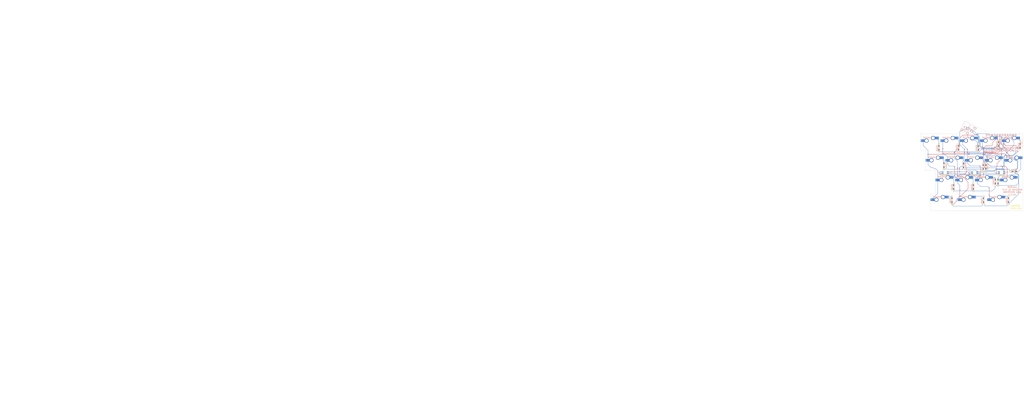
<source format=kicad_pcb>
(kicad_pcb (version 20171130) (host pcbnew "(5.1.6-0-10_14)")

  (general
    (thickness 1.6)
    (drawings 64)
    (tracks 661)
    (zones 0)
    (modules 40)
    (nets 44)
  )

  (page A3)
  (layers
    (0 F.Cu signal)
    (31 B.Cu signal)
    (32 B.Adhes user)
    (33 F.Adhes user)
    (34 B.Paste user)
    (35 F.Paste user)
    (36 B.SilkS user)
    (37 F.SilkS user)
    (38 B.Mask user)
    (39 F.Mask user)
    (40 Dwgs.User user)
    (41 Cmts.User user)
    (42 Eco1.User user)
    (43 Eco2.User user)
    (44 Edge.Cuts user)
    (45 Margin user)
    (46 B.CrtYd user)
    (47 F.CrtYd user)
    (48 B.Fab user)
    (49 F.Fab user)
  )

  (setup
    (last_trace_width 0.25)
    (trace_clearance 0.2)
    (zone_clearance 0.508)
    (zone_45_only no)
    (trace_min 0.2)
    (via_size 0.8)
    (via_drill 0.4)
    (via_min_size 0.4)
    (via_min_drill 0.3)
    (uvia_size 0.3)
    (uvia_drill 0.1)
    (uvias_allowed no)
    (uvia_min_size 0.2)
    (uvia_min_drill 0.1)
    (edge_width 0.15)
    (segment_width 0.2)
    (pcb_text_width 0.3)
    (pcb_text_size 1.5 1.5)
    (mod_edge_width 0.15)
    (mod_text_size 1 1)
    (mod_text_width 0.15)
    (pad_size 1.524 1.524)
    (pad_drill 0.762)
    (pad_to_mask_clearance 0.051)
    (solder_mask_min_width 0.25)
    (aux_axis_origin 0 0)
    (visible_elements 7FFFFFFF)
    (pcbplotparams
      (layerselection 0x010f0_ffffffff)
      (usegerberextensions false)
      (usegerberattributes false)
      (usegerberadvancedattributes false)
      (creategerberjobfile false)
      (excludeedgelayer true)
      (linewidth 0.100000)
      (plotframeref false)
      (viasonmask false)
      (mode 1)
      (useauxorigin false)
      (hpglpennumber 1)
      (hpglpenspeed 20)
      (hpglpendiameter 15.000000)
      (psnegative false)
      (psa4output false)
      (plotreference true)
      (plotvalue true)
      (plotinvisibletext false)
      (padsonsilk false)
      (subtractmaskfromsilk false)
      (outputformat 1)
      (mirror false)
      (drillshape 0)
      (scaleselection 1)
      (outputdirectory "../gbr/gbrc00l936leftv110date20220306/"))
  )

  (net 0 "")
  (net 1 "Net-(D6-Pad2)")
  (net 2 "Net-(D7-Pad2)")
  (net 3 "Net-(D8-Pad2)")
  (net 4 "Net-(D10-Pad2)")
  (net 5 "Net-(D15-Pad2)")
  (net 6 "Net-(D16-Pad2)")
  (net 7 "Net-(D17-Pad2)")
  (net 8 "Net-(D18-Pad2)")
  (net 9 "Net-(D19-Pad2)")
  (net 10 "Net-(D24-Pad2)")
  (net 11 "Net-(D25-Pad2)")
  (net 12 "Net-(D26-Pad2)")
  (net 13 "Net-(D30-Pad2)")
  (net 14 "Net-(D101-Pad2)")
  (net 15 "Net-(D103-Pad2)")
  (net 16 "Net-(D201-Pad2)")
  (net 17 "Net-(D303-Pad2)")
  (net 18 row0R)
  (net 19 row1R)
  (net 20 row2R)
  (net 21 row3R)
  (net 22 GND)
  (net 23 VCC)
  (net 24 "Net-(J13-PadA)")
  (net 25 DataR)
  (net 26 LEDR)
  (net 27 "Net-(L4-Pad1)")
  (net 28 "Net-(L5-Pad1)")
  (net 29 "Net-(L6-Pad1)")
  (net 30 col0R)
  (net 31 col1R)
  (net 32 col2R)
  (net 33 col3R)
  (net 34 col4R)
  (net 35 resetR)
  (net 36 "Net-(U2-Pad5)")
  (net 37 "Net-(U2-Pad6)")
  (net 38 "Net-(U2-Pad13)")
  (net 39 "Net-(U2-Pad19)")
  (net 40 "Net-(U2-Pad20)")
  (net 41 "Net-(U2-Pad24)")
  (net 42 "Net-(U2-Pad11)")
  (net 43 "Net-(U2-Pad15)")

  (net_class Default "これはデフォルトのネット クラスです。"
    (clearance 0.2)
    (trace_width 0.25)
    (via_dia 0.8)
    (via_drill 0.4)
    (uvia_dia 0.3)
    (uvia_drill 0.1)
    (add_net DataR)
    (add_net GND)
    (add_net LEDR)
    (add_net "Net-(D10-Pad2)")
    (add_net "Net-(D101-Pad2)")
    (add_net "Net-(D103-Pad2)")
    (add_net "Net-(D15-Pad2)")
    (add_net "Net-(D16-Pad2)")
    (add_net "Net-(D17-Pad2)")
    (add_net "Net-(D18-Pad2)")
    (add_net "Net-(D19-Pad2)")
    (add_net "Net-(D201-Pad2)")
    (add_net "Net-(D24-Pad2)")
    (add_net "Net-(D25-Pad2)")
    (add_net "Net-(D26-Pad2)")
    (add_net "Net-(D30-Pad2)")
    (add_net "Net-(D303-Pad2)")
    (add_net "Net-(D6-Pad2)")
    (add_net "Net-(D7-Pad2)")
    (add_net "Net-(D8-Pad2)")
    (add_net "Net-(J13-PadA)")
    (add_net "Net-(L4-Pad1)")
    (add_net "Net-(L5-Pad1)")
    (add_net "Net-(L6-Pad1)")
    (add_net "Net-(U2-Pad11)")
    (add_net "Net-(U2-Pad13)")
    (add_net "Net-(U2-Pad15)")
    (add_net "Net-(U2-Pad19)")
    (add_net "Net-(U2-Pad20)")
    (add_net "Net-(U2-Pad24)")
    (add_net "Net-(U2-Pad5)")
    (add_net "Net-(U2-Pad6)")
    (add_net VCC)
    (add_net col0R)
    (add_net col1R)
    (add_net col2R)
    (add_net col3R)
    (add_net col4R)
    (add_net resetR)
    (add_net row0R)
    (add_net row1R)
    (add_net row2R)
    (add_net row3R)
  )

  (module kbd:CherryMX-Hotswap-v2 (layer F.Cu) (tedit 5BC2AA2F) (tstamp 62130C85)
    (at 214.3125 38.1)
    (path /6208F3DB)
    (fp_text reference SW25 (at 0 3.175) (layer Dwgs.User)
      (effects (font (size 1 1) (thickness 0.15)))
    )
    (fp_text value Switch_SW_Push (at 0 -7.9375) (layer Dwgs.User)
      (effects (font (size 1 1) (thickness 0.15)))
    )
    (fp_line (start -9.525 9.525) (end -9.525 -9.525) (layer Dwgs.User) (width 0.15))
    (fp_line (start 9.525 9.525) (end -9.525 9.525) (layer Dwgs.User) (width 0.15))
    (fp_line (start 9.525 -9.525) (end 9.525 9.525) (layer Dwgs.User) (width 0.15))
    (fp_line (start -9.525 -9.525) (end 9.525 -9.525) (layer Dwgs.User) (width 0.15))
    (fp_line (start -7 -7) (end -7 -5) (layer Dwgs.User) (width 0.15))
    (fp_line (start -5 -7) (end -7 -7) (layer Dwgs.User) (width 0.15))
    (fp_line (start -7 7) (end -5 7) (layer Dwgs.User) (width 0.15))
    (fp_line (start -7 5) (end -7 7) (layer Dwgs.User) (width 0.15))
    (fp_line (start 7 7) (end 7 5) (layer Dwgs.User) (width 0.15))
    (fp_line (start 5 7) (end 7 7) (layer Dwgs.User) (width 0.15))
    (fp_line (start 7 -7) (end 7 -5) (layer Dwgs.User) (width 0.15))
    (fp_line (start 5 -7) (end 7 -7) (layer Dwgs.User) (width 0.15))
    (pad 2 smd rect (at 5.842 -5.08) (size 4.5 2.5) (layers B.Cu)
      (net 11 "Net-(D25-Pad2)"))
    (pad 1 smd rect (at -7.085 -2.54) (size 4.5 2.5) (layers B.Cu)
      (net 31 col1R))
    (pad 2 thru_hole circle (at 7.62 -4.318) (size 0.8 0.8) (drill 0.4) (layers *.Cu)
      (net 11 "Net-(D25-Pad2)"))
    (pad 1 thru_hole circle (at -8.89 -1.778) (size 0.8 0.8) (drill 0.4) (layers *.Cu)
      (net 31 col1R))
    (pad 2 thru_hole circle (at 7.62 -5.842) (size 0.8 0.8) (drill 0.4) (layers *.Cu)
      (net 11 "Net-(D25-Pad2)"))
    (pad 1 thru_hole circle (at -8.89 -3.302) (size 0.8 0.8) (drill 0.4) (layers *.Cu)
      (net 31 col1R))
    (pad 2 smd rect (at 5.815 -5.08) (size 2.55 2.5) (layers B.Paste B.Mask)
      (net 11 "Net-(D25-Pad2)"))
    (pad 1 smd rect (at -7.085 -2.54) (size 2.55 2.5) (layers B.Paste B.Mask)
      (net 31 col1R))
    (pad "" np_thru_hole circle (at 5.08 0 48.0996) (size 1.75 1.75) (drill 1.75) (layers *.Cu *.Mask))
    (pad "" np_thru_hole circle (at -5.08 0 48.0996) (size 1.75 1.75) (drill 1.75) (layers *.Cu *.Mask))
    (pad 1 thru_hole circle (at -3.81 -2.54) (size 4 4) (drill 3) (layers *.Cu)
      (net 31 col1R))
    (pad "" np_thru_hole circle (at 0 0) (size 3.9878 3.9878) (drill 3.9878) (layers *.Cu *.Mask))
    (pad 2 thru_hole circle (at 2.54 -5.08) (size 4 4) (drill 3) (layers *.Cu)
      (net 11 "Net-(D25-Pad2)"))
  )

  (module kbd:CherryMX-Hotswap-v2 (layer F.Cu) (tedit 5BC2AA2F) (tstamp 62130C31)
    (at 233.3625 38.1)
    (path /6208F3EF)
    (fp_text reference SW26 (at 0 3.175) (layer Dwgs.User)
      (effects (font (size 1 1) (thickness 0.15)))
    )
    (fp_text value Switch_SW_Push (at 0 -7.9375) (layer Dwgs.User)
      (effects (font (size 1 1) (thickness 0.15)))
    )
    (fp_line (start -9.525 9.525) (end -9.525 -9.525) (layer Dwgs.User) (width 0.15))
    (fp_line (start 9.525 9.525) (end -9.525 9.525) (layer Dwgs.User) (width 0.15))
    (fp_line (start 9.525 -9.525) (end 9.525 9.525) (layer Dwgs.User) (width 0.15))
    (fp_line (start -9.525 -9.525) (end 9.525 -9.525) (layer Dwgs.User) (width 0.15))
    (fp_line (start -7 -7) (end -7 -5) (layer Dwgs.User) (width 0.15))
    (fp_line (start -5 -7) (end -7 -7) (layer Dwgs.User) (width 0.15))
    (fp_line (start -7 7) (end -5 7) (layer Dwgs.User) (width 0.15))
    (fp_line (start -7 5) (end -7 7) (layer Dwgs.User) (width 0.15))
    (fp_line (start 7 7) (end 7 5) (layer Dwgs.User) (width 0.15))
    (fp_line (start 5 7) (end 7 7) (layer Dwgs.User) (width 0.15))
    (fp_line (start 7 -7) (end 7 -5) (layer Dwgs.User) (width 0.15))
    (fp_line (start 5 -7) (end 7 -7) (layer Dwgs.User) (width 0.15))
    (pad 2 smd rect (at 5.842 -5.08) (size 4.5 2.5) (layers B.Cu)
      (net 12 "Net-(D26-Pad2)"))
    (pad 1 smd rect (at -7.085 -2.54) (size 4.5 2.5) (layers B.Cu)
      (net 32 col2R))
    (pad 2 thru_hole circle (at 7.62 -4.318) (size 0.8 0.8) (drill 0.4) (layers *.Cu)
      (net 12 "Net-(D26-Pad2)"))
    (pad 1 thru_hole circle (at -8.89 -1.778) (size 0.8 0.8) (drill 0.4) (layers *.Cu)
      (net 32 col2R))
    (pad 2 thru_hole circle (at 7.62 -5.842) (size 0.8 0.8) (drill 0.4) (layers *.Cu)
      (net 12 "Net-(D26-Pad2)"))
    (pad 1 thru_hole circle (at -8.89 -3.302) (size 0.8 0.8) (drill 0.4) (layers *.Cu)
      (net 32 col2R))
    (pad 2 smd rect (at 5.815 -5.08) (size 2.55 2.5) (layers B.Paste B.Mask)
      (net 12 "Net-(D26-Pad2)"))
    (pad 1 smd rect (at -7.085 -2.54) (size 2.55 2.5) (layers B.Paste B.Mask)
      (net 32 col2R))
    (pad "" np_thru_hole circle (at 5.08 0 48.0996) (size 1.75 1.75) (drill 1.75) (layers *.Cu *.Mask))
    (pad "" np_thru_hole circle (at -5.08 0 48.0996) (size 1.75 1.75) (drill 1.75) (layers *.Cu *.Mask))
    (pad 1 thru_hole circle (at -3.81 -2.54) (size 4 4) (drill 3) (layers *.Cu)
      (net 32 col2R))
    (pad "" np_thru_hole circle (at 0 0) (size 3.9878 3.9878) (drill 3.9878) (layers *.Cu *.Mask))
    (pad 2 thru_hole circle (at 2.54 -5.08) (size 4 4) (drill 3) (layers *.Cu)
      (net 12 "Net-(D26-Pad2)"))
  )

  (module kbd:CherryMX-Hotswap-v2 (layer F.Cu) (tedit 5BC2AA2F) (tstamp 62130B35)
    (at 245.2685 57.15)
    (path /6208F43F)
    (fp_text reference SW103 (at 0 3.175) (layer Dwgs.User)
      (effects (font (size 1 1) (thickness 0.15)))
    )
    (fp_text value Switch_SW_Push (at 0 -7.9375) (layer Dwgs.User)
      (effects (font (size 1 1) (thickness 0.15)))
    )
    (fp_line (start -9.525 9.525) (end -9.525 -9.525) (layer Dwgs.User) (width 0.15))
    (fp_line (start 9.525 9.525) (end -9.525 9.525) (layer Dwgs.User) (width 0.15))
    (fp_line (start 9.525 -9.525) (end 9.525 9.525) (layer Dwgs.User) (width 0.15))
    (fp_line (start -9.525 -9.525) (end 9.525 -9.525) (layer Dwgs.User) (width 0.15))
    (fp_line (start -7 -7) (end -7 -5) (layer Dwgs.User) (width 0.15))
    (fp_line (start -5 -7) (end -7 -7) (layer Dwgs.User) (width 0.15))
    (fp_line (start -7 7) (end -5 7) (layer Dwgs.User) (width 0.15))
    (fp_line (start -7 5) (end -7 7) (layer Dwgs.User) (width 0.15))
    (fp_line (start 7 7) (end 7 5) (layer Dwgs.User) (width 0.15))
    (fp_line (start 5 7) (end 7 7) (layer Dwgs.User) (width 0.15))
    (fp_line (start 7 -7) (end 7 -5) (layer Dwgs.User) (width 0.15))
    (fp_line (start 5 -7) (end 7 -7) (layer Dwgs.User) (width 0.15))
    (pad 2 smd rect (at 5.842 -5.08) (size 4.5 2.5) (layers B.Cu)
      (net 15 "Net-(D103-Pad2)"))
    (pad 1 smd rect (at -7.085 -2.54) (size 4.5 2.5) (layers B.Cu)
      (net 32 col2R))
    (pad 2 thru_hole circle (at 7.62 -4.318) (size 0.8 0.8) (drill 0.4) (layers *.Cu)
      (net 15 "Net-(D103-Pad2)"))
    (pad 1 thru_hole circle (at -8.89 -1.778) (size 0.8 0.8) (drill 0.4) (layers *.Cu)
      (net 32 col2R))
    (pad 2 thru_hole circle (at 7.62 -5.842) (size 0.8 0.8) (drill 0.4) (layers *.Cu)
      (net 15 "Net-(D103-Pad2)"))
    (pad 1 thru_hole circle (at -8.89 -3.302) (size 0.8 0.8) (drill 0.4) (layers *.Cu)
      (net 32 col2R))
    (pad 2 smd rect (at 5.815 -5.08) (size 2.55 2.5) (layers B.Paste B.Mask)
      (net 15 "Net-(D103-Pad2)"))
    (pad 1 smd rect (at -7.085 -2.54) (size 2.55 2.5) (layers B.Paste B.Mask)
      (net 32 col2R))
    (pad "" np_thru_hole circle (at 5.08 0 48.0996) (size 1.75 1.75) (drill 1.75) (layers *.Cu *.Mask))
    (pad "" np_thru_hole circle (at -5.08 0 48.0996) (size 1.75 1.75) (drill 1.75) (layers *.Cu *.Mask))
    (pad 1 thru_hole circle (at -3.81 -2.54) (size 4 4) (drill 3) (layers *.Cu)
      (net 32 col2R))
    (pad "" np_thru_hole circle (at 0 0) (size 3.9878 3.9878) (drill 3.9878) (layers *.Cu *.Mask))
    (pad 2 thru_hole circle (at 2.54 -5.08) (size 4 4) (drill 3) (layers *.Cu)
      (net 15 "Net-(D103-Pad2)"))
  )

  (module kbd:CherryMX-Hotswap-v2 (layer F.Cu) (tedit 5BC2AA2F) (tstamp 62130A96)
    (at 180.975 0)
    (path /6208F327)
    (fp_text reference SW6 (at 0 3.175) (layer Dwgs.User)
      (effects (font (size 1 1) (thickness 0.15)))
    )
    (fp_text value Switch_SW_Push (at 0 -7.9375) (layer Dwgs.User)
      (effects (font (size 1 1) (thickness 0.15)))
    )
    (fp_line (start -9.525 9.525) (end -9.525 -9.525) (layer Dwgs.User) (width 0.15))
    (fp_line (start 9.525 9.525) (end -9.525 9.525) (layer Dwgs.User) (width 0.15))
    (fp_line (start 9.525 -9.525) (end 9.525 9.525) (layer Dwgs.User) (width 0.15))
    (fp_line (start -9.525 -9.525) (end 9.525 -9.525) (layer Dwgs.User) (width 0.15))
    (fp_line (start -7 -7) (end -7 -5) (layer Dwgs.User) (width 0.15))
    (fp_line (start -5 -7) (end -7 -7) (layer Dwgs.User) (width 0.15))
    (fp_line (start -7 7) (end -5 7) (layer Dwgs.User) (width 0.15))
    (fp_line (start -7 5) (end -7 7) (layer Dwgs.User) (width 0.15))
    (fp_line (start 7 7) (end 7 5) (layer Dwgs.User) (width 0.15))
    (fp_line (start 5 7) (end 7 7) (layer Dwgs.User) (width 0.15))
    (fp_line (start 7 -7) (end 7 -5) (layer Dwgs.User) (width 0.15))
    (fp_line (start 5 -7) (end 7 -7) (layer Dwgs.User) (width 0.15))
    (pad 2 smd rect (at 5.842 -5.08) (size 4.5 2.5) (layers B.Cu)
      (net 1 "Net-(D6-Pad2)"))
    (pad 1 smd rect (at -7.085 -2.54) (size 4.5 2.5) (layers B.Cu)
      (net 30 col0R))
    (pad 2 thru_hole circle (at 7.62 -4.318) (size 0.8 0.8) (drill 0.4) (layers *.Cu)
      (net 1 "Net-(D6-Pad2)"))
    (pad 1 thru_hole circle (at -8.89 -1.778) (size 0.8 0.8) (drill 0.4) (layers *.Cu)
      (net 30 col0R))
    (pad 2 thru_hole circle (at 7.62 -5.842) (size 0.8 0.8) (drill 0.4) (layers *.Cu)
      (net 1 "Net-(D6-Pad2)"))
    (pad 1 thru_hole circle (at -8.89 -3.302) (size 0.8 0.8) (drill 0.4) (layers *.Cu)
      (net 30 col0R))
    (pad 2 smd rect (at 5.815 -5.08) (size 2.55 2.5) (layers B.Paste B.Mask)
      (net 1 "Net-(D6-Pad2)"))
    (pad 1 smd rect (at -7.085 -2.54) (size 2.55 2.5) (layers B.Paste B.Mask)
      (net 30 col0R))
    (pad "" np_thru_hole circle (at 5.08 0 48.0996) (size 1.75 1.75) (drill 1.75) (layers *.Cu *.Mask))
    (pad "" np_thru_hole circle (at -5.08 0 48.0996) (size 1.75 1.75) (drill 1.75) (layers *.Cu *.Mask))
    (pad 1 thru_hole circle (at -3.81 -2.54) (size 4 4) (drill 3) (layers *.Cu)
      (net 30 col0R))
    (pad "" np_thru_hole circle (at 0 0) (size 3.9878 3.9878) (drill 3.9878) (layers *.Cu *.Mask))
    (pad 2 thru_hole circle (at 2.54 -5.08) (size 4 4) (drill 3) (layers *.Cu)
      (net 1 "Net-(D6-Pad2)"))
  )

  (module kbd:D3_TH_SMD (layer F.Cu) (tedit 5B7FD767) (tstamp 62130AE7)
    (at 232.39 55.14 90)
    (descr "Resitance 3 pas")
    (tags R)
    (path /6208F435)
    (autoplace_cost180 10)
    (fp_text reference D303 (at 0.55 0 90) (layer F.Fab) hide
      (effects (font (size 0.5 0.5) (thickness 0.125)))
    )
    (fp_text value D (at -0.55 0 90) (layer F.Fab) hide
      (effects (font (size 0.5 0.5) (thickness 0.125)))
    )
    (fp_line (start 2.7 0.75) (end 2.7 -0.75) (layer B.SilkS) (width 0.15))
    (fp_line (start -2.7 0.75) (end 2.7 0.75) (layer B.SilkS) (width 0.15))
    (fp_line (start -2.7 -0.75) (end -2.7 0.75) (layer B.SilkS) (width 0.15))
    (fp_line (start 2.7 -0.75) (end -2.7 -0.75) (layer B.SilkS) (width 0.15))
    (fp_line (start 2.7 0.75) (end 2.7 -0.75) (layer F.SilkS) (width 0.15))
    (fp_line (start -2.7 0.75) (end 2.7 0.75) (layer F.SilkS) (width 0.15))
    (fp_line (start -2.7 -0.75) (end -2.7 0.75) (layer F.SilkS) (width 0.15))
    (fp_line (start 2.7 -0.75) (end -2.7 -0.75) (layer F.SilkS) (width 0.15))
    (fp_line (start -0.5 -0.5) (end -0.5 0.5) (layer F.SilkS) (width 0.15))
    (fp_line (start 0.5 0.5) (end -0.4 0) (layer F.SilkS) (width 0.15))
    (fp_line (start 0.5 -0.5) (end 0.5 0.5) (layer F.SilkS) (width 0.15))
    (fp_line (start -0.4 0) (end 0.5 -0.5) (layer F.SilkS) (width 0.15))
    (fp_line (start -0.5 -0.5) (end -0.5 0.5) (layer B.SilkS) (width 0.15))
    (fp_line (start 0.5 0.5) (end -0.4 0) (layer B.SilkS) (width 0.15))
    (fp_line (start 0.5 -0.5) (end 0.5 0.5) (layer B.SilkS) (width 0.15))
    (fp_line (start -0.4 0) (end 0.5 -0.5) (layer B.SilkS) (width 0.15))
    (pad 2 smd rect (at 1.775 0 90) (size 1.3 0.95) (layers F.Cu F.Paste F.Mask)
      (net 17 "Net-(D303-Pad2)"))
    (pad 2 thru_hole circle (at 3.81 0 90) (size 1.397 1.397) (drill 0.8128) (layers *.Cu *.Mask F.SilkS)
      (net 17 "Net-(D303-Pad2)"))
    (pad 1 thru_hole rect (at -3.81 0 90) (size 1.397 1.397) (drill 0.8128) (layers *.Cu *.Mask F.SilkS)
      (net 21 row3R))
    (pad 1 smd rect (at -1.775 0 90) (size 1.3 0.95) (layers B.Cu B.Paste B.Mask)
      (net 21 row3R))
    (pad 2 smd rect (at 1.775 0 90) (size 1.3 0.95) (layers B.Cu B.Paste B.Mask)
      (net 17 "Net-(D303-Pad2)"))
    (pad 1 smd rect (at -1.775 0 90) (size 1.3 0.95) (layers F.Cu F.Paste F.Mask)
      (net 21 row3R))
    (model Diodes_SMD.3dshapes/SMB_Handsoldering.wrl
      (at (xyz 0 0 0))
      (scale (xyz 0.22 0.15 0.15))
      (rotate (xyz 0 0 180))
    )
  )

  (module kbd:CherryMX-Hotswap-v2 (layer F.Cu) (tedit 5BC2AA2F) (tstamp 6213089E)
    (at 223.8375 19.05)
    (path /6208F39F)
    (fp_text reference SW17 (at 0 3.175) (layer Dwgs.User)
      (effects (font (size 1 1) (thickness 0.15)))
    )
    (fp_text value Switch_SW_Push (at 0 -7.9375) (layer Dwgs.User)
      (effects (font (size 1 1) (thickness 0.15)))
    )
    (fp_line (start -9.525 9.525) (end -9.525 -9.525) (layer Dwgs.User) (width 0.15))
    (fp_line (start 9.525 9.525) (end -9.525 9.525) (layer Dwgs.User) (width 0.15))
    (fp_line (start 9.525 -9.525) (end 9.525 9.525) (layer Dwgs.User) (width 0.15))
    (fp_line (start -9.525 -9.525) (end 9.525 -9.525) (layer Dwgs.User) (width 0.15))
    (fp_line (start -7 -7) (end -7 -5) (layer Dwgs.User) (width 0.15))
    (fp_line (start -5 -7) (end -7 -7) (layer Dwgs.User) (width 0.15))
    (fp_line (start -7 7) (end -5 7) (layer Dwgs.User) (width 0.15))
    (fp_line (start -7 5) (end -7 7) (layer Dwgs.User) (width 0.15))
    (fp_line (start 7 7) (end 7 5) (layer Dwgs.User) (width 0.15))
    (fp_line (start 5 7) (end 7 7) (layer Dwgs.User) (width 0.15))
    (fp_line (start 7 -7) (end 7 -5) (layer Dwgs.User) (width 0.15))
    (fp_line (start 5 -7) (end 7 -7) (layer Dwgs.User) (width 0.15))
    (pad 2 smd rect (at 5.842 -5.08) (size 4.5 2.5) (layers B.Cu)
      (net 7 "Net-(D17-Pad2)"))
    (pad 1 smd rect (at -7.085 -2.54) (size 4.5 2.5) (layers B.Cu)
      (net 32 col2R))
    (pad 2 thru_hole circle (at 7.62 -4.318) (size 0.8 0.8) (drill 0.4) (layers *.Cu)
      (net 7 "Net-(D17-Pad2)"))
    (pad 1 thru_hole circle (at -8.89 -1.778) (size 0.8 0.8) (drill 0.4) (layers *.Cu)
      (net 32 col2R))
    (pad 2 thru_hole circle (at 7.62 -5.842) (size 0.8 0.8) (drill 0.4) (layers *.Cu)
      (net 7 "Net-(D17-Pad2)"))
    (pad 1 thru_hole circle (at -8.89 -3.302) (size 0.8 0.8) (drill 0.4) (layers *.Cu)
      (net 32 col2R))
    (pad 2 smd rect (at 5.815 -5.08) (size 2.55 2.5) (layers B.Paste B.Mask)
      (net 7 "Net-(D17-Pad2)"))
    (pad 1 smd rect (at -7.085 -2.54) (size 2.55 2.5) (layers B.Paste B.Mask)
      (net 32 col2R))
    (pad "" np_thru_hole circle (at 5.08 0 48.0996) (size 1.75 1.75) (drill 1.75) (layers *.Cu *.Mask))
    (pad "" np_thru_hole circle (at -5.08 0 48.0996) (size 1.75 1.75) (drill 1.75) (layers *.Cu *.Mask))
    (pad 1 thru_hole circle (at -3.81 -2.54) (size 4 4) (drill 3) (layers *.Cu)
      (net 32 col2R))
    (pad "" np_thru_hole circle (at 0 0) (size 3.9878 3.9878) (drill 3.9878) (layers *.Cu *.Mask))
    (pad 2 thru_hole circle (at 2.54 -5.08) (size 4 4) (drill 3) (layers *.Cu)
      (net 7 "Net-(D17-Pad2)"))
  )

  (module kbd:CherryMX-Hotswap-v2 (layer F.Cu) (tedit 5BC2AA2F) (tstamp 62130BDD)
    (at 190.5 57.15)
    (path /6208F417)
    (fp_text reference SW30 (at 0 3.175) (layer Dwgs.User)
      (effects (font (size 1 1) (thickness 0.15)))
    )
    (fp_text value Switch_SW_Push (at 0 -7.9375) (layer Dwgs.User)
      (effects (font (size 1 1) (thickness 0.15)))
    )
    (fp_line (start -9.525 9.525) (end -9.525 -9.525) (layer Dwgs.User) (width 0.15))
    (fp_line (start 9.525 9.525) (end -9.525 9.525) (layer Dwgs.User) (width 0.15))
    (fp_line (start 9.525 -9.525) (end 9.525 9.525) (layer Dwgs.User) (width 0.15))
    (fp_line (start -9.525 -9.525) (end 9.525 -9.525) (layer Dwgs.User) (width 0.15))
    (fp_line (start -7 -7) (end -7 -5) (layer Dwgs.User) (width 0.15))
    (fp_line (start -5 -7) (end -7 -7) (layer Dwgs.User) (width 0.15))
    (fp_line (start -7 7) (end -5 7) (layer Dwgs.User) (width 0.15))
    (fp_line (start -7 5) (end -7 7) (layer Dwgs.User) (width 0.15))
    (fp_line (start 7 7) (end 7 5) (layer Dwgs.User) (width 0.15))
    (fp_line (start 5 7) (end 7 7) (layer Dwgs.User) (width 0.15))
    (fp_line (start 7 -7) (end 7 -5) (layer Dwgs.User) (width 0.15))
    (fp_line (start 5 -7) (end 7 -7) (layer Dwgs.User) (width 0.15))
    (pad 2 smd rect (at 5.842 -5.08) (size 4.5 2.5) (layers B.Cu)
      (net 13 "Net-(D30-Pad2)"))
    (pad 1 smd rect (at -7.085 -2.54) (size 4.5 2.5) (layers B.Cu)
      (net 30 col0R))
    (pad 2 thru_hole circle (at 7.62 -4.318) (size 0.8 0.8) (drill 0.4) (layers *.Cu)
      (net 13 "Net-(D30-Pad2)"))
    (pad 1 thru_hole circle (at -8.89 -1.778) (size 0.8 0.8) (drill 0.4) (layers *.Cu)
      (net 30 col0R))
    (pad 2 thru_hole circle (at 7.62 -5.842) (size 0.8 0.8) (drill 0.4) (layers *.Cu)
      (net 13 "Net-(D30-Pad2)"))
    (pad 1 thru_hole circle (at -8.89 -3.302) (size 0.8 0.8) (drill 0.4) (layers *.Cu)
      (net 30 col0R))
    (pad 2 smd rect (at 5.815 -5.08) (size 2.55 2.5) (layers B.Paste B.Mask)
      (net 13 "Net-(D30-Pad2)"))
    (pad 1 smd rect (at -7.085 -2.54) (size 2.55 2.5) (layers B.Paste B.Mask)
      (net 30 col0R))
    (pad "" np_thru_hole circle (at 5.08 0 48.0996) (size 1.75 1.75) (drill 1.75) (layers *.Cu *.Mask))
    (pad "" np_thru_hole circle (at -5.08 0 48.0996) (size 1.75 1.75) (drill 1.75) (layers *.Cu *.Mask))
    (pad 1 thru_hole circle (at -3.81 -2.54) (size 4 4) (drill 3) (layers *.Cu)
      (net 30 col0R))
    (pad "" np_thru_hole circle (at 0 0) (size 3.9878 3.9878) (drill 3.9878) (layers *.Cu *.Mask))
    (pad 2 thru_hole circle (at 2.54 -5.08) (size 4 4) (drill 3) (layers *.Cu)
      (net 13 "Net-(D30-Pad2)"))
  )

  (module kbd:CherryMX-Hotswap-v2 (layer F.Cu) (tedit 5BC2AA2F) (tstamp 62130B89)
    (at 259.555999 0)
    (path /6208F467)
    (fp_text reference SW101 (at 0 3.175) (layer Dwgs.User)
      (effects (font (size 1 1) (thickness 0.15)))
    )
    (fp_text value Switch_SW_Push (at 0 -7.9375) (layer Dwgs.User)
      (effects (font (size 1 1) (thickness 0.15)))
    )
    (fp_line (start -9.525 9.525) (end -9.525 -9.525) (layer Dwgs.User) (width 0.15))
    (fp_line (start 9.525 9.525) (end -9.525 9.525) (layer Dwgs.User) (width 0.15))
    (fp_line (start 9.525 -9.525) (end 9.525 9.525) (layer Dwgs.User) (width 0.15))
    (fp_line (start -9.525 -9.525) (end 9.525 -9.525) (layer Dwgs.User) (width 0.15))
    (fp_line (start -7 -7) (end -7 -5) (layer Dwgs.User) (width 0.15))
    (fp_line (start -5 -7) (end -7 -7) (layer Dwgs.User) (width 0.15))
    (fp_line (start -7 7) (end -5 7) (layer Dwgs.User) (width 0.15))
    (fp_line (start -7 5) (end -7 7) (layer Dwgs.User) (width 0.15))
    (fp_line (start 7 7) (end 7 5) (layer Dwgs.User) (width 0.15))
    (fp_line (start 5 7) (end 7 7) (layer Dwgs.User) (width 0.15))
    (fp_line (start 7 -7) (end 7 -5) (layer Dwgs.User) (width 0.15))
    (fp_line (start 5 -7) (end 7 -7) (layer Dwgs.User) (width 0.15))
    (pad 2 smd rect (at 5.842 -5.08) (size 4.5 2.5) (layers B.Cu)
      (net 14 "Net-(D101-Pad2)"))
    (pad 1 smd rect (at -7.085 -2.54) (size 4.5 2.5) (layers B.Cu)
      (net 34 col4R))
    (pad 2 thru_hole circle (at 7.62 -4.318) (size 0.8 0.8) (drill 0.4) (layers *.Cu)
      (net 14 "Net-(D101-Pad2)"))
    (pad 1 thru_hole circle (at -8.89 -1.778) (size 0.8 0.8) (drill 0.4) (layers *.Cu)
      (net 34 col4R))
    (pad 2 thru_hole circle (at 7.62 -5.842) (size 0.8 0.8) (drill 0.4) (layers *.Cu)
      (net 14 "Net-(D101-Pad2)"))
    (pad 1 thru_hole circle (at -8.89 -3.302) (size 0.8 0.8) (drill 0.4) (layers *.Cu)
      (net 34 col4R))
    (pad 2 smd rect (at 5.815 -5.08) (size 2.55 2.5) (layers B.Paste B.Mask)
      (net 14 "Net-(D101-Pad2)"))
    (pad 1 smd rect (at -7.085 -2.54) (size 2.55 2.5) (layers B.Paste B.Mask)
      (net 34 col4R))
    (pad "" np_thru_hole circle (at 5.08 0 48.0996) (size 1.75 1.75) (drill 1.75) (layers *.Cu *.Mask))
    (pad "" np_thru_hole circle (at -5.08 0 48.0996) (size 1.75 1.75) (drill 1.75) (layers *.Cu *.Mask))
    (pad 1 thru_hole circle (at -3.81 -2.54) (size 4 4) (drill 3) (layers *.Cu)
      (net 34 col4R))
    (pad "" np_thru_hole circle (at 0 0) (size 3.9878 3.9878) (drill 3.9878) (layers *.Cu *.Mask))
    (pad 2 thru_hole circle (at 2.54 -5.08) (size 4 4) (drill 3) (layers *.Cu)
      (net 14 "Net-(D101-Pad2)"))
  )

  (module KiCAD_FootPrint-master:YS-SK6812MINI-E_UG (layer B.Cu) (tedit 5E21EEEB) (tstamp 62130EF3)
    (at 195.27 28.48)
    (path /621B08E0)
    (fp_text reference L4 (at 0 -2.8) (layer B.SilkS) hide
      (effects (font (size 1 1) (thickness 0.15)) (justify mirror))
    )
    (fp_text value SK6812MINI (at 0 -4.2) (layer B.Fab)
      (effects (font (size 1 1) (thickness 0.15)) (justify mirror))
    )
    (fp_line (start 6.45 -1) (end 6.15 -1.4) (layer B.SilkS) (width 0.1))
    (fp_line (start 6.4 -1.4) (end 6.45 -1) (layer B.SilkS) (width 0.1))
    (fp_line (start 6.45 -1.15) (end 6.4 -1.4) (layer B.SilkS) (width 0.1))
    (fp_line (start 6.25 -1.4) (end 6.45 -1.15) (layer B.SilkS) (width 0.1))
    (fp_line (start 6.45 0) (end 3.65 0) (layer B.SilkS) (width 0.1))
    (fp_line (start 6.45 -1.4) (end 6.45 0) (layer B.SilkS) (width 0.1))
    (fp_line (start 3.65 -1.4) (end 6.45 -1.4) (layer B.SilkS) (width 0.1))
    (fp_line (start 3.65 0) (end 3.65 -1.4) (layer B.SilkS) (width 0.1))
    (fp_line (start 3.5 1.5) (end -3.5 1.5) (layer B.CrtYd) (width 0.12))
    (fp_line (start 3.5 -1.5) (end 3.5 1.5) (layer B.CrtYd) (width 0.12))
    (fp_line (start -3.5 -1.5) (end 3.5 -1.5) (layer B.CrtYd) (width 0.12))
    (fp_line (start -3.5 1.5) (end -3.5 -1.5) (layer B.CrtYd) (width 0.12))
    (fp_line (start 1.7 1.5) (end -1.7 1.5) (layer Edge.Cuts) (width 0.12))
    (fp_line (start 1.7 -1.5) (end 1.7 1.5) (layer Edge.Cuts) (width 0.12))
    (fp_line (start -1.7 -1.5) (end 1.7 -1.5) (layer Edge.Cuts) (width 0.12))
    (fp_line (start -1.7 1.5) (end -1.7 -1.5) (layer Edge.Cuts) (width 0.12))
    (fp_text user Gnd (at 5 -0.7) (layer B.SilkS)
      (effects (font (size 1 1) (thickness 0.15)) (justify mirror))
    )
    (fp_text user DIn (at 4.8 0.79) (layer B.SilkS)
      (effects (font (size 1 1) (thickness 0.15)) (justify mirror))
    )
    (fp_text user DOut (at -5.55 -0.7) (layer B.SilkS)
      (effects (font (size 1 1) (thickness 0.15)) (justify mirror))
    )
    (fp_text user VCC (at -5.15 0.75) (layer B.SilkS)
      (effects (font (size 1 1) (thickness 0.15)) (justify mirror))
    )
    (fp_text user "Light Side" (at 0 2.25) (layer B.SilkS)
      (effects (font (size 1 1) (thickness 0.15)) (justify mirror))
    )
    (fp_text user "Bottom Side" (at 0 2.25) (layer F.SilkS)
      (effects (font (size 1 1) (thickness 0.15)))
    )
    (pad 3 smd rect (at 2.5 0.75) (size 1.8 0.82) (layers B.Cu B.Paste B.Mask)
      (net 26 LEDR))
    (pad 2 smd rect (at 2.5 -0.75) (size 1.8 0.82) (layers B.Cu B.Paste B.Mask)
      (net 22 GND))
    (pad 1 smd rect (at -2.5 -0.75) (size 1.8 0.82) (layers B.Cu B.Paste B.Mask)
      (net 27 "Net-(L4-Pad1)"))
    (pad 4 smd rect (at -2.5 0.75) (size 1.8 0.82) (layers B.Cu B.Paste B.Mask)
      (net 23 VCC))
  )

  (module KiCAD_FootPrint-master:YS-SK6812MINI-E_UG (layer B.Cu) (tedit 5E21EEEB) (tstamp 62130E9C)
    (at 223.82 28.54)
    (path /621B08D6)
    (fp_text reference L5 (at 0 -2.8) (layer B.SilkS) hide
      (effects (font (size 1 1) (thickness 0.15)) (justify mirror))
    )
    (fp_text value SK6812MINI (at 0 -4.2) (layer B.Fab)
      (effects (font (size 1 1) (thickness 0.15)) (justify mirror))
    )
    (fp_line (start -1.7 1.5) (end -1.7 -1.5) (layer Edge.Cuts) (width 0.12))
    (fp_line (start -1.7 -1.5) (end 1.7 -1.5) (layer Edge.Cuts) (width 0.12))
    (fp_line (start 1.7 -1.5) (end 1.7 1.5) (layer Edge.Cuts) (width 0.12))
    (fp_line (start 1.7 1.5) (end -1.7 1.5) (layer Edge.Cuts) (width 0.12))
    (fp_line (start -3.5 1.5) (end -3.5 -1.5) (layer B.CrtYd) (width 0.12))
    (fp_line (start -3.5 -1.5) (end 3.5 -1.5) (layer B.CrtYd) (width 0.12))
    (fp_line (start 3.5 -1.5) (end 3.5 1.5) (layer B.CrtYd) (width 0.12))
    (fp_line (start 3.5 1.5) (end -3.5 1.5) (layer B.CrtYd) (width 0.12))
    (fp_line (start 3.65 0) (end 3.65 -1.4) (layer B.SilkS) (width 0.1))
    (fp_line (start 3.65 -1.4) (end 6.45 -1.4) (layer B.SilkS) (width 0.1))
    (fp_line (start 6.45 -1.4) (end 6.45 0) (layer B.SilkS) (width 0.1))
    (fp_line (start 6.45 0) (end 3.65 0) (layer B.SilkS) (width 0.1))
    (fp_line (start 6.25 -1.4) (end 6.45 -1.15) (layer B.SilkS) (width 0.1))
    (fp_line (start 6.45 -1.15) (end 6.4 -1.4) (layer B.SilkS) (width 0.1))
    (fp_line (start 6.4 -1.4) (end 6.45 -1) (layer B.SilkS) (width 0.1))
    (fp_line (start 6.45 -1) (end 6.15 -1.4) (layer B.SilkS) (width 0.1))
    (fp_text user "Bottom Side" (at 0 2.25) (layer F.SilkS)
      (effects (font (size 1 1) (thickness 0.15)))
    )
    (fp_text user "Light Side" (at 0 2.25) (layer B.SilkS)
      (effects (font (size 1 1) (thickness 0.15)) (justify mirror))
    )
    (fp_text user VCC (at -5.15 0.75) (layer B.SilkS)
      (effects (font (size 1 1) (thickness 0.15)) (justify mirror))
    )
    (fp_text user DOut (at -5.55 -0.7) (layer B.SilkS)
      (effects (font (size 1 1) (thickness 0.15)) (justify mirror))
    )
    (fp_text user DIn (at 4.8 0.79) (layer B.SilkS)
      (effects (font (size 1 1) (thickness 0.15)) (justify mirror))
    )
    (fp_text user Gnd (at 5 -0.7) (layer B.SilkS)
      (effects (font (size 1 1) (thickness 0.15)) (justify mirror))
    )
    (pad 4 smd rect (at -2.5 0.75) (size 1.8 0.82) (layers B.Cu B.Paste B.Mask)
      (net 23 VCC))
    (pad 1 smd rect (at -2.5 -0.75) (size 1.8 0.82) (layers B.Cu B.Paste B.Mask)
      (net 28 "Net-(L5-Pad1)"))
    (pad 2 smd rect (at 2.5 -0.75) (size 1.8 0.82) (layers B.Cu B.Paste B.Mask)
      (net 22 GND))
    (pad 3 smd rect (at 2.5 0.75) (size 1.8 0.82) (layers B.Cu B.Paste B.Mask)
      (net 27 "Net-(L4-Pad1)"))
  )

  (module KiCAD_FootPrint-master:YS-SK6812MINI-E_UG (layer B.Cu) (tedit 5E21EEEB) (tstamp 62130E45)
    (at 249.77 28.48)
    (path /621B08CC)
    (fp_text reference L6 (at 0 -2.8) (layer B.SilkS) hide
      (effects (font (size 1 1) (thickness 0.15)) (justify mirror))
    )
    (fp_text value SK6812MINI (at 0 -4.2) (layer B.Fab)
      (effects (font (size 1 1) (thickness 0.15)) (justify mirror))
    )
    (fp_line (start 6.45 -1) (end 6.15 -1.4) (layer B.SilkS) (width 0.1))
    (fp_line (start 6.4 -1.4) (end 6.45 -1) (layer B.SilkS) (width 0.1))
    (fp_line (start 6.45 -1.15) (end 6.4 -1.4) (layer B.SilkS) (width 0.1))
    (fp_line (start 6.25 -1.4) (end 6.45 -1.15) (layer B.SilkS) (width 0.1))
    (fp_line (start 6.45 0) (end 3.65 0) (layer B.SilkS) (width 0.1))
    (fp_line (start 6.45 -1.4) (end 6.45 0) (layer B.SilkS) (width 0.1))
    (fp_line (start 3.65 -1.4) (end 6.45 -1.4) (layer B.SilkS) (width 0.1))
    (fp_line (start 3.65 0) (end 3.65 -1.4) (layer B.SilkS) (width 0.1))
    (fp_line (start 3.5 1.5) (end -3.5 1.5) (layer B.CrtYd) (width 0.12))
    (fp_line (start 3.5 -1.5) (end 3.5 1.5) (layer B.CrtYd) (width 0.12))
    (fp_line (start -3.5 -1.5) (end 3.5 -1.5) (layer B.CrtYd) (width 0.12))
    (fp_line (start -3.5 1.5) (end -3.5 -1.5) (layer B.CrtYd) (width 0.12))
    (fp_line (start 1.7 1.5) (end -1.7 1.5) (layer Edge.Cuts) (width 0.12))
    (fp_line (start 1.7 -1.5) (end 1.7 1.5) (layer Edge.Cuts) (width 0.12))
    (fp_line (start -1.7 -1.5) (end 1.7 -1.5) (layer Edge.Cuts) (width 0.12))
    (fp_line (start -1.7 1.5) (end -1.7 -1.5) (layer Edge.Cuts) (width 0.12))
    (fp_text user Gnd (at 5 -0.7) (layer B.SilkS)
      (effects (font (size 1 1) (thickness 0.15)) (justify mirror))
    )
    (fp_text user DIn (at 4.8 0.79) (layer B.SilkS)
      (effects (font (size 1 1) (thickness 0.15)) (justify mirror))
    )
    (fp_text user DOut (at -5.55 -0.7) (layer B.SilkS)
      (effects (font (size 1 1) (thickness 0.15)) (justify mirror))
    )
    (fp_text user VCC (at -5.15 0.75) (layer B.SilkS)
      (effects (font (size 1 1) (thickness 0.15)) (justify mirror))
    )
    (fp_text user "Light Side" (at 0 2.25) (layer B.SilkS)
      (effects (font (size 1 1) (thickness 0.15)) (justify mirror))
    )
    (fp_text user "Bottom Side" (at 0 2.25) (layer F.SilkS)
      (effects (font (size 1 1) (thickness 0.15)))
    )
    (pad 3 smd rect (at 2.5 0.75) (size 1.8 0.82) (layers B.Cu B.Paste B.Mask)
      (net 28 "Net-(L5-Pad1)"))
    (pad 2 smd rect (at 2.5 -0.75) (size 1.8 0.82) (layers B.Cu B.Paste B.Mask)
      (net 22 GND))
    (pad 1 smd rect (at -2.5 -0.75) (size 1.8 0.82) (layers B.Cu B.Paste B.Mask)
      (net 29 "Net-(L6-Pad1)"))
    (pad 4 smd rect (at -2.5 0.75) (size 1.8 0.82) (layers B.Cu B.Paste B.Mask)
      (net 23 VCC))
  )

  (module kbd:ResetSW_1side (layer B.Cu) (tedit 5C66D325) (tstamp 62130E10)
    (at 214.2 -11.4 330)
    (path /621BBF37)
    (fp_text reference SW901 (at 0 -2.55 150) (layer B.SilkS) hide
      (effects (font (size 1 1) (thickness 0.15)) (justify mirror))
    )
    (fp_text value SW_PUSH (at 0 2.55 150) (layer B.Fab)
      (effects (font (size 1 1) (thickness 0.15)) (justify mirror))
    )
    (fp_line (start -3 -1.75) (end 3 -1.75) (layer B.SilkS) (width 0.15))
    (fp_line (start 3 -1.75) (end 3 -1.5) (layer B.SilkS) (width 0.15))
    (fp_line (start -3 -1.75) (end -3 -1.5) (layer B.SilkS) (width 0.15))
    (fp_line (start -3 1.75) (end -3 1.5) (layer B.SilkS) (width 0.15))
    (fp_line (start -3 1.75) (end 3 1.75) (layer B.SilkS) (width 0.15))
    (fp_line (start 3 1.75) (end 3 1.5) (layer B.SilkS) (width 0.15))
    (fp_text user RESET (at 0 0 150) (layer B.SilkS)
      (effects (font (size 1 1) (thickness 0.15)) (justify mirror))
    )
    (pad 1 thru_hole circle (at 3.25 0 330) (size 2 2) (drill 1.3) (layers *.Cu B.SilkS F.Mask)
      (net 35 resetR))
    (pad 2 thru_hole circle (at -3.25 0 330) (size 2 2) (drill 1.3) (layers *.Cu B.SilkS F.Mask)
      (net 22 GND))
  )

  (module kbd:CherryMX-Hotswap-v2 (layer F.Cu) (tedit 5BC2AA2F) (tstamp 62130CD9)
    (at 195.2625 38.1)
    (path /6208F3C7)
    (fp_text reference SW24 (at 0 3.175) (layer Dwgs.User)
      (effects (font (size 1 1) (thickness 0.15)))
    )
    (fp_text value Switch_SW_Push (at 0 -7.9375) (layer Dwgs.User)
      (effects (font (size 1 1) (thickness 0.15)))
    )
    (fp_line (start -9.525 9.525) (end -9.525 -9.525) (layer Dwgs.User) (width 0.15))
    (fp_line (start 9.525 9.525) (end -9.525 9.525) (layer Dwgs.User) (width 0.15))
    (fp_line (start 9.525 -9.525) (end 9.525 9.525) (layer Dwgs.User) (width 0.15))
    (fp_line (start -9.525 -9.525) (end 9.525 -9.525) (layer Dwgs.User) (width 0.15))
    (fp_line (start -7 -7) (end -7 -5) (layer Dwgs.User) (width 0.15))
    (fp_line (start -5 -7) (end -7 -7) (layer Dwgs.User) (width 0.15))
    (fp_line (start -7 7) (end -5 7) (layer Dwgs.User) (width 0.15))
    (fp_line (start -7 5) (end -7 7) (layer Dwgs.User) (width 0.15))
    (fp_line (start 7 7) (end 7 5) (layer Dwgs.User) (width 0.15))
    (fp_line (start 5 7) (end 7 7) (layer Dwgs.User) (width 0.15))
    (fp_line (start 7 -7) (end 7 -5) (layer Dwgs.User) (width 0.15))
    (fp_line (start 5 -7) (end 7 -7) (layer Dwgs.User) (width 0.15))
    (pad 2 smd rect (at 5.842 -5.08) (size 4.5 2.5) (layers B.Cu)
      (net 10 "Net-(D24-Pad2)"))
    (pad 1 smd rect (at -7.085 -2.54) (size 4.5 2.5) (layers B.Cu)
      (net 30 col0R))
    (pad 2 thru_hole circle (at 7.62 -4.318) (size 0.8 0.8) (drill 0.4) (layers *.Cu)
      (net 10 "Net-(D24-Pad2)"))
    (pad 1 thru_hole circle (at -8.89 -1.778) (size 0.8 0.8) (drill 0.4) (layers *.Cu)
      (net 30 col0R))
    (pad 2 thru_hole circle (at 7.62 -5.842) (size 0.8 0.8) (drill 0.4) (layers *.Cu)
      (net 10 "Net-(D24-Pad2)"))
    (pad 1 thru_hole circle (at -8.89 -3.302) (size 0.8 0.8) (drill 0.4) (layers *.Cu)
      (net 30 col0R))
    (pad 2 smd rect (at 5.815 -5.08) (size 2.55 2.5) (layers B.Paste B.Mask)
      (net 10 "Net-(D24-Pad2)"))
    (pad 1 smd rect (at -7.085 -2.54) (size 2.55 2.5) (layers B.Paste B.Mask)
      (net 30 col0R))
    (pad "" np_thru_hole circle (at 5.08 0 48.0996) (size 1.75 1.75) (drill 1.75) (layers *.Cu *.Mask))
    (pad "" np_thru_hole circle (at -5.08 0 48.0996) (size 1.75 1.75) (drill 1.75) (layers *.Cu *.Mask))
    (pad 1 thru_hole circle (at -3.81 -2.54) (size 4 4) (drill 3) (layers *.Cu)
      (net 30 col0R))
    (pad "" np_thru_hole circle (at 0 0) (size 3.9878 3.9878) (drill 3.9878) (layers *.Cu *.Mask))
    (pad 2 thru_hole circle (at 2.54 -5.08) (size 4 4) (drill 3) (layers *.Cu)
      (net 10 "Net-(D24-Pad2)"))
  )

  (module kbd:CherryMX-Hotswap-v2 (layer F.Cu) (tedit 5BC2AA2F) (tstamp 62130A42)
    (at 200.025 0)
    (path /6208F33B)
    (fp_text reference SW7 (at 0 3.175) (layer Dwgs.User)
      (effects (font (size 1 1) (thickness 0.15)))
    )
    (fp_text value Switch_SW_Push (at 0 -7.9375) (layer Dwgs.User)
      (effects (font (size 1 1) (thickness 0.15)))
    )
    (fp_line (start -9.525 9.525) (end -9.525 -9.525) (layer Dwgs.User) (width 0.15))
    (fp_line (start 9.525 9.525) (end -9.525 9.525) (layer Dwgs.User) (width 0.15))
    (fp_line (start 9.525 -9.525) (end 9.525 9.525) (layer Dwgs.User) (width 0.15))
    (fp_line (start -9.525 -9.525) (end 9.525 -9.525) (layer Dwgs.User) (width 0.15))
    (fp_line (start -7 -7) (end -7 -5) (layer Dwgs.User) (width 0.15))
    (fp_line (start -5 -7) (end -7 -7) (layer Dwgs.User) (width 0.15))
    (fp_line (start -7 7) (end -5 7) (layer Dwgs.User) (width 0.15))
    (fp_line (start -7 5) (end -7 7) (layer Dwgs.User) (width 0.15))
    (fp_line (start 7 7) (end 7 5) (layer Dwgs.User) (width 0.15))
    (fp_line (start 5 7) (end 7 7) (layer Dwgs.User) (width 0.15))
    (fp_line (start 7 -7) (end 7 -5) (layer Dwgs.User) (width 0.15))
    (fp_line (start 5 -7) (end 7 -7) (layer Dwgs.User) (width 0.15))
    (pad 2 smd rect (at 5.842 -5.08) (size 4.5 2.5) (layers B.Cu)
      (net 2 "Net-(D7-Pad2)"))
    (pad 1 smd rect (at -7.085 -2.54) (size 4.5 2.5) (layers B.Cu)
      (net 31 col1R))
    (pad 2 thru_hole circle (at 7.62 -4.318) (size 0.8 0.8) (drill 0.4) (layers *.Cu)
      (net 2 "Net-(D7-Pad2)"))
    (pad 1 thru_hole circle (at -8.89 -1.778) (size 0.8 0.8) (drill 0.4) (layers *.Cu)
      (net 31 col1R))
    (pad 2 thru_hole circle (at 7.62 -5.842) (size 0.8 0.8) (drill 0.4) (layers *.Cu)
      (net 2 "Net-(D7-Pad2)"))
    (pad 1 thru_hole circle (at -8.89 -3.302) (size 0.8 0.8) (drill 0.4) (layers *.Cu)
      (net 31 col1R))
    (pad 2 smd rect (at 5.815 -5.08) (size 2.55 2.5) (layers B.Paste B.Mask)
      (net 2 "Net-(D7-Pad2)"))
    (pad 1 smd rect (at -7.085 -2.54) (size 2.55 2.5) (layers B.Paste B.Mask)
      (net 31 col1R))
    (pad "" np_thru_hole circle (at 5.08 0 48.0996) (size 1.75 1.75) (drill 1.75) (layers *.Cu *.Mask))
    (pad "" np_thru_hole circle (at -5.08 0 48.0996) (size 1.75 1.75) (drill 1.75) (layers *.Cu *.Mask))
    (pad 1 thru_hole circle (at -3.81 -2.54) (size 4 4) (drill 3) (layers *.Cu)
      (net 31 col1R))
    (pad "" np_thru_hole circle (at 0 0) (size 3.9878 3.9878) (drill 3.9878) (layers *.Cu *.Mask))
    (pad 2 thru_hole circle (at 2.54 -5.08) (size 4 4) (drill 3) (layers *.Cu)
      (net 2 "Net-(D7-Pad2)"))
  )

  (module kbd:CherryMX-Hotswap-v2 (layer F.Cu) (tedit 5BC2AA2F) (tstamp 621309EE)
    (at 219.075 0)
    (path /6208F34F)
    (fp_text reference SW8 (at 0 3.175) (layer Dwgs.User)
      (effects (font (size 1 1) (thickness 0.15)))
    )
    (fp_text value Switch_SW_Push (at 0 -7.9375) (layer Dwgs.User)
      (effects (font (size 1 1) (thickness 0.15)))
    )
    (fp_line (start -9.525 9.525) (end -9.525 -9.525) (layer Dwgs.User) (width 0.15))
    (fp_line (start 9.525 9.525) (end -9.525 9.525) (layer Dwgs.User) (width 0.15))
    (fp_line (start 9.525 -9.525) (end 9.525 9.525) (layer Dwgs.User) (width 0.15))
    (fp_line (start -9.525 -9.525) (end 9.525 -9.525) (layer Dwgs.User) (width 0.15))
    (fp_line (start -7 -7) (end -7 -5) (layer Dwgs.User) (width 0.15))
    (fp_line (start -5 -7) (end -7 -7) (layer Dwgs.User) (width 0.15))
    (fp_line (start -7 7) (end -5 7) (layer Dwgs.User) (width 0.15))
    (fp_line (start -7 5) (end -7 7) (layer Dwgs.User) (width 0.15))
    (fp_line (start 7 7) (end 7 5) (layer Dwgs.User) (width 0.15))
    (fp_line (start 5 7) (end 7 7) (layer Dwgs.User) (width 0.15))
    (fp_line (start 7 -7) (end 7 -5) (layer Dwgs.User) (width 0.15))
    (fp_line (start 5 -7) (end 7 -7) (layer Dwgs.User) (width 0.15))
    (pad 2 smd rect (at 5.842 -5.08) (size 4.5 2.5) (layers B.Cu)
      (net 3 "Net-(D8-Pad2)"))
    (pad 1 smd rect (at -7.085 -2.54) (size 4.5 2.5) (layers B.Cu)
      (net 32 col2R))
    (pad 2 thru_hole circle (at 7.62 -4.318) (size 0.8 0.8) (drill 0.4) (layers *.Cu)
      (net 3 "Net-(D8-Pad2)"))
    (pad 1 thru_hole circle (at -8.89 -1.778) (size 0.8 0.8) (drill 0.4) (layers *.Cu)
      (net 32 col2R))
    (pad 2 thru_hole circle (at 7.62 -5.842) (size 0.8 0.8) (drill 0.4) (layers *.Cu)
      (net 3 "Net-(D8-Pad2)"))
    (pad 1 thru_hole circle (at -8.89 -3.302) (size 0.8 0.8) (drill 0.4) (layers *.Cu)
      (net 32 col2R))
    (pad 2 smd rect (at 5.815 -5.08) (size 2.55 2.5) (layers B.Paste B.Mask)
      (net 3 "Net-(D8-Pad2)"))
    (pad 1 smd rect (at -7.085 -2.54) (size 2.55 2.5) (layers B.Paste B.Mask)
      (net 32 col2R))
    (pad "" np_thru_hole circle (at 5.08 0 48.0996) (size 1.75 1.75) (drill 1.75) (layers *.Cu *.Mask))
    (pad "" np_thru_hole circle (at -5.08 0 48.0996) (size 1.75 1.75) (drill 1.75) (layers *.Cu *.Mask))
    (pad 1 thru_hole circle (at -3.81 -2.54) (size 4 4) (drill 3) (layers *.Cu)
      (net 32 col2R))
    (pad "" np_thru_hole circle (at 0 0) (size 3.9878 3.9878) (drill 3.9878) (layers *.Cu *.Mask))
    (pad 2 thru_hole circle (at 2.54 -5.08) (size 4 4) (drill 3) (layers *.Cu)
      (net 3 "Net-(D8-Pad2)"))
  )

  (module kbd:CherryMX-Hotswap-v2 (layer F.Cu) (tedit 5BC2AA2F) (tstamp 6213099A)
    (at 238.125 0)
    (path /6208F363)
    (fp_text reference SW10 (at 0 3.175) (layer Dwgs.User)
      (effects (font (size 1 1) (thickness 0.15)))
    )
    (fp_text value Switch_SW_Push (at 0 -7.9375) (layer Dwgs.User)
      (effects (font (size 1 1) (thickness 0.15)))
    )
    (fp_line (start -9.525 9.525) (end -9.525 -9.525) (layer Dwgs.User) (width 0.15))
    (fp_line (start 9.525 9.525) (end -9.525 9.525) (layer Dwgs.User) (width 0.15))
    (fp_line (start 9.525 -9.525) (end 9.525 9.525) (layer Dwgs.User) (width 0.15))
    (fp_line (start -9.525 -9.525) (end 9.525 -9.525) (layer Dwgs.User) (width 0.15))
    (fp_line (start -7 -7) (end -7 -5) (layer Dwgs.User) (width 0.15))
    (fp_line (start -5 -7) (end -7 -7) (layer Dwgs.User) (width 0.15))
    (fp_line (start -7 7) (end -5 7) (layer Dwgs.User) (width 0.15))
    (fp_line (start -7 5) (end -7 7) (layer Dwgs.User) (width 0.15))
    (fp_line (start 7 7) (end 7 5) (layer Dwgs.User) (width 0.15))
    (fp_line (start 5 7) (end 7 7) (layer Dwgs.User) (width 0.15))
    (fp_line (start 7 -7) (end 7 -5) (layer Dwgs.User) (width 0.15))
    (fp_line (start 5 -7) (end 7 -7) (layer Dwgs.User) (width 0.15))
    (pad 2 smd rect (at 5.842 -5.08) (size 4.5 2.5) (layers B.Cu)
      (net 4 "Net-(D10-Pad2)"))
    (pad 1 smd rect (at -7.085 -2.54) (size 4.5 2.5) (layers B.Cu)
      (net 33 col3R))
    (pad 2 thru_hole circle (at 7.62 -4.318) (size 0.8 0.8) (drill 0.4) (layers *.Cu)
      (net 4 "Net-(D10-Pad2)"))
    (pad 1 thru_hole circle (at -8.89 -1.778) (size 0.8 0.8) (drill 0.4) (layers *.Cu)
      (net 33 col3R))
    (pad 2 thru_hole circle (at 7.62 -5.842) (size 0.8 0.8) (drill 0.4) (layers *.Cu)
      (net 4 "Net-(D10-Pad2)"))
    (pad 1 thru_hole circle (at -8.89 -3.302) (size 0.8 0.8) (drill 0.4) (layers *.Cu)
      (net 33 col3R))
    (pad 2 smd rect (at 5.815 -5.08) (size 2.55 2.5) (layers B.Paste B.Mask)
      (net 4 "Net-(D10-Pad2)"))
    (pad 1 smd rect (at -7.085 -2.54) (size 2.55 2.5) (layers B.Paste B.Mask)
      (net 33 col3R))
    (pad "" np_thru_hole circle (at 5.08 0 48.0996) (size 1.75 1.75) (drill 1.75) (layers *.Cu *.Mask))
    (pad "" np_thru_hole circle (at -5.08 0 48.0996) (size 1.75 1.75) (drill 1.75) (layers *.Cu *.Mask))
    (pad 1 thru_hole circle (at -3.81 -2.54) (size 4 4) (drill 3) (layers *.Cu)
      (net 33 col3R))
    (pad "" np_thru_hole circle (at 0 0) (size 3.9878 3.9878) (drill 3.9878) (layers *.Cu *.Mask))
    (pad 2 thru_hole circle (at 2.54 -5.08) (size 4 4) (drill 3) (layers *.Cu)
      (net 4 "Net-(D10-Pad2)"))
  )

  (module kbd:CherryMX-Hotswap-v2 (layer F.Cu) (tedit 5BC2AA2F) (tstamp 62130946)
    (at 185.7375 19.05)
    (path /6208F377)
    (fp_text reference SW15 (at 0 3.175) (layer Dwgs.User)
      (effects (font (size 1 1) (thickness 0.15)))
    )
    (fp_text value Switch_SW_Push (at 0 -7.9375) (layer Dwgs.User)
      (effects (font (size 1 1) (thickness 0.15)))
    )
    (fp_line (start -9.525 9.525) (end -9.525 -9.525) (layer Dwgs.User) (width 0.15))
    (fp_line (start 9.525 9.525) (end -9.525 9.525) (layer Dwgs.User) (width 0.15))
    (fp_line (start 9.525 -9.525) (end 9.525 9.525) (layer Dwgs.User) (width 0.15))
    (fp_line (start -9.525 -9.525) (end 9.525 -9.525) (layer Dwgs.User) (width 0.15))
    (fp_line (start -7 -7) (end -7 -5) (layer Dwgs.User) (width 0.15))
    (fp_line (start -5 -7) (end -7 -7) (layer Dwgs.User) (width 0.15))
    (fp_line (start -7 7) (end -5 7) (layer Dwgs.User) (width 0.15))
    (fp_line (start -7 5) (end -7 7) (layer Dwgs.User) (width 0.15))
    (fp_line (start 7 7) (end 7 5) (layer Dwgs.User) (width 0.15))
    (fp_line (start 5 7) (end 7 7) (layer Dwgs.User) (width 0.15))
    (fp_line (start 7 -7) (end 7 -5) (layer Dwgs.User) (width 0.15))
    (fp_line (start 5 -7) (end 7 -7) (layer Dwgs.User) (width 0.15))
    (pad 2 smd rect (at 5.842 -5.08) (size 4.5 2.5) (layers B.Cu)
      (net 5 "Net-(D15-Pad2)"))
    (pad 1 smd rect (at -7.085 -2.54) (size 4.5 2.5) (layers B.Cu)
      (net 30 col0R))
    (pad 2 thru_hole circle (at 7.62 -4.318) (size 0.8 0.8) (drill 0.4) (layers *.Cu)
      (net 5 "Net-(D15-Pad2)"))
    (pad 1 thru_hole circle (at -8.89 -1.778) (size 0.8 0.8) (drill 0.4) (layers *.Cu)
      (net 30 col0R))
    (pad 2 thru_hole circle (at 7.62 -5.842) (size 0.8 0.8) (drill 0.4) (layers *.Cu)
      (net 5 "Net-(D15-Pad2)"))
    (pad 1 thru_hole circle (at -8.89 -3.302) (size 0.8 0.8) (drill 0.4) (layers *.Cu)
      (net 30 col0R))
    (pad 2 smd rect (at 5.815 -5.08) (size 2.55 2.5) (layers B.Paste B.Mask)
      (net 5 "Net-(D15-Pad2)"))
    (pad 1 smd rect (at -7.085 -2.54) (size 2.55 2.5) (layers B.Paste B.Mask)
      (net 30 col0R))
    (pad "" np_thru_hole circle (at 5.08 0 48.0996) (size 1.75 1.75) (drill 1.75) (layers *.Cu *.Mask))
    (pad "" np_thru_hole circle (at -5.08 0 48.0996) (size 1.75 1.75) (drill 1.75) (layers *.Cu *.Mask))
    (pad 1 thru_hole circle (at -3.81 -2.54) (size 4 4) (drill 3) (layers *.Cu)
      (net 30 col0R))
    (pad "" np_thru_hole circle (at 0 0) (size 3.9878 3.9878) (drill 3.9878) (layers *.Cu *.Mask))
    (pad 2 thru_hole circle (at 2.54 -5.08) (size 4 4) (drill 3) (layers *.Cu)
      (net 5 "Net-(D15-Pad2)"))
  )

  (module kbd:CherryMX-Hotswap-v2 (layer F.Cu) (tedit 5BC2AA2F) (tstamp 621308F2)
    (at 204.7875 19.05)
    (path /6208F38B)
    (fp_text reference SW16 (at 0 3.175) (layer Dwgs.User)
      (effects (font (size 1 1) (thickness 0.15)))
    )
    (fp_text value Switch_SW_Push (at 0 -7.9375) (layer Dwgs.User)
      (effects (font (size 1 1) (thickness 0.15)))
    )
    (fp_line (start -9.525 9.525) (end -9.525 -9.525) (layer Dwgs.User) (width 0.15))
    (fp_line (start 9.525 9.525) (end -9.525 9.525) (layer Dwgs.User) (width 0.15))
    (fp_line (start 9.525 -9.525) (end 9.525 9.525) (layer Dwgs.User) (width 0.15))
    (fp_line (start -9.525 -9.525) (end 9.525 -9.525) (layer Dwgs.User) (width 0.15))
    (fp_line (start -7 -7) (end -7 -5) (layer Dwgs.User) (width 0.15))
    (fp_line (start -5 -7) (end -7 -7) (layer Dwgs.User) (width 0.15))
    (fp_line (start -7 7) (end -5 7) (layer Dwgs.User) (width 0.15))
    (fp_line (start -7 5) (end -7 7) (layer Dwgs.User) (width 0.15))
    (fp_line (start 7 7) (end 7 5) (layer Dwgs.User) (width 0.15))
    (fp_line (start 5 7) (end 7 7) (layer Dwgs.User) (width 0.15))
    (fp_line (start 7 -7) (end 7 -5) (layer Dwgs.User) (width 0.15))
    (fp_line (start 5 -7) (end 7 -7) (layer Dwgs.User) (width 0.15))
    (pad 2 smd rect (at 5.842 -5.08) (size 4.5 2.5) (layers B.Cu)
      (net 6 "Net-(D16-Pad2)"))
    (pad 1 smd rect (at -7.085 -2.54) (size 4.5 2.5) (layers B.Cu)
      (net 31 col1R))
    (pad 2 thru_hole circle (at 7.62 -4.318) (size 0.8 0.8) (drill 0.4) (layers *.Cu)
      (net 6 "Net-(D16-Pad2)"))
    (pad 1 thru_hole circle (at -8.89 -1.778) (size 0.8 0.8) (drill 0.4) (layers *.Cu)
      (net 31 col1R))
    (pad 2 thru_hole circle (at 7.62 -5.842) (size 0.8 0.8) (drill 0.4) (layers *.Cu)
      (net 6 "Net-(D16-Pad2)"))
    (pad 1 thru_hole circle (at -8.89 -3.302) (size 0.8 0.8) (drill 0.4) (layers *.Cu)
      (net 31 col1R))
    (pad 2 smd rect (at 5.815 -5.08) (size 2.55 2.5) (layers B.Paste B.Mask)
      (net 6 "Net-(D16-Pad2)"))
    (pad 1 smd rect (at -7.085 -2.54) (size 2.55 2.5) (layers B.Paste B.Mask)
      (net 31 col1R))
    (pad "" np_thru_hole circle (at 5.08 0 48.0996) (size 1.75 1.75) (drill 1.75) (layers *.Cu *.Mask))
    (pad "" np_thru_hole circle (at -5.08 0 48.0996) (size 1.75 1.75) (drill 1.75) (layers *.Cu *.Mask))
    (pad 1 thru_hole circle (at -3.81 -2.54) (size 4 4) (drill 3) (layers *.Cu)
      (net 31 col1R))
    (pad "" np_thru_hole circle (at 0 0) (size 3.9878 3.9878) (drill 3.9878) (layers *.Cu *.Mask))
    (pad 2 thru_hole circle (at 2.54 -5.08) (size 4 4) (drill 3) (layers *.Cu)
      (net 6 "Net-(D16-Pad2)"))
  )

  (module kbd:CherryMX-Hotswap-v2 (layer F.Cu) (tedit 5BC2AA2F) (tstamp 6213084A)
    (at 242.8875 19.05)
    (path /6208F3B3)
    (fp_text reference SW18 (at 0 3.175) (layer Dwgs.User)
      (effects (font (size 1 1) (thickness 0.15)))
    )
    (fp_text value Switch_SW_Push (at 0 -7.9375) (layer Dwgs.User)
      (effects (font (size 1 1) (thickness 0.15)))
    )
    (fp_line (start -9.525 9.525) (end -9.525 -9.525) (layer Dwgs.User) (width 0.15))
    (fp_line (start 9.525 9.525) (end -9.525 9.525) (layer Dwgs.User) (width 0.15))
    (fp_line (start 9.525 -9.525) (end 9.525 9.525) (layer Dwgs.User) (width 0.15))
    (fp_line (start -9.525 -9.525) (end 9.525 -9.525) (layer Dwgs.User) (width 0.15))
    (fp_line (start -7 -7) (end -7 -5) (layer Dwgs.User) (width 0.15))
    (fp_line (start -5 -7) (end -7 -7) (layer Dwgs.User) (width 0.15))
    (fp_line (start -7 7) (end -5 7) (layer Dwgs.User) (width 0.15))
    (fp_line (start -7 5) (end -7 7) (layer Dwgs.User) (width 0.15))
    (fp_line (start 7 7) (end 7 5) (layer Dwgs.User) (width 0.15))
    (fp_line (start 5 7) (end 7 7) (layer Dwgs.User) (width 0.15))
    (fp_line (start 7 -7) (end 7 -5) (layer Dwgs.User) (width 0.15))
    (fp_line (start 5 -7) (end 7 -7) (layer Dwgs.User) (width 0.15))
    (pad 2 smd rect (at 5.842 -5.08) (size 4.5 2.5) (layers B.Cu)
      (net 8 "Net-(D18-Pad2)"))
    (pad 1 smd rect (at -7.085 -2.54) (size 4.5 2.5) (layers B.Cu)
      (net 33 col3R))
    (pad 2 thru_hole circle (at 7.62 -4.318) (size 0.8 0.8) (drill 0.4) (layers *.Cu)
      (net 8 "Net-(D18-Pad2)"))
    (pad 1 thru_hole circle (at -8.89 -1.778) (size 0.8 0.8) (drill 0.4) (layers *.Cu)
      (net 33 col3R))
    (pad 2 thru_hole circle (at 7.62 -5.842) (size 0.8 0.8) (drill 0.4) (layers *.Cu)
      (net 8 "Net-(D18-Pad2)"))
    (pad 1 thru_hole circle (at -8.89 -3.302) (size 0.8 0.8) (drill 0.4) (layers *.Cu)
      (net 33 col3R))
    (pad 2 smd rect (at 5.815 -5.08) (size 2.55 2.5) (layers B.Paste B.Mask)
      (net 8 "Net-(D18-Pad2)"))
    (pad 1 smd rect (at -7.085 -2.54) (size 2.55 2.5) (layers B.Paste B.Mask)
      (net 33 col3R))
    (pad "" np_thru_hole circle (at 5.08 0 48.0996) (size 1.75 1.75) (drill 1.75) (layers *.Cu *.Mask))
    (pad "" np_thru_hole circle (at -5.08 0 48.0996) (size 1.75 1.75) (drill 1.75) (layers *.Cu *.Mask))
    (pad 1 thru_hole circle (at -3.81 -2.54) (size 4 4) (drill 3) (layers *.Cu)
      (net 33 col3R))
    (pad "" np_thru_hole circle (at 0 0) (size 3.9878 3.9878) (drill 3.9878) (layers *.Cu *.Mask))
    (pad 2 thru_hole circle (at 2.54 -5.08) (size 4 4) (drill 3) (layers *.Cu)
      (net 8 "Net-(D18-Pad2)"))
  )

  (module kbd:CherryMX-Hotswap-v2 (layer F.Cu) (tedit 5BC2AA2F) (tstamp 621307F6)
    (at 261.9375 19.05)
    (path /6208F47B)
    (fp_text reference SW19 (at 0 3.175) (layer Dwgs.User)
      (effects (font (size 1 1) (thickness 0.15)))
    )
    (fp_text value Switch_SW_Push (at 0 -7.9375) (layer Dwgs.User)
      (effects (font (size 1 1) (thickness 0.15)))
    )
    (fp_line (start -9.525 9.525) (end -9.525 -9.525) (layer Dwgs.User) (width 0.15))
    (fp_line (start 9.525 9.525) (end -9.525 9.525) (layer Dwgs.User) (width 0.15))
    (fp_line (start 9.525 -9.525) (end 9.525 9.525) (layer Dwgs.User) (width 0.15))
    (fp_line (start -9.525 -9.525) (end 9.525 -9.525) (layer Dwgs.User) (width 0.15))
    (fp_line (start -7 -7) (end -7 -5) (layer Dwgs.User) (width 0.15))
    (fp_line (start -5 -7) (end -7 -7) (layer Dwgs.User) (width 0.15))
    (fp_line (start -7 7) (end -5 7) (layer Dwgs.User) (width 0.15))
    (fp_line (start -7 5) (end -7 7) (layer Dwgs.User) (width 0.15))
    (fp_line (start 7 7) (end 7 5) (layer Dwgs.User) (width 0.15))
    (fp_line (start 5 7) (end 7 7) (layer Dwgs.User) (width 0.15))
    (fp_line (start 7 -7) (end 7 -5) (layer Dwgs.User) (width 0.15))
    (fp_line (start 5 -7) (end 7 -7) (layer Dwgs.User) (width 0.15))
    (pad 2 smd rect (at 5.842 -5.08) (size 4.5 2.5) (layers B.Cu)
      (net 9 "Net-(D19-Pad2)"))
    (pad 1 smd rect (at -7.085 -2.54) (size 4.5 2.5) (layers B.Cu)
      (net 34 col4R))
    (pad 2 thru_hole circle (at 7.62 -4.318) (size 0.8 0.8) (drill 0.4) (layers *.Cu)
      (net 9 "Net-(D19-Pad2)"))
    (pad 1 thru_hole circle (at -8.89 -1.778) (size 0.8 0.8) (drill 0.4) (layers *.Cu)
      (net 34 col4R))
    (pad 2 thru_hole circle (at 7.62 -5.842) (size 0.8 0.8) (drill 0.4) (layers *.Cu)
      (net 9 "Net-(D19-Pad2)"))
    (pad 1 thru_hole circle (at -8.89 -3.302) (size 0.8 0.8) (drill 0.4) (layers *.Cu)
      (net 34 col4R))
    (pad 2 smd rect (at 5.815 -5.08) (size 2.55 2.5) (layers B.Paste B.Mask)
      (net 9 "Net-(D19-Pad2)"))
    (pad 1 smd rect (at -7.085 -2.54) (size 2.55 2.5) (layers B.Paste B.Mask)
      (net 34 col4R))
    (pad "" np_thru_hole circle (at 5.08 0 48.0996) (size 1.75 1.75) (drill 1.75) (layers *.Cu *.Mask))
    (pad "" np_thru_hole circle (at -5.08 0 48.0996) (size 1.75 1.75) (drill 1.75) (layers *.Cu *.Mask))
    (pad 1 thru_hole circle (at -3.81 -2.54) (size 4 4) (drill 3) (layers *.Cu)
      (net 34 col4R))
    (pad "" np_thru_hole circle (at 0 0) (size 3.9878 3.9878) (drill 3.9878) (layers *.Cu *.Mask))
    (pad 2 thru_hole circle (at 2.54 -5.08) (size 4 4) (drill 3) (layers *.Cu)
      (net 9 "Net-(D19-Pad2)"))
  )

  (module logo:ProMicro_v3_kimura_for_cool936 (layer F.Cu) (tedit 62240821) (tstamp 62130D62)
    (at 251.5 -0.41 270)
    (path /621A5C74)
    (fp_text reference U2 (at 0 -2.46) (layer B.SilkS)
      (effects (font (size 1 1) (thickness 0.15)) (justify mirror))
    )
    (fp_text value ProMicro (at -0.1 2.59 180) (layer F.Fab) hide
      (effects (font (size 1 1) (thickness 0.15)))
    )
    (fp_line (start 8.9 17.29) (end 7.89 17.29) (layer B.SilkS) (width 0.15))
    (fp_line (start -8.9 17.29) (end -7.9 17.29) (layer B.SilkS) (width 0.15))
    (fp_line (start 8.9 16.29) (end 8.9 17.29) (layer B.SilkS) (width 0.15))
    (fp_line (start -8.9 16.24) (end -8.9 17.29) (layer B.SilkS) (width 0.15))
    (fp_line (start 8.9 -15.76) (end 7.95 -15.76) (layer B.SilkS) (width 0.15))
    (fp_line (start -8.9 -15.76) (end -7.9 -15.76) (layer B.SilkS) (width 0.15))
    (fp_line (start 8.9 -15.76) (end 8.9 -14.76) (layer B.SilkS) (width 0.15))
    (fp_line (start -8.9 -15.76) (end -8.9 -14.76) (layer B.SilkS) (width 0.15))
    (fp_line (start -8.9 17.29) (end -8.9 -15.76) (layer F.Fab) (width 0.15))
    (fp_line (start 8.9 17.29) (end -8.9 17.29) (layer F.Fab) (width 0.15))
    (fp_line (start 8.9 -15.76) (end 8.9 17.29) (layer F.Fab) (width 0.15))
    (fp_line (start -8.9 -15.76) (end -3.75 -15.76) (layer F.Fab) (width 0.15))
    (fp_line (start -3.75 -17.06) (end 3.75 -17.06) (layer F.Fab) (width 0.15))
    (fp_line (start 3.75 -17.06) (end 3.75 -15.76) (layer F.Fab) (width 0.15))
    (fp_line (start -3.75 -17.06) (end -3.75 -15.759039) (layer F.Fab) (width 0.15))
    (fp_line (start -3.75 -15.76) (end 3.75 -15.76) (layer F.Fab) (width 0.15))
    (fp_line (start 3.76 -15.76) (end 8.9 -15.76) (layer F.Fab) (width 0.15))
    (fp_line (start -3.75 -18.66) (end -3.75 -17.36) (layer B.SilkS) (width 0.15))
    (fp_line (start -3.75 -17.36) (end 3.75 -17.36) (layer B.SilkS) (width 0.15))
    (fp_line (start 3.75 -17.36) (end 3.75 -18.66) (layer B.SilkS) (width 0.15))
    (fp_line (start 3.75 -18.66) (end -3.75 -18.66) (layer B.SilkS) (width 0.15))
    (fp_line (start -0.5 -18.31) (end 0.5 -18.31) (layer B.SilkS) (width 0.15))
    (fp_line (start 0.5 -18.31) (end 0 -17.66) (layer B.SilkS) (width 0.15))
    (fp_line (start 0 -17.66) (end -0.5 -18.31) (layer B.SilkS) (width 0.15))
    (fp_line (start -0.35 -18.16) (end 0.35 -18.16) (layer B.SilkS) (width 0.15))
    (fp_line (start -0.25 -18.01) (end 0.25 -18.01) (layer B.SilkS) (width 0.15))
    (fp_line (start -0.15 -17.86) (end 0.15 -17.86) (layer B.SilkS) (width 0.15))
    (fp_text user MicroUSB (at -0.05 -16.41 90) (layer B.SilkS)
      (effects (font (size 0.75 0.75) (thickness 0.12)))
    )
    (fp_text user B4/8 (at 5.08 13.462 270 unlocked) (layer B.SilkS)
      (effects (font (size 0.75 0.67) (thickness 0.125)) (justify mirror))
    )
    (fp_text user D2/RX1 (at 4.191 -9.398 270 unlocked) (layer B.SilkS)
      (effects (font (size 0.75 0.67) (thickness 0.125)) (justify mirror))
    )
    (fp_text user B5/9 (at 4.705 15.84 270 unlocked) (layer B.SilkS)
      (effects (font (size 0.75 0.67) (thickness 0.125)) (justify mirror))
    )
    (fp_text user C6/5 (at 5.17 5.97 270 unlocked) (layer B.SilkS)
      (effects (font (size 0.75 0.67) (thickness 0.125)) (justify mirror))
    )
    (fp_text user SCL/D0/3 (at 3.81 0.762 270 unlocked) (layer B.SilkS)
      (effects (font (size 0.75 0.67) (thickness 0.125)) (justify mirror))
    )
    (fp_text user SDA/D1/2 (at 3.455 -1.86 270 unlocked) (layer B.SilkS)
      (effects (font (size 0.75 0.67) (thickness 0.125)) (justify mirror))
    )
    (fp_text user D4/4 (at 4.826 3.429 270 unlocked) (layer B.SilkS)
      (effects (font (size 0.75 0.67) (thickness 0.125)) (justify mirror))
    )
    (fp_text user D3/TX0 (at 4.572 -11.938 270 unlocked) (layer B.SilkS)
      (effects (font (size 0.75 0.67) (thickness 0.125)) (justify mirror))
    )
    (fp_text user GND (at 4.955 -4.36 270 unlocked) (layer B.SilkS)
      (effects (font (size 0.75 0.67) (thickness 0.125)) (justify mirror))
    )
    (fp_text user GND (at 4.955 -6.81 270 unlocked) (layer B.SilkS)
      (effects (font (size 0.75 0.67) (thickness 0.125)) (justify mirror))
    )
    (fp_text user D7/6 (at 4.705 8.24 270 unlocked) (layer B.SilkS)
      (effects (font (size 0.75 0.67) (thickness 0.125)) (justify mirror))
    )
    (fp_text user E6/7 (at 5.25 10.3 270 unlocked) (layer B.SilkS)
      (effects (font (size 0.75 0.67) (thickness 0.125)) (justify mirror))
    )
    (fp_text user 16/B2 (at -4.395 13.49 270 unlocked) (layer B.SilkS)
      (effects (font (size 0.75 0.67) (thickness 0.125)) (justify mirror))
    )
    (fp_text user 10/B6 (at -4.318 15.875 270 unlocked) (layer B.SilkS)
      (effects (font (size 0.75 0.67) (thickness 0.125)) (justify mirror))
    )
    (fp_text user 14/B3 (at -4.395 10.94 270 unlocked) (layer B.SilkS)
      (effects (font (size 0.75 0.67) (thickness 0.125)) (justify mirror))
    )
    (fp_text user 15/B1 (at -4.395 8.39 270 unlocked) (layer B.SilkS)
      (effects (font (size 0.75 0.67) (thickness 0.125)) (justify mirror))
    )
    (fp_text user A0/F7 (at -4.395 5.84 270 unlocked) (layer B.SilkS)
      (effects (font (size 0.75 0.67) (thickness 0.125)) (justify mirror))
    )
    (fp_text user A1/F6 (at -4.395 3.29 270 unlocked) (layer B.SilkS)
      (effects (font (size 0.75 0.67) (thickness 0.125)) (justify mirror))
    )
    (fp_text user A2/F5 (at -4.395 0.79 270 unlocked) (layer B.SilkS)
      (effects (font (size 0.75 0.67) (thickness 0.125)) (justify mirror))
    )
    (fp_text user A3/F4 (at -4.395 -1.71 270 unlocked) (layer B.SilkS)
      (effects (font (size 0.75 0.67) (thickness 0.125)) (justify mirror))
    )
    (fp_text user VCC (at -4.995 -4.41 270 unlocked) (layer B.SilkS)
      (effects (font (size 0.75 0.67) (thickness 0.125)) (justify mirror))
    )
    (fp_text user RST (at -4.995 -6.86 270 unlocked) (layer B.SilkS)
      (effects (font (size 0.75 0.67) (thickness 0.125)) (justify mirror))
    )
    (fp_text user GND (at -4.995 -9.41 270 unlocked) (layer B.SilkS)
      (effects (font (size 0.75 0.67) (thickness 0.125)) (justify mirror))
    )
    (fp_text user RAW (at -4.995 -11.96 270 unlocked) (layer B.SilkS)
      (effects (font (size 0.75 0.67) (thickness 0.125)) (justify mirror))
    )
    (fp_text user ProMicro (at -0.545 -14.86 90) (layer B.SilkS) hide
      (effects (font (size 1 1) (thickness 0.15)) (justify mirror))
    )
    (pad 1 thru_hole circle (at 7.6114 -11.938 270) (size 1.524 1.524) (drill 0.8128) (layers *.Cu B.SilkS B.Mask)
      (net 26 LEDR))
    (pad 2 thru_hole circle (at 7.6114 -9.398 270) (size 1.524 1.524) (drill 0.8128) (layers *.Cu B.SilkS B.Mask)
      (net 25 DataR))
    (pad 3 thru_hole circle (at 7.6114 -6.858 270) (size 1.524 1.524) (drill 0.8128) (layers *.Cu B.SilkS B.Mask)
      (net 22 GND))
    (pad 4 thru_hole circle (at 7.6114 -4.318 270) (size 1.524 1.524) (drill 0.8128) (layers *.Cu B.SilkS B.Mask)
      (net 22 GND))
    (pad 5 thru_hole circle (at 7.6114 -1.778 270) (size 1.524 1.524) (drill 0.8128) (layers *.Cu B.SilkS B.Mask)
      (net 36 "Net-(U2-Pad5)"))
    (pad 6 thru_hole circle (at 7.6114 0.762 270) (size 1.524 1.524) (drill 0.8128) (layers *.Cu B.SilkS B.Mask)
      (net 37 "Net-(U2-Pad6)"))
    (pad 7 thru_hole circle (at 7.6114 3.302 270) (size 1.524 1.524) (drill 0.8128) (layers *.Cu B.SilkS B.Mask)
      (net 30 col0R))
    (pad 8 thru_hole circle (at 7.6114 5.842 270) (size 1.524 1.524) (drill 0.8128) (layers *.Cu B.SilkS B.Mask)
      (net 31 col1R))
    (pad 9 thru_hole circle (at 7.6114 8.382 270) (size 1.524 1.524) (drill 0.8128) (layers *.Cu B.SilkS B.Mask)
      (net 32 col2R))
    (pad 10 thru_hole circle (at 7.6114 10.922 270) (size 1.524 1.524) (drill 0.8128) (layers *.Cu B.SilkS B.Mask)
      (net 33 col3R))
    (pad 11 thru_hole circle (at 7.6114 13.462 270) (size 1.524 1.524) (drill 0.8128) (layers *.Cu B.SilkS B.Mask)
      (net 42 "Net-(U2-Pad11)"))
    (pad 12 thru_hole circle (at 7.6114 16.002 270) (size 1.524 1.524) (drill 0.8128) (layers *.Cu B.SilkS B.Mask)
      (net 34 col4R))
    (pad 13 thru_hole circle (at -7.6086 16.002 270) (size 1.524 1.524) (drill 0.8128) (layers *.Cu B.SilkS B.Mask)
      (net 38 "Net-(U2-Pad13)"))
    (pad 14 thru_hole circle (at -7.6086 13.462 270) (size 1.524 1.524) (drill 0.8128) (layers *.Cu B.SilkS B.Mask)
      (net 21 row3R))
    (pad 15 thru_hole circle (at -7.6086 10.922 270) (size 1.524 1.524) (drill 0.8128) (layers *.Cu B.SilkS B.Mask)
      (net 43 "Net-(U2-Pad15)"))
    (pad 16 thru_hole circle (at -7.6086 8.382 270) (size 1.524 1.524) (drill 0.8128) (layers *.Cu B.SilkS B.Mask)
      (net 20 row2R))
    (pad 17 thru_hole circle (at -7.6086 5.842 270) (size 1.524 1.524) (drill 0.8128) (layers *.Cu B.SilkS B.Mask)
      (net 19 row1R))
    (pad 18 thru_hole circle (at -7.6086 3.302 270) (size 1.524 1.524) (drill 0.8128) (layers *.Cu B.SilkS B.Mask)
      (net 18 row0R))
    (pad 19 thru_hole circle (at -7.6086 0.762 270) (size 1.524 1.524) (drill 0.8128) (layers *.Cu B.SilkS B.Mask)
      (net 39 "Net-(U2-Pad19)"))
    (pad 20 thru_hole circle (at -7.6086 -1.778 270) (size 1.524 1.524) (drill 0.8128) (layers *.Cu B.SilkS B.Mask)
      (net 40 "Net-(U2-Pad20)"))
    (pad 21 thru_hole circle (at -7.6086 -4.318 270) (size 1.524 1.524) (drill 0.8128) (layers *.Cu B.SilkS B.Mask)
      (net 23 VCC))
    (pad 22 thru_hole circle (at -7.6086 -6.858 270) (size 1.524 1.524) (drill 0.8128) (layers *.Cu B.SilkS B.Mask)
      (net 35 resetR))
    (pad 23 thru_hole circle (at -7.6086 -9.398 270) (size 1.524 1.524) (drill 0.8128) (layers *.Cu B.SilkS B.Mask)
      (net 22 GND))
    (pad 24 thru_hole circle (at -7.6086 -11.938 270) (size 1.524 1.524) (drill 0.8128) (layers *.Cu B.SilkS B.Mask)
      (net 41 "Net-(U2-Pad24)"))
  )

  (module kbd:D3_TH_SMD (layer F.Cu) (tedit 5B7FD767) (tstamp 62131225)
    (at 262.19 27.45)
    (descr "Resitance 3 pas")
    (tags R)
    (path /6208F485)
    (autoplace_cost180 10)
    (fp_text reference D19 (at 0.55 0) (layer F.Fab) hide
      (effects (font (size 0.5 0.5) (thickness 0.125)))
    )
    (fp_text value D (at -0.55 0) (layer F.Fab) hide
      (effects (font (size 0.5 0.5) (thickness 0.125)))
    )
    (fp_line (start -0.4 0) (end 0.5 -0.5) (layer B.SilkS) (width 0.15))
    (fp_line (start 0.5 -0.5) (end 0.5 0.5) (layer B.SilkS) (width 0.15))
    (fp_line (start 0.5 0.5) (end -0.4 0) (layer B.SilkS) (width 0.15))
    (fp_line (start -0.5 -0.5) (end -0.5 0.5) (layer B.SilkS) (width 0.15))
    (fp_line (start -0.4 0) (end 0.5 -0.5) (layer F.SilkS) (width 0.15))
    (fp_line (start 0.5 -0.5) (end 0.5 0.5) (layer F.SilkS) (width 0.15))
    (fp_line (start 0.5 0.5) (end -0.4 0) (layer F.SilkS) (width 0.15))
    (fp_line (start -0.5 -0.5) (end -0.5 0.5) (layer F.SilkS) (width 0.15))
    (fp_line (start 2.7 -0.75) (end -2.7 -0.75) (layer F.SilkS) (width 0.15))
    (fp_line (start -2.7 -0.75) (end -2.7 0.75) (layer F.SilkS) (width 0.15))
    (fp_line (start -2.7 0.75) (end 2.7 0.75) (layer F.SilkS) (width 0.15))
    (fp_line (start 2.7 0.75) (end 2.7 -0.75) (layer F.SilkS) (width 0.15))
    (fp_line (start 2.7 -0.75) (end -2.7 -0.75) (layer B.SilkS) (width 0.15))
    (fp_line (start -2.7 -0.75) (end -2.7 0.75) (layer B.SilkS) (width 0.15))
    (fp_line (start -2.7 0.75) (end 2.7 0.75) (layer B.SilkS) (width 0.15))
    (fp_line (start 2.7 0.75) (end 2.7 -0.75) (layer B.SilkS) (width 0.15))
    (pad 1 smd rect (at -1.775 0) (size 1.3 0.95) (layers F.Cu F.Paste F.Mask)
      (net 19 row1R))
    (pad 2 smd rect (at 1.775 0) (size 1.3 0.95) (layers B.Cu B.Paste B.Mask)
      (net 9 "Net-(D19-Pad2)"))
    (pad 1 smd rect (at -1.775 0) (size 1.3 0.95) (layers B.Cu B.Paste B.Mask)
      (net 19 row1R))
    (pad 1 thru_hole rect (at -3.81 0) (size 1.397 1.397) (drill 0.8128) (layers *.Cu *.Mask F.SilkS)
      (net 19 row1R))
    (pad 2 thru_hole circle (at 3.81 0) (size 1.397 1.397) (drill 0.8128) (layers *.Cu *.Mask F.SilkS)
      (net 9 "Net-(D19-Pad2)"))
    (pad 2 smd rect (at 1.775 0) (size 1.3 0.95) (layers F.Cu F.Paste F.Mask)
      (net 9 "Net-(D19-Pad2)"))
    (model Diodes_SMD.3dshapes/SMB_Handsoldering.wrl
      (at (xyz 0 0 0))
      (scale (xyz 0.22 0.15 0.15))
      (rotate (xyz 0 0 180))
    )
  )

  (module kbd:CherryMX-Hotswap-v2 (layer F.Cu) (tedit 5BC2AA2F) (tstamp 62130F73)
    (at 216.694 57.15)
    (path /6208F42B)
    (fp_text reference SW303 (at 0 3.175) (layer Dwgs.User)
      (effects (font (size 1 1) (thickness 0.15)))
    )
    (fp_text value Switch_SW_Push (at 0 -7.9375) (layer Dwgs.User)
      (effects (font (size 1 1) (thickness 0.15)))
    )
    (fp_line (start -9.525 9.525) (end -9.525 -9.525) (layer Dwgs.User) (width 0.15))
    (fp_line (start 9.525 9.525) (end -9.525 9.525) (layer Dwgs.User) (width 0.15))
    (fp_line (start 9.525 -9.525) (end 9.525 9.525) (layer Dwgs.User) (width 0.15))
    (fp_line (start -9.525 -9.525) (end 9.525 -9.525) (layer Dwgs.User) (width 0.15))
    (fp_line (start -7 -7) (end -7 -5) (layer Dwgs.User) (width 0.15))
    (fp_line (start -5 -7) (end -7 -7) (layer Dwgs.User) (width 0.15))
    (fp_line (start -7 7) (end -5 7) (layer Dwgs.User) (width 0.15))
    (fp_line (start -7 5) (end -7 7) (layer Dwgs.User) (width 0.15))
    (fp_line (start 7 7) (end 7 5) (layer Dwgs.User) (width 0.15))
    (fp_line (start 5 7) (end 7 7) (layer Dwgs.User) (width 0.15))
    (fp_line (start 7 -7) (end 7 -5) (layer Dwgs.User) (width 0.15))
    (fp_line (start 5 -7) (end 7 -7) (layer Dwgs.User) (width 0.15))
    (pad 2 smd rect (at 5.842 -5.08) (size 4.5 2.5) (layers B.Cu)
      (net 17 "Net-(D303-Pad2)"))
    (pad 1 smd rect (at -7.085 -2.54) (size 4.5 2.5) (layers B.Cu)
      (net 31 col1R))
    (pad 2 thru_hole circle (at 7.62 -4.318) (size 0.8 0.8) (drill 0.4) (layers *.Cu)
      (net 17 "Net-(D303-Pad2)"))
    (pad 1 thru_hole circle (at -8.89 -1.778) (size 0.8 0.8) (drill 0.4) (layers *.Cu)
      (net 31 col1R))
    (pad 2 thru_hole circle (at 7.62 -5.842) (size 0.8 0.8) (drill 0.4) (layers *.Cu)
      (net 17 "Net-(D303-Pad2)"))
    (pad 1 thru_hole circle (at -8.89 -3.302) (size 0.8 0.8) (drill 0.4) (layers *.Cu)
      (net 31 col1R))
    (pad 2 smd rect (at 5.815 -5.08) (size 2.55 2.5) (layers B.Paste B.Mask)
      (net 17 "Net-(D303-Pad2)"))
    (pad 1 smd rect (at -7.085 -2.54) (size 2.55 2.5) (layers B.Paste B.Mask)
      (net 31 col1R))
    (pad "" np_thru_hole circle (at 5.08 0 48.0996) (size 1.75 1.75) (drill 1.75) (layers *.Cu *.Mask))
    (pad "" np_thru_hole circle (at -5.08 0 48.0996) (size 1.75 1.75) (drill 1.75) (layers *.Cu *.Mask))
    (pad 1 thru_hole circle (at -3.81 -2.54) (size 4 4) (drill 3) (layers *.Cu)
      (net 31 col1R))
    (pad "" np_thru_hole circle (at 0 0) (size 3.9878 3.9878) (drill 3.9878) (layers *.Cu *.Mask))
    (pad 2 thru_hole circle (at 2.54 -5.08) (size 4 4) (drill 3) (layers *.Cu)
      (net 17 "Net-(D303-Pad2)"))
  )

  (module kbd:D3_TH_SMD (layer F.Cu) (tedit 5B7FD767) (tstamp 621313E7)
    (at 246.98 0.79 90)
    (descr "Resitance 3 pas")
    (tags R)
    (path /6208F36D)
    (autoplace_cost180 10)
    (fp_text reference D10 (at 0.55 0 90) (layer F.Fab) hide
      (effects (font (size 0.5 0.5) (thickness 0.125)))
    )
    (fp_text value D (at -0.55 0 90) (layer F.Fab) hide
      (effects (font (size 0.5 0.5) (thickness 0.125)))
    )
    (fp_line (start -0.4 0) (end 0.5 -0.5) (layer B.SilkS) (width 0.15))
    (fp_line (start 0.5 -0.5) (end 0.5 0.5) (layer B.SilkS) (width 0.15))
    (fp_line (start 0.5 0.5) (end -0.4 0) (layer B.SilkS) (width 0.15))
    (fp_line (start -0.5 -0.5) (end -0.5 0.5) (layer B.SilkS) (width 0.15))
    (fp_line (start -0.4 0) (end 0.5 -0.5) (layer F.SilkS) (width 0.15))
    (fp_line (start 0.5 -0.5) (end 0.5 0.5) (layer F.SilkS) (width 0.15))
    (fp_line (start 0.5 0.5) (end -0.4 0) (layer F.SilkS) (width 0.15))
    (fp_line (start -0.5 -0.5) (end -0.5 0.5) (layer F.SilkS) (width 0.15))
    (fp_line (start 2.7 -0.75) (end -2.7 -0.75) (layer F.SilkS) (width 0.15))
    (fp_line (start -2.7 -0.75) (end -2.7 0.75) (layer F.SilkS) (width 0.15))
    (fp_line (start -2.7 0.75) (end 2.7 0.75) (layer F.SilkS) (width 0.15))
    (fp_line (start 2.7 0.75) (end 2.7 -0.75) (layer F.SilkS) (width 0.15))
    (fp_line (start 2.7 -0.75) (end -2.7 -0.75) (layer B.SilkS) (width 0.15))
    (fp_line (start -2.7 -0.75) (end -2.7 0.75) (layer B.SilkS) (width 0.15))
    (fp_line (start -2.7 0.75) (end 2.7 0.75) (layer B.SilkS) (width 0.15))
    (fp_line (start 2.7 0.75) (end 2.7 -0.75) (layer B.SilkS) (width 0.15))
    (pad 1 smd rect (at -1.775 0 90) (size 1.3 0.95) (layers F.Cu F.Paste F.Mask)
      (net 18 row0R))
    (pad 2 smd rect (at 1.775 0 90) (size 1.3 0.95) (layers B.Cu B.Paste B.Mask)
      (net 4 "Net-(D10-Pad2)"))
    (pad 1 smd rect (at -1.775 0 90) (size 1.3 0.95) (layers B.Cu B.Paste B.Mask)
      (net 18 row0R))
    (pad 1 thru_hole rect (at -3.81 0 90) (size 1.397 1.397) (drill 0.8128) (layers *.Cu *.Mask F.SilkS)
      (net 18 row0R))
    (pad 2 thru_hole circle (at 3.81 0 90) (size 1.397 1.397) (drill 0.8128) (layers *.Cu *.Mask F.SilkS)
      (net 4 "Net-(D10-Pad2)"))
    (pad 2 smd rect (at 1.775 0 90) (size 1.3 0.95) (layers F.Cu F.Paste F.Mask)
      (net 4 "Net-(D10-Pad2)"))
    (model Diodes_SMD.3dshapes/SMB_Handsoldering.wrl
      (at (xyz 0 0 0))
      (scale (xyz 0.22 0.15 0.15))
      (rotate (xyz 0 0 180))
    )
  )

  (module kbd:CherryMX-Hotswap-v2 (layer F.Cu) (tedit 5BC2AA2F) (tstamp 62130FC7)
    (at 257.1755 38.1)
    (path /6208F403)
    (fp_text reference SW201 (at 0 3.175) (layer Dwgs.User)
      (effects (font (size 1 1) (thickness 0.15)))
    )
    (fp_text value Switch_SW_Push (at 0 -7.9375) (layer Dwgs.User)
      (effects (font (size 1 1) (thickness 0.15)))
    )
    (fp_line (start -9.525 9.525) (end -9.525 -9.525) (layer Dwgs.User) (width 0.15))
    (fp_line (start 9.525 9.525) (end -9.525 9.525) (layer Dwgs.User) (width 0.15))
    (fp_line (start 9.525 -9.525) (end 9.525 9.525) (layer Dwgs.User) (width 0.15))
    (fp_line (start -9.525 -9.525) (end 9.525 -9.525) (layer Dwgs.User) (width 0.15))
    (fp_line (start -7 -7) (end -7 -5) (layer Dwgs.User) (width 0.15))
    (fp_line (start -5 -7) (end -7 -7) (layer Dwgs.User) (width 0.15))
    (fp_line (start -7 7) (end -5 7) (layer Dwgs.User) (width 0.15))
    (fp_line (start -7 5) (end -7 7) (layer Dwgs.User) (width 0.15))
    (fp_line (start 7 7) (end 7 5) (layer Dwgs.User) (width 0.15))
    (fp_line (start 5 7) (end 7 7) (layer Dwgs.User) (width 0.15))
    (fp_line (start 7 -7) (end 7 -5) (layer Dwgs.User) (width 0.15))
    (fp_line (start 5 -7) (end 7 -7) (layer Dwgs.User) (width 0.15))
    (pad 2 smd rect (at 5.842 -5.08) (size 4.5 2.5) (layers B.Cu)
      (net 16 "Net-(D201-Pad2)"))
    (pad 1 smd rect (at -7.085 -2.54) (size 4.5 2.5) (layers B.Cu)
      (net 33 col3R))
    (pad 2 thru_hole circle (at 7.62 -4.318) (size 0.8 0.8) (drill 0.4) (layers *.Cu)
      (net 16 "Net-(D201-Pad2)"))
    (pad 1 thru_hole circle (at -8.89 -1.778) (size 0.8 0.8) (drill 0.4) (layers *.Cu)
      (net 33 col3R))
    (pad 2 thru_hole circle (at 7.62 -5.842) (size 0.8 0.8) (drill 0.4) (layers *.Cu)
      (net 16 "Net-(D201-Pad2)"))
    (pad 1 thru_hole circle (at -8.89 -3.302) (size 0.8 0.8) (drill 0.4) (layers *.Cu)
      (net 33 col3R))
    (pad 2 smd rect (at 5.815 -5.08) (size 2.55 2.5) (layers B.Paste B.Mask)
      (net 16 "Net-(D201-Pad2)"))
    (pad 1 smd rect (at -7.085 -2.54) (size 2.55 2.5) (layers B.Paste B.Mask)
      (net 33 col3R))
    (pad "" np_thru_hole circle (at 5.08 0 48.0996) (size 1.75 1.75) (drill 1.75) (layers *.Cu *.Mask))
    (pad "" np_thru_hole circle (at -5.08 0 48.0996) (size 1.75 1.75) (drill 1.75) (layers *.Cu *.Mask))
    (pad 1 thru_hole circle (at -3.81 -2.54) (size 4 4) (drill 3) (layers *.Cu)
      (net 33 col3R))
    (pad "" np_thru_hole circle (at 0 0) (size 3.9878 3.9878) (drill 3.9878) (layers *.Cu *.Mask))
    (pad 2 thru_hole circle (at 2.54 -5.08) (size 4 4) (drill 3) (layers *.Cu)
      (net 16 "Net-(D201-Pad2)"))
  )

  (module kbd:D3_TH_SMD (layer F.Cu) (tedit 5B7FD767) (tstamp 62131144)
    (at 243.78 37.05 90)
    (descr "Resitance 3 pas")
    (tags R)
    (path /6208F3F9)
    (autoplace_cost180 10)
    (fp_text reference D26 (at 0.55 0 90) (layer F.Fab) hide
      (effects (font (size 0.5 0.5) (thickness 0.125)))
    )
    (fp_text value D (at -0.55 0 90) (layer F.Fab) hide
      (effects (font (size 0.5 0.5) (thickness 0.125)))
    )
    (fp_line (start -0.4 0) (end 0.5 -0.5) (layer B.SilkS) (width 0.15))
    (fp_line (start 0.5 -0.5) (end 0.5 0.5) (layer B.SilkS) (width 0.15))
    (fp_line (start 0.5 0.5) (end -0.4 0) (layer B.SilkS) (width 0.15))
    (fp_line (start -0.5 -0.5) (end -0.5 0.5) (layer B.SilkS) (width 0.15))
    (fp_line (start -0.4 0) (end 0.5 -0.5) (layer F.SilkS) (width 0.15))
    (fp_line (start 0.5 -0.5) (end 0.5 0.5) (layer F.SilkS) (width 0.15))
    (fp_line (start 0.5 0.5) (end -0.4 0) (layer F.SilkS) (width 0.15))
    (fp_line (start -0.5 -0.5) (end -0.5 0.5) (layer F.SilkS) (width 0.15))
    (fp_line (start 2.7 -0.75) (end -2.7 -0.75) (layer F.SilkS) (width 0.15))
    (fp_line (start -2.7 -0.75) (end -2.7 0.75) (layer F.SilkS) (width 0.15))
    (fp_line (start -2.7 0.75) (end 2.7 0.75) (layer F.SilkS) (width 0.15))
    (fp_line (start 2.7 0.75) (end 2.7 -0.75) (layer F.SilkS) (width 0.15))
    (fp_line (start 2.7 -0.75) (end -2.7 -0.75) (layer B.SilkS) (width 0.15))
    (fp_line (start -2.7 -0.75) (end -2.7 0.75) (layer B.SilkS) (width 0.15))
    (fp_line (start -2.7 0.75) (end 2.7 0.75) (layer B.SilkS) (width 0.15))
    (fp_line (start 2.7 0.75) (end 2.7 -0.75) (layer B.SilkS) (width 0.15))
    (pad 1 smd rect (at -1.775 0 90) (size 1.3 0.95) (layers F.Cu F.Paste F.Mask)
      (net 20 row2R))
    (pad 2 smd rect (at 1.775 0 90) (size 1.3 0.95) (layers B.Cu B.Paste B.Mask)
      (net 12 "Net-(D26-Pad2)"))
    (pad 1 smd rect (at -1.775 0 90) (size 1.3 0.95) (layers B.Cu B.Paste B.Mask)
      (net 20 row2R))
    (pad 1 thru_hole rect (at -3.81 0 90) (size 1.397 1.397) (drill 0.8128) (layers *.Cu *.Mask F.SilkS)
      (net 20 row2R))
    (pad 2 thru_hole circle (at 3.81 0 90) (size 1.397 1.397) (drill 0.8128) (layers *.Cu *.Mask F.SilkS)
      (net 12 "Net-(D26-Pad2)"))
    (pad 2 smd rect (at 1.775 0 90) (size 1.3 0.95) (layers F.Cu F.Paste F.Mask)
      (net 12 "Net-(D26-Pad2)"))
    (model Diodes_SMD.3dshapes/SMB_Handsoldering.wrl
      (at (xyz 0 0 0))
      (scale (xyz 0.22 0.15 0.15))
      (rotate (xyz 0 0 180))
    )
  )

  (module kbd:D3_TH_SMD (layer F.Cu) (tedit 5B7FD767) (tstamp 621310F9)
    (at 201.76 55.09 90)
    (descr "Resitance 3 pas")
    (tags R)
    (path /6208F421)
    (autoplace_cost180 10)
    (fp_text reference D30 (at 0.55 0 90) (layer F.Fab) hide
      (effects (font (size 0.5 0.5) (thickness 0.125)))
    )
    (fp_text value D (at -0.55 0 90) (layer F.Fab) hide
      (effects (font (size 0.5 0.5) (thickness 0.125)))
    )
    (fp_line (start -0.4 0) (end 0.5 -0.5) (layer B.SilkS) (width 0.15))
    (fp_line (start 0.5 -0.5) (end 0.5 0.5) (layer B.SilkS) (width 0.15))
    (fp_line (start 0.5 0.5) (end -0.4 0) (layer B.SilkS) (width 0.15))
    (fp_line (start -0.5 -0.5) (end -0.5 0.5) (layer B.SilkS) (width 0.15))
    (fp_line (start -0.4 0) (end 0.5 -0.5) (layer F.SilkS) (width 0.15))
    (fp_line (start 0.5 -0.5) (end 0.5 0.5) (layer F.SilkS) (width 0.15))
    (fp_line (start 0.5 0.5) (end -0.4 0) (layer F.SilkS) (width 0.15))
    (fp_line (start -0.5 -0.5) (end -0.5 0.5) (layer F.SilkS) (width 0.15))
    (fp_line (start 2.7 -0.75) (end -2.7 -0.75) (layer F.SilkS) (width 0.15))
    (fp_line (start -2.7 -0.75) (end -2.7 0.75) (layer F.SilkS) (width 0.15))
    (fp_line (start -2.7 0.75) (end 2.7 0.75) (layer F.SilkS) (width 0.15))
    (fp_line (start 2.7 0.75) (end 2.7 -0.75) (layer F.SilkS) (width 0.15))
    (fp_line (start 2.7 -0.75) (end -2.7 -0.75) (layer B.SilkS) (width 0.15))
    (fp_line (start -2.7 -0.75) (end -2.7 0.75) (layer B.SilkS) (width 0.15))
    (fp_line (start -2.7 0.75) (end 2.7 0.75) (layer B.SilkS) (width 0.15))
    (fp_line (start 2.7 0.75) (end 2.7 -0.75) (layer B.SilkS) (width 0.15))
    (pad 1 smd rect (at -1.775 0 90) (size 1.3 0.95) (layers F.Cu F.Paste F.Mask)
      (net 21 row3R))
    (pad 2 smd rect (at 1.775 0 90) (size 1.3 0.95) (layers B.Cu B.Paste B.Mask)
      (net 13 "Net-(D30-Pad2)"))
    (pad 1 smd rect (at -1.775 0 90) (size 1.3 0.95) (layers B.Cu B.Paste B.Mask)
      (net 21 row3R))
    (pad 1 thru_hole rect (at -3.81 0 90) (size 1.397 1.397) (drill 0.8128) (layers *.Cu *.Mask F.SilkS)
      (net 21 row3R))
    (pad 2 thru_hole circle (at 3.81 0 90) (size 1.397 1.397) (drill 0.8128) (layers *.Cu *.Mask F.SilkS)
      (net 13 "Net-(D30-Pad2)"))
    (pad 2 smd rect (at 1.775 0 90) (size 1.3 0.95) (layers F.Cu F.Paste F.Mask)
      (net 13 "Net-(D30-Pad2)"))
    (model Diodes_SMD.3dshapes/SMB_Handsoldering.wrl
      (at (xyz 0 0 0))
      (scale (xyz 0.22 0.15 0.15))
      (rotate (xyz 0 0 180))
    )
  )

  (module kbd:D3_TH_SMD (layer F.Cu) (tedit 5B7FD767) (tstamp 621312BB)
    (at 232.08 22.94 90)
    (descr "Resitance 3 pas")
    (tags R)
    (path /6208F3A9)
    (autoplace_cost180 10)
    (fp_text reference D17 (at 0.55 0 90) (layer F.Fab) hide
      (effects (font (size 0.5 0.5) (thickness 0.125)))
    )
    (fp_text value D (at -0.55 0 90) (layer F.Fab) hide
      (effects (font (size 0.5 0.5) (thickness 0.125)))
    )
    (fp_line (start -0.4 0) (end 0.5 -0.5) (layer B.SilkS) (width 0.15))
    (fp_line (start 0.5 -0.5) (end 0.5 0.5) (layer B.SilkS) (width 0.15))
    (fp_line (start 0.5 0.5) (end -0.4 0) (layer B.SilkS) (width 0.15))
    (fp_line (start -0.5 -0.5) (end -0.5 0.5) (layer B.SilkS) (width 0.15))
    (fp_line (start -0.4 0) (end 0.5 -0.5) (layer F.SilkS) (width 0.15))
    (fp_line (start 0.5 -0.5) (end 0.5 0.5) (layer F.SilkS) (width 0.15))
    (fp_line (start 0.5 0.5) (end -0.4 0) (layer F.SilkS) (width 0.15))
    (fp_line (start -0.5 -0.5) (end -0.5 0.5) (layer F.SilkS) (width 0.15))
    (fp_line (start 2.7 -0.75) (end -2.7 -0.75) (layer F.SilkS) (width 0.15))
    (fp_line (start -2.7 -0.75) (end -2.7 0.75) (layer F.SilkS) (width 0.15))
    (fp_line (start -2.7 0.75) (end 2.7 0.75) (layer F.SilkS) (width 0.15))
    (fp_line (start 2.7 0.75) (end 2.7 -0.75) (layer F.SilkS) (width 0.15))
    (fp_line (start 2.7 -0.75) (end -2.7 -0.75) (layer B.SilkS) (width 0.15))
    (fp_line (start -2.7 -0.75) (end -2.7 0.75) (layer B.SilkS) (width 0.15))
    (fp_line (start -2.7 0.75) (end 2.7 0.75) (layer B.SilkS) (width 0.15))
    (fp_line (start 2.7 0.75) (end 2.7 -0.75) (layer B.SilkS) (width 0.15))
    (pad 1 smd rect (at -1.775 0 90) (size 1.3 0.95) (layers F.Cu F.Paste F.Mask)
      (net 19 row1R))
    (pad 2 smd rect (at 1.775 0 90) (size 1.3 0.95) (layers B.Cu B.Paste B.Mask)
      (net 7 "Net-(D17-Pad2)"))
    (pad 1 smd rect (at -1.775 0 90) (size 1.3 0.95) (layers B.Cu B.Paste B.Mask)
      (net 19 row1R))
    (pad 1 thru_hole rect (at -3.81 0 90) (size 1.397 1.397) (drill 0.8128) (layers *.Cu *.Mask F.SilkS)
      (net 19 row1R))
    (pad 2 thru_hole circle (at 3.81 0 90) (size 1.397 1.397) (drill 0.8128) (layers *.Cu *.Mask F.SilkS)
      (net 7 "Net-(D17-Pad2)"))
    (pad 2 smd rect (at 1.775 0 90) (size 1.3 0.95) (layers F.Cu F.Paste F.Mask)
      (net 7 "Net-(D17-Pad2)"))
    (model Diodes_SMD.3dshapes/SMB_Handsoldering.wrl
      (at (xyz 0 0 0))
      (scale (xyz 0.22 0.15 0.15))
      (rotate (xyz 0 0 180))
    )
  )

  (module kbd:D3_TH_SMD (layer F.Cu) (tedit 5B7FD767) (tstamp 62131351)
    (at 194.01 21.22 90)
    (descr "Resitance 3 pas")
    (tags R)
    (path /6208F381)
    (autoplace_cost180 10)
    (fp_text reference D15 (at 0.55 0 90) (layer F.Fab) hide
      (effects (font (size 0.5 0.5) (thickness 0.125)))
    )
    (fp_text value D (at -0.55 0 90) (layer F.Fab) hide
      (effects (font (size 0.5 0.5) (thickness 0.125)))
    )
    (fp_line (start -0.4 0) (end 0.5 -0.5) (layer B.SilkS) (width 0.15))
    (fp_line (start 0.5 -0.5) (end 0.5 0.5) (layer B.SilkS) (width 0.15))
    (fp_line (start 0.5 0.5) (end -0.4 0) (layer B.SilkS) (width 0.15))
    (fp_line (start -0.5 -0.5) (end -0.5 0.5) (layer B.SilkS) (width 0.15))
    (fp_line (start -0.4 0) (end 0.5 -0.5) (layer F.SilkS) (width 0.15))
    (fp_line (start 0.5 -0.5) (end 0.5 0.5) (layer F.SilkS) (width 0.15))
    (fp_line (start 0.5 0.5) (end -0.4 0) (layer F.SilkS) (width 0.15))
    (fp_line (start -0.5 -0.5) (end -0.5 0.5) (layer F.SilkS) (width 0.15))
    (fp_line (start 2.7 -0.75) (end -2.7 -0.75) (layer F.SilkS) (width 0.15))
    (fp_line (start -2.7 -0.75) (end -2.7 0.75) (layer F.SilkS) (width 0.15))
    (fp_line (start -2.7 0.75) (end 2.7 0.75) (layer F.SilkS) (width 0.15))
    (fp_line (start 2.7 0.75) (end 2.7 -0.75) (layer F.SilkS) (width 0.15))
    (fp_line (start 2.7 -0.75) (end -2.7 -0.75) (layer B.SilkS) (width 0.15))
    (fp_line (start -2.7 -0.75) (end -2.7 0.75) (layer B.SilkS) (width 0.15))
    (fp_line (start -2.7 0.75) (end 2.7 0.75) (layer B.SilkS) (width 0.15))
    (fp_line (start 2.7 0.75) (end 2.7 -0.75) (layer B.SilkS) (width 0.15))
    (pad 1 smd rect (at -1.775 0 90) (size 1.3 0.95) (layers F.Cu F.Paste F.Mask)
      (net 19 row1R))
    (pad 2 smd rect (at 1.775 0 90) (size 1.3 0.95) (layers B.Cu B.Paste B.Mask)
      (net 5 "Net-(D15-Pad2)"))
    (pad 1 smd rect (at -1.775 0 90) (size 1.3 0.95) (layers B.Cu B.Paste B.Mask)
      (net 19 row1R))
    (pad 1 thru_hole rect (at -3.81 0 90) (size 1.397 1.397) (drill 0.8128) (layers *.Cu *.Mask F.SilkS)
      (net 19 row1R))
    (pad 2 thru_hole circle (at 3.81 0 90) (size 1.397 1.397) (drill 0.8128) (layers *.Cu *.Mask F.SilkS)
      (net 5 "Net-(D15-Pad2)"))
    (pad 2 smd rect (at 1.775 0 90) (size 1.3 0.95) (layers F.Cu F.Paste F.Mask)
      (net 5 "Net-(D15-Pad2)"))
    (model Diodes_SMD.3dshapes/SMB_Handsoldering.wrl
      (at (xyz 0 0 0))
      (scale (xyz 0.22 0.15 0.15))
      (rotate (xyz 0 0 180))
    )
  )

  (module kbd:D3_TH_SMD (layer F.Cu) (tedit 5B7FD767) (tstamp 6213118F)
    (at 222.5 42.37 90)
    (descr "Resitance 3 pas")
    (tags R)
    (path /6208F3E5)
    (autoplace_cost180 10)
    (fp_text reference D25 (at 0.55 0 90) (layer F.Fab) hide
      (effects (font (size 0.5 0.5) (thickness 0.125)))
    )
    (fp_text value D (at -0.55 0 90) (layer F.Fab) hide
      (effects (font (size 0.5 0.5) (thickness 0.125)))
    )
    (fp_line (start -0.4 0) (end 0.5 -0.5) (layer B.SilkS) (width 0.15))
    (fp_line (start 0.5 -0.5) (end 0.5 0.5) (layer B.SilkS) (width 0.15))
    (fp_line (start 0.5 0.5) (end -0.4 0) (layer B.SilkS) (width 0.15))
    (fp_line (start -0.5 -0.5) (end -0.5 0.5) (layer B.SilkS) (width 0.15))
    (fp_line (start -0.4 0) (end 0.5 -0.5) (layer F.SilkS) (width 0.15))
    (fp_line (start 0.5 -0.5) (end 0.5 0.5) (layer F.SilkS) (width 0.15))
    (fp_line (start 0.5 0.5) (end -0.4 0) (layer F.SilkS) (width 0.15))
    (fp_line (start -0.5 -0.5) (end -0.5 0.5) (layer F.SilkS) (width 0.15))
    (fp_line (start 2.7 -0.75) (end -2.7 -0.75) (layer F.SilkS) (width 0.15))
    (fp_line (start -2.7 -0.75) (end -2.7 0.75) (layer F.SilkS) (width 0.15))
    (fp_line (start -2.7 0.75) (end 2.7 0.75) (layer F.SilkS) (width 0.15))
    (fp_line (start 2.7 0.75) (end 2.7 -0.75) (layer F.SilkS) (width 0.15))
    (fp_line (start 2.7 -0.75) (end -2.7 -0.75) (layer B.SilkS) (width 0.15))
    (fp_line (start -2.7 -0.75) (end -2.7 0.75) (layer B.SilkS) (width 0.15))
    (fp_line (start -2.7 0.75) (end 2.7 0.75) (layer B.SilkS) (width 0.15))
    (fp_line (start 2.7 0.75) (end 2.7 -0.75) (layer B.SilkS) (width 0.15))
    (pad 1 smd rect (at -1.775 0 90) (size 1.3 0.95) (layers F.Cu F.Paste F.Mask)
      (net 20 row2R))
    (pad 2 smd rect (at 1.775 0 90) (size 1.3 0.95) (layers B.Cu B.Paste B.Mask)
      (net 11 "Net-(D25-Pad2)"))
    (pad 1 smd rect (at -1.775 0 90) (size 1.3 0.95) (layers B.Cu B.Paste B.Mask)
      (net 20 row2R))
    (pad 1 thru_hole rect (at -3.81 0 90) (size 1.397 1.397) (drill 0.8128) (layers *.Cu *.Mask F.SilkS)
      (net 20 row2R))
    (pad 2 thru_hole circle (at 3.81 0 90) (size 1.397 1.397) (drill 0.8128) (layers *.Cu *.Mask F.SilkS)
      (net 11 "Net-(D25-Pad2)"))
    (pad 2 smd rect (at 1.775 0 90) (size 1.3 0.95) (layers F.Cu F.Paste F.Mask)
      (net 11 "Net-(D25-Pad2)"))
    (model Diodes_SMD.3dshapes/SMB_Handsoldering.wrl
      (at (xyz 0 0 0))
      (scale (xyz 0.22 0.15 0.15))
      (rotate (xyz 0 0 180))
    )
  )

  (module kbd:D3_TH_SMD (layer F.Cu) (tedit 5B7FD767) (tstamp 62131018)
    (at 246.43 37.05 90)
    (descr "Resitance 3 pas")
    (tags R)
    (path /6208F40D)
    (autoplace_cost180 10)
    (fp_text reference D201 (at 0.55 0 90) (layer F.Fab) hide
      (effects (font (size 0.5 0.5) (thickness 0.125)))
    )
    (fp_text value D (at -0.55 0 90) (layer F.Fab) hide
      (effects (font (size 0.5 0.5) (thickness 0.125)))
    )
    (fp_line (start -0.4 0) (end 0.5 -0.5) (layer B.SilkS) (width 0.15))
    (fp_line (start 0.5 -0.5) (end 0.5 0.5) (layer B.SilkS) (width 0.15))
    (fp_line (start 0.5 0.5) (end -0.4 0) (layer B.SilkS) (width 0.15))
    (fp_line (start -0.5 -0.5) (end -0.5 0.5) (layer B.SilkS) (width 0.15))
    (fp_line (start -0.4 0) (end 0.5 -0.5) (layer F.SilkS) (width 0.15))
    (fp_line (start 0.5 -0.5) (end 0.5 0.5) (layer F.SilkS) (width 0.15))
    (fp_line (start 0.5 0.5) (end -0.4 0) (layer F.SilkS) (width 0.15))
    (fp_line (start -0.5 -0.5) (end -0.5 0.5) (layer F.SilkS) (width 0.15))
    (fp_line (start 2.7 -0.75) (end -2.7 -0.75) (layer F.SilkS) (width 0.15))
    (fp_line (start -2.7 -0.75) (end -2.7 0.75) (layer F.SilkS) (width 0.15))
    (fp_line (start -2.7 0.75) (end 2.7 0.75) (layer F.SilkS) (width 0.15))
    (fp_line (start 2.7 0.75) (end 2.7 -0.75) (layer F.SilkS) (width 0.15))
    (fp_line (start 2.7 -0.75) (end -2.7 -0.75) (layer B.SilkS) (width 0.15))
    (fp_line (start -2.7 -0.75) (end -2.7 0.75) (layer B.SilkS) (width 0.15))
    (fp_line (start -2.7 0.75) (end 2.7 0.75) (layer B.SilkS) (width 0.15))
    (fp_line (start 2.7 0.75) (end 2.7 -0.75) (layer B.SilkS) (width 0.15))
    (pad 1 smd rect (at -1.775 0 90) (size 1.3 0.95) (layers F.Cu F.Paste F.Mask)
      (net 20 row2R))
    (pad 2 smd rect (at 1.775 0 90) (size 1.3 0.95) (layers B.Cu B.Paste B.Mask)
      (net 16 "Net-(D201-Pad2)"))
    (pad 1 smd rect (at -1.775 0 90) (size 1.3 0.95) (layers B.Cu B.Paste B.Mask)
      (net 20 row2R))
    (pad 1 thru_hole rect (at -3.81 0 90) (size 1.397 1.397) (drill 0.8128) (layers *.Cu *.Mask F.SilkS)
      (net 20 row2R))
    (pad 2 thru_hole circle (at 3.81 0 90) (size 1.397 1.397) (drill 0.8128) (layers *.Cu *.Mask F.SilkS)
      (net 16 "Net-(D201-Pad2)"))
    (pad 2 smd rect (at 1.775 0 90) (size 1.3 0.95) (layers F.Cu F.Paste F.Mask)
      (net 16 "Net-(D201-Pad2)"))
    (model Diodes_SMD.3dshapes/SMB_Handsoldering.wrl
      (at (xyz 0 0 0))
      (scale (xyz 0.22 0.15 0.15))
      (rotate (xyz 0 0 180))
    )
  )

  (module kbd:D3_TH_SMD (layer F.Cu) (tedit 5B7FD767) (tstamp 621311DA)
    (at 203.5 42.34 90)
    (descr "Resitance 3 pas")
    (tags R)
    (path /6208F3D1)
    (autoplace_cost180 10)
    (fp_text reference D24 (at 0.55 0 90) (layer F.Fab) hide
      (effects (font (size 0.5 0.5) (thickness 0.125)))
    )
    (fp_text value D (at -0.55 0 90) (layer F.Fab) hide
      (effects (font (size 0.5 0.5) (thickness 0.125)))
    )
    (fp_line (start -0.4 0) (end 0.5 -0.5) (layer B.SilkS) (width 0.15))
    (fp_line (start 0.5 -0.5) (end 0.5 0.5) (layer B.SilkS) (width 0.15))
    (fp_line (start 0.5 0.5) (end -0.4 0) (layer B.SilkS) (width 0.15))
    (fp_line (start -0.5 -0.5) (end -0.5 0.5) (layer B.SilkS) (width 0.15))
    (fp_line (start -0.4 0) (end 0.5 -0.5) (layer F.SilkS) (width 0.15))
    (fp_line (start 0.5 -0.5) (end 0.5 0.5) (layer F.SilkS) (width 0.15))
    (fp_line (start 0.5 0.5) (end -0.4 0) (layer F.SilkS) (width 0.15))
    (fp_line (start -0.5 -0.5) (end -0.5 0.5) (layer F.SilkS) (width 0.15))
    (fp_line (start 2.7 -0.75) (end -2.7 -0.75) (layer F.SilkS) (width 0.15))
    (fp_line (start -2.7 -0.75) (end -2.7 0.75) (layer F.SilkS) (width 0.15))
    (fp_line (start -2.7 0.75) (end 2.7 0.75) (layer F.SilkS) (width 0.15))
    (fp_line (start 2.7 0.75) (end 2.7 -0.75) (layer F.SilkS) (width 0.15))
    (fp_line (start 2.7 -0.75) (end -2.7 -0.75) (layer B.SilkS) (width 0.15))
    (fp_line (start -2.7 -0.75) (end -2.7 0.75) (layer B.SilkS) (width 0.15))
    (fp_line (start -2.7 0.75) (end 2.7 0.75) (layer B.SilkS) (width 0.15))
    (fp_line (start 2.7 0.75) (end 2.7 -0.75) (layer B.SilkS) (width 0.15))
    (pad 1 smd rect (at -1.775 0 90) (size 1.3 0.95) (layers F.Cu F.Paste F.Mask)
      (net 20 row2R))
    (pad 2 smd rect (at 1.775 0 90) (size 1.3 0.95) (layers B.Cu B.Paste B.Mask)
      (net 10 "Net-(D24-Pad2)"))
    (pad 1 smd rect (at -1.775 0 90) (size 1.3 0.95) (layers B.Cu B.Paste B.Mask)
      (net 20 row2R))
    (pad 1 thru_hole rect (at -3.81 0 90) (size 1.397 1.397) (drill 0.8128) (layers *.Cu *.Mask F.SilkS)
      (net 20 row2R))
    (pad 2 thru_hole circle (at 3.81 0 90) (size 1.397 1.397) (drill 0.8128) (layers *.Cu *.Mask F.SilkS)
      (net 10 "Net-(D24-Pad2)"))
    (pad 2 smd rect (at 1.775 0 90) (size 1.3 0.95) (layers F.Cu F.Paste F.Mask)
      (net 10 "Net-(D24-Pad2)"))
    (model Diodes_SMD.3dshapes/SMB_Handsoldering.wrl
      (at (xyz 0 0 0))
      (scale (xyz 0.22 0.15 0.15))
      (rotate (xyz 0 0 180))
    )
  )

  (module kbd:MJ-4PP-9_1side (layer B.Cu) (tedit 5C66D348) (tstamp 62130F3B)
    (at 212.84 -18.75 240)
    (path /621A5CFE)
    (fp_text reference J13 (at -0.85 -4.95 60) (layer B.Fab)
      (effects (font (size 1 1) (thickness 0.15)) (justify mirror))
    )
    (fp_text value MJ-4PP-9 (at 0 -14 60) (layer B.Fab) hide
      (effects (font (size 1 1) (thickness 0.15)) (justify mirror))
    )
    (fp_line (start -3 -12) (end -3 0) (layer B.SilkS) (width 0.15))
    (fp_line (start 3 -12) (end -3 -12) (layer B.SilkS) (width 0.15))
    (fp_line (start 3 0) (end 3 -12) (layer B.SilkS) (width 0.15))
    (fp_line (start -3 0) (end 3 0) (layer B.SilkS) (width 0.15))
    (fp_text user TRRS (at -0.75 -6.45 60) (layer B.SilkS)
      (effects (font (size 1 1) (thickness 0.15)) (justify mirror))
    )
    (pad A thru_hole oval (at -2.1 -11.8 240) (size 1.7 2.5) (drill oval 1 1.5) (layers *.Cu B.SilkS F.Mask)
      (net 24 "Net-(J13-PadA)") (clearance 0.15))
    (pad D thru_hole oval (at 2.1 -10.3 240) (size 1.7 2.5) (drill oval 1 1.5) (layers *.Cu B.SilkS F.Mask)
      (net 23 VCC) (clearance 0.15))
    (pad C thru_hole oval (at 2.1 -6.3 240) (size 1.7 2.5) (drill oval 1 1.5) (layers *.Cu B.SilkS F.Mask)
      (net 22 GND))
    (pad B thru_hole oval (at 2.1 -3.3 240) (size 1.7 2.5) (drill oval 1 1.5) (layers *.Cu B.SilkS F.Mask)
      (net 25 DataR))
    (pad "" np_thru_hole circle (at 0 -8.5 240) (size 1.2 1.2) (drill 1.2) (layers *.Cu *.Mask B.SilkS))
    (pad "" np_thru_hole circle (at 0 -1.5 240) (size 1.2 1.2) (drill 1.2) (layers *.Cu *.Mask B.SilkS))
    (model "../../../../../../Users/pluis/Documents/Magic Briefcase/Documents/KiCad/3d/AB2_TRS_3p5MM_PTH.wrl"
      (at (xyz 0 0 0))
      (scale (xyz 0.42 0.42 0.42))
      (rotate (xyz 0 0 90))
    )
  )

  (module kbd:D3_TH_SMD (layer F.Cu) (tedit 5B7FD767) (tstamp 62131306)
    (at 212.88 21.41 90)
    (descr "Resitance 3 pas")
    (tags R)
    (path /6208F395)
    (autoplace_cost180 10)
    (fp_text reference D16 (at 0.55 0 90) (layer F.Fab) hide
      (effects (font (size 0.5 0.5) (thickness 0.125)))
    )
    (fp_text value D (at -0.55 0 90) (layer F.Fab) hide
      (effects (font (size 0.5 0.5) (thickness 0.125)))
    )
    (fp_line (start -0.4 0) (end 0.5 -0.5) (layer B.SilkS) (width 0.15))
    (fp_line (start 0.5 -0.5) (end 0.5 0.5) (layer B.SilkS) (width 0.15))
    (fp_line (start 0.5 0.5) (end -0.4 0) (layer B.SilkS) (width 0.15))
    (fp_line (start -0.5 -0.5) (end -0.5 0.5) (layer B.SilkS) (width 0.15))
    (fp_line (start -0.4 0) (end 0.5 -0.5) (layer F.SilkS) (width 0.15))
    (fp_line (start 0.5 -0.5) (end 0.5 0.5) (layer F.SilkS) (width 0.15))
    (fp_line (start 0.5 0.5) (end -0.4 0) (layer F.SilkS) (width 0.15))
    (fp_line (start -0.5 -0.5) (end -0.5 0.5) (layer F.SilkS) (width 0.15))
    (fp_line (start 2.7 -0.75) (end -2.7 -0.75) (layer F.SilkS) (width 0.15))
    (fp_line (start -2.7 -0.75) (end -2.7 0.75) (layer F.SilkS) (width 0.15))
    (fp_line (start -2.7 0.75) (end 2.7 0.75) (layer F.SilkS) (width 0.15))
    (fp_line (start 2.7 0.75) (end 2.7 -0.75) (layer F.SilkS) (width 0.15))
    (fp_line (start 2.7 -0.75) (end -2.7 -0.75) (layer B.SilkS) (width 0.15))
    (fp_line (start -2.7 -0.75) (end -2.7 0.75) (layer B.SilkS) (width 0.15))
    (fp_line (start -2.7 0.75) (end 2.7 0.75) (layer B.SilkS) (width 0.15))
    (fp_line (start 2.7 0.75) (end 2.7 -0.75) (layer B.SilkS) (width 0.15))
    (pad 1 smd rect (at -1.775 0 90) (size 1.3 0.95) (layers F.Cu F.Paste F.Mask)
      (net 19 row1R))
    (pad 2 smd rect (at 1.775 0 90) (size 1.3 0.95) (layers B.Cu B.Paste B.Mask)
      (net 6 "Net-(D16-Pad2)"))
    (pad 1 smd rect (at -1.775 0 90) (size 1.3 0.95) (layers B.Cu B.Paste B.Mask)
      (net 19 row1R))
    (pad 1 thru_hole rect (at -3.81 0 90) (size 1.397 1.397) (drill 0.8128) (layers *.Cu *.Mask F.SilkS)
      (net 19 row1R))
    (pad 2 thru_hole circle (at 3.81 0 90) (size 1.397 1.397) (drill 0.8128) (layers *.Cu *.Mask F.SilkS)
      (net 6 "Net-(D16-Pad2)"))
    (pad 2 smd rect (at 1.775 0 90) (size 1.3 0.95) (layers F.Cu F.Paste F.Mask)
      (net 6 "Net-(D16-Pad2)"))
    (model Diodes_SMD.3dshapes/SMB_Handsoldering.wrl
      (at (xyz 0 0 0))
      (scale (xyz 0.22 0.15 0.15))
      (rotate (xyz 0 0 180))
    )
  )

  (module kbd:D3_TH_SMD (layer F.Cu) (tedit 5B7FD767) (tstamp 62131432)
    (at 227.34 4.55 90)
    (descr "Resitance 3 pas")
    (tags R)
    (path /6208F359)
    (autoplace_cost180 10)
    (fp_text reference D8 (at 0.55 0 90) (layer F.Fab) hide
      (effects (font (size 0.5 0.5) (thickness 0.125)))
    )
    (fp_text value D (at -0.55 0 90) (layer F.Fab) hide
      (effects (font (size 0.5 0.5) (thickness 0.125)))
    )
    (fp_line (start -0.4 0) (end 0.5 -0.5) (layer B.SilkS) (width 0.15))
    (fp_line (start 0.5 -0.5) (end 0.5 0.5) (layer B.SilkS) (width 0.15))
    (fp_line (start 0.5 0.5) (end -0.4 0) (layer B.SilkS) (width 0.15))
    (fp_line (start -0.5 -0.5) (end -0.5 0.5) (layer B.SilkS) (width 0.15))
    (fp_line (start -0.4 0) (end 0.5 -0.5) (layer F.SilkS) (width 0.15))
    (fp_line (start 0.5 -0.5) (end 0.5 0.5) (layer F.SilkS) (width 0.15))
    (fp_line (start 0.5 0.5) (end -0.4 0) (layer F.SilkS) (width 0.15))
    (fp_line (start -0.5 -0.5) (end -0.5 0.5) (layer F.SilkS) (width 0.15))
    (fp_line (start 2.7 -0.75) (end -2.7 -0.75) (layer F.SilkS) (width 0.15))
    (fp_line (start -2.7 -0.75) (end -2.7 0.75) (layer F.SilkS) (width 0.15))
    (fp_line (start -2.7 0.75) (end 2.7 0.75) (layer F.SilkS) (width 0.15))
    (fp_line (start 2.7 0.75) (end 2.7 -0.75) (layer F.SilkS) (width 0.15))
    (fp_line (start 2.7 -0.75) (end -2.7 -0.75) (layer B.SilkS) (width 0.15))
    (fp_line (start -2.7 -0.75) (end -2.7 0.75) (layer B.SilkS) (width 0.15))
    (fp_line (start -2.7 0.75) (end 2.7 0.75) (layer B.SilkS) (width 0.15))
    (fp_line (start 2.7 0.75) (end 2.7 -0.75) (layer B.SilkS) (width 0.15))
    (pad 1 smd rect (at -1.775 0 90) (size 1.3 0.95) (layers F.Cu F.Paste F.Mask)
      (net 18 row0R))
    (pad 2 smd rect (at 1.775 0 90) (size 1.3 0.95) (layers B.Cu B.Paste B.Mask)
      (net 3 "Net-(D8-Pad2)"))
    (pad 1 smd rect (at -1.775 0 90) (size 1.3 0.95) (layers B.Cu B.Paste B.Mask)
      (net 18 row0R))
    (pad 1 thru_hole rect (at -3.81 0 90) (size 1.397 1.397) (drill 0.8128) (layers *.Cu *.Mask F.SilkS)
      (net 18 row0R))
    (pad 2 thru_hole circle (at 3.81 0 90) (size 1.397 1.397) (drill 0.8128) (layers *.Cu *.Mask F.SilkS)
      (net 3 "Net-(D8-Pad2)"))
    (pad 2 smd rect (at 1.775 0 90) (size 1.3 0.95) (layers F.Cu F.Paste F.Mask)
      (net 3 "Net-(D8-Pad2)"))
    (model Diodes_SMD.3dshapes/SMB_Handsoldering.wrl
      (at (xyz 0 0 0))
      (scale (xyz 0.22 0.15 0.15))
      (rotate (xyz 0 0 180))
    )
  )

  (module kbd:D3_TH_SMD (layer F.Cu) (tedit 5B7FD767) (tstamp 621310AE)
    (at 267.83 2.48 90)
    (descr "Resitance 3 pas")
    (tags R)
    (path /6208F471)
    (autoplace_cost180 10)
    (fp_text reference D101 (at 0.55 0 90) (layer F.Fab) hide
      (effects (font (size 0.5 0.5) (thickness 0.125)))
    )
    (fp_text value D (at -0.55 0 90) (layer F.Fab) hide
      (effects (font (size 0.5 0.5) (thickness 0.125)))
    )
    (fp_line (start -0.4 0) (end 0.5 -0.5) (layer B.SilkS) (width 0.15))
    (fp_line (start 0.5 -0.5) (end 0.5 0.5) (layer B.SilkS) (width 0.15))
    (fp_line (start 0.5 0.5) (end -0.4 0) (layer B.SilkS) (width 0.15))
    (fp_line (start -0.5 -0.5) (end -0.5 0.5) (layer B.SilkS) (width 0.15))
    (fp_line (start -0.4 0) (end 0.5 -0.5) (layer F.SilkS) (width 0.15))
    (fp_line (start 0.5 -0.5) (end 0.5 0.5) (layer F.SilkS) (width 0.15))
    (fp_line (start 0.5 0.5) (end -0.4 0) (layer F.SilkS) (width 0.15))
    (fp_line (start -0.5 -0.5) (end -0.5 0.5) (layer F.SilkS) (width 0.15))
    (fp_line (start 2.7 -0.75) (end -2.7 -0.75) (layer F.SilkS) (width 0.15))
    (fp_line (start -2.7 -0.75) (end -2.7 0.75) (layer F.SilkS) (width 0.15))
    (fp_line (start -2.7 0.75) (end 2.7 0.75) (layer F.SilkS) (width 0.15))
    (fp_line (start 2.7 0.75) (end 2.7 -0.75) (layer F.SilkS) (width 0.15))
    (fp_line (start 2.7 -0.75) (end -2.7 -0.75) (layer B.SilkS) (width 0.15))
    (fp_line (start -2.7 -0.75) (end -2.7 0.75) (layer B.SilkS) (width 0.15))
    (fp_line (start -2.7 0.75) (end 2.7 0.75) (layer B.SilkS) (width 0.15))
    (fp_line (start 2.7 0.75) (end 2.7 -0.75) (layer B.SilkS) (width 0.15))
    (pad 1 smd rect (at -1.775 0 90) (size 1.3 0.95) (layers F.Cu F.Paste F.Mask)
      (net 18 row0R))
    (pad 2 smd rect (at 1.775 0 90) (size 1.3 0.95) (layers B.Cu B.Paste B.Mask)
      (net 14 "Net-(D101-Pad2)"))
    (pad 1 smd rect (at -1.775 0 90) (size 1.3 0.95) (layers B.Cu B.Paste B.Mask)
      (net 18 row0R))
    (pad 1 thru_hole rect (at -3.81 0 90) (size 1.397 1.397) (drill 0.8128) (layers *.Cu *.Mask F.SilkS)
      (net 18 row0R))
    (pad 2 thru_hole circle (at 3.81 0 90) (size 1.397 1.397) (drill 0.8128) (layers *.Cu *.Mask F.SilkS)
      (net 14 "Net-(D101-Pad2)"))
    (pad 2 smd rect (at 1.775 0 90) (size 1.3 0.95) (layers F.Cu F.Paste F.Mask)
      (net 14 "Net-(D101-Pad2)"))
    (model Diodes_SMD.3dshapes/SMB_Handsoldering.wrl
      (at (xyz 0 0 0))
      (scale (xyz 0.22 0.15 0.15))
      (rotate (xyz 0 0 180))
    )
  )

  (module kbd:D3_TH_SMD (layer F.Cu) (tedit 5B7FD767) (tstamp 6213147D)
    (at 208.24 4.29 90)
    (descr "Resitance 3 pas")
    (tags R)
    (path /6208F345)
    (autoplace_cost180 10)
    (fp_text reference D7 (at 0.55 0 90) (layer F.Fab) hide
      (effects (font (size 0.5 0.5) (thickness 0.125)))
    )
    (fp_text value D (at -0.55 0 90) (layer F.Fab) hide
      (effects (font (size 0.5 0.5) (thickness 0.125)))
    )
    (fp_line (start -0.4 0) (end 0.5 -0.5) (layer B.SilkS) (width 0.15))
    (fp_line (start 0.5 -0.5) (end 0.5 0.5) (layer B.SilkS) (width 0.15))
    (fp_line (start 0.5 0.5) (end -0.4 0) (layer B.SilkS) (width 0.15))
    (fp_line (start -0.5 -0.5) (end -0.5 0.5) (layer B.SilkS) (width 0.15))
    (fp_line (start -0.4 0) (end 0.5 -0.5) (layer F.SilkS) (width 0.15))
    (fp_line (start 0.5 -0.5) (end 0.5 0.5) (layer F.SilkS) (width 0.15))
    (fp_line (start 0.5 0.5) (end -0.4 0) (layer F.SilkS) (width 0.15))
    (fp_line (start -0.5 -0.5) (end -0.5 0.5) (layer F.SilkS) (width 0.15))
    (fp_line (start 2.7 -0.75) (end -2.7 -0.75) (layer F.SilkS) (width 0.15))
    (fp_line (start -2.7 -0.75) (end -2.7 0.75) (layer F.SilkS) (width 0.15))
    (fp_line (start -2.7 0.75) (end 2.7 0.75) (layer F.SilkS) (width 0.15))
    (fp_line (start 2.7 0.75) (end 2.7 -0.75) (layer F.SilkS) (width 0.15))
    (fp_line (start 2.7 -0.75) (end -2.7 -0.75) (layer B.SilkS) (width 0.15))
    (fp_line (start -2.7 -0.75) (end -2.7 0.75) (layer B.SilkS) (width 0.15))
    (fp_line (start -2.7 0.75) (end 2.7 0.75) (layer B.SilkS) (width 0.15))
    (fp_line (start 2.7 0.75) (end 2.7 -0.75) (layer B.SilkS) (width 0.15))
    (pad 1 smd rect (at -1.775 0 90) (size 1.3 0.95) (layers F.Cu F.Paste F.Mask)
      (net 18 row0R))
    (pad 2 smd rect (at 1.775 0 90) (size 1.3 0.95) (layers B.Cu B.Paste B.Mask)
      (net 2 "Net-(D7-Pad2)"))
    (pad 1 smd rect (at -1.775 0 90) (size 1.3 0.95) (layers B.Cu B.Paste B.Mask)
      (net 18 row0R))
    (pad 1 thru_hole rect (at -3.81 0 90) (size 1.397 1.397) (drill 0.8128) (layers *.Cu *.Mask F.SilkS)
      (net 18 row0R))
    (pad 2 thru_hole circle (at 3.81 0 90) (size 1.397 1.397) (drill 0.8128) (layers *.Cu *.Mask F.SilkS)
      (net 2 "Net-(D7-Pad2)"))
    (pad 2 smd rect (at 1.775 0 90) (size 1.3 0.95) (layers F.Cu F.Paste F.Mask)
      (net 2 "Net-(D7-Pad2)"))
    (model Diodes_SMD.3dshapes/SMB_Handsoldering.wrl
      (at (xyz 0 0 0))
      (scale (xyz 0.22 0.15 0.15))
      (rotate (xyz 0 0 180))
    )
  )

  (module kbd:D3_TH_SMD (layer F.Cu) (tedit 5B7FD767) (tstamp 6213139C)
    (at 189.18 4.42 90)
    (descr "Resitance 3 pas")
    (tags R)
    (path /6208F331)
    (autoplace_cost180 10)
    (fp_text reference D6 (at 0.55 0 90) (layer F.Fab) hide
      (effects (font (size 0.5 0.5) (thickness 0.125)))
    )
    (fp_text value D (at -0.55 0 90) (layer F.Fab) hide
      (effects (font (size 0.5 0.5) (thickness 0.125)))
    )
    (fp_line (start -0.4 0) (end 0.5 -0.5) (layer B.SilkS) (width 0.15))
    (fp_line (start 0.5 -0.5) (end 0.5 0.5) (layer B.SilkS) (width 0.15))
    (fp_line (start 0.5 0.5) (end -0.4 0) (layer B.SilkS) (width 0.15))
    (fp_line (start -0.5 -0.5) (end -0.5 0.5) (layer B.SilkS) (width 0.15))
    (fp_line (start -0.4 0) (end 0.5 -0.5) (layer F.SilkS) (width 0.15))
    (fp_line (start 0.5 -0.5) (end 0.5 0.5) (layer F.SilkS) (width 0.15))
    (fp_line (start 0.5 0.5) (end -0.4 0) (layer F.SilkS) (width 0.15))
    (fp_line (start -0.5 -0.5) (end -0.5 0.5) (layer F.SilkS) (width 0.15))
    (fp_line (start 2.7 -0.75) (end -2.7 -0.75) (layer F.SilkS) (width 0.15))
    (fp_line (start -2.7 -0.75) (end -2.7 0.75) (layer F.SilkS) (width 0.15))
    (fp_line (start -2.7 0.75) (end 2.7 0.75) (layer F.SilkS) (width 0.15))
    (fp_line (start 2.7 0.75) (end 2.7 -0.75) (layer F.SilkS) (width 0.15))
    (fp_line (start 2.7 -0.75) (end -2.7 -0.75) (layer B.SilkS) (width 0.15))
    (fp_line (start -2.7 -0.75) (end -2.7 0.75) (layer B.SilkS) (width 0.15))
    (fp_line (start -2.7 0.75) (end 2.7 0.75) (layer B.SilkS) (width 0.15))
    (fp_line (start 2.7 0.75) (end 2.7 -0.75) (layer B.SilkS) (width 0.15))
    (pad 1 smd rect (at -1.775 0 90) (size 1.3 0.95) (layers F.Cu F.Paste F.Mask)
      (net 18 row0R))
    (pad 2 smd rect (at 1.775 0 90) (size 1.3 0.95) (layers B.Cu B.Paste B.Mask)
      (net 1 "Net-(D6-Pad2)"))
    (pad 1 smd rect (at -1.775 0 90) (size 1.3 0.95) (layers B.Cu B.Paste B.Mask)
      (net 18 row0R))
    (pad 1 thru_hole rect (at -3.81 0 90) (size 1.397 1.397) (drill 0.8128) (layers *.Cu *.Mask F.SilkS)
      (net 18 row0R))
    (pad 2 thru_hole circle (at 3.81 0 90) (size 1.397 1.397) (drill 0.8128) (layers *.Cu *.Mask F.SilkS)
      (net 1 "Net-(D6-Pad2)"))
    (pad 2 smd rect (at 1.775 0 90) (size 1.3 0.95) (layers F.Cu F.Paste F.Mask)
      (net 1 "Net-(D6-Pad2)"))
    (model Diodes_SMD.3dshapes/SMB_Handsoldering.wrl
      (at (xyz 0 0 0))
      (scale (xyz 0.22 0.15 0.15))
      (rotate (xyz 0 0 180))
    )
  )

  (module kbd:D3_TH_SMD (layer F.Cu) (tedit 5B7FD767) (tstamp 62131270)
    (at 234.57 22.92 90)
    (descr "Resitance 3 pas")
    (tags R)
    (path /6208F3BD)
    (autoplace_cost180 10)
    (fp_text reference D18 (at 0.55 0 90) (layer F.Fab) hide
      (effects (font (size 0.5 0.5) (thickness 0.125)))
    )
    (fp_text value D (at -0.55 0 90) (layer F.Fab) hide
      (effects (font (size 0.5 0.5) (thickness 0.125)))
    )
    (fp_line (start -0.4 0) (end 0.5 -0.5) (layer B.SilkS) (width 0.15))
    (fp_line (start 0.5 -0.5) (end 0.5 0.5) (layer B.SilkS) (width 0.15))
    (fp_line (start 0.5 0.5) (end -0.4 0) (layer B.SilkS) (width 0.15))
    (fp_line (start -0.5 -0.5) (end -0.5 0.5) (layer B.SilkS) (width 0.15))
    (fp_line (start -0.4 0) (end 0.5 -0.5) (layer F.SilkS) (width 0.15))
    (fp_line (start 0.5 -0.5) (end 0.5 0.5) (layer F.SilkS) (width 0.15))
    (fp_line (start 0.5 0.5) (end -0.4 0) (layer F.SilkS) (width 0.15))
    (fp_line (start -0.5 -0.5) (end -0.5 0.5) (layer F.SilkS) (width 0.15))
    (fp_line (start 2.7 -0.75) (end -2.7 -0.75) (layer F.SilkS) (width 0.15))
    (fp_line (start -2.7 -0.75) (end -2.7 0.75) (layer F.SilkS) (width 0.15))
    (fp_line (start -2.7 0.75) (end 2.7 0.75) (layer F.SilkS) (width 0.15))
    (fp_line (start 2.7 0.75) (end 2.7 -0.75) (layer F.SilkS) (width 0.15))
    (fp_line (start 2.7 -0.75) (end -2.7 -0.75) (layer B.SilkS) (width 0.15))
    (fp_line (start -2.7 -0.75) (end -2.7 0.75) (layer B.SilkS) (width 0.15))
    (fp_line (start -2.7 0.75) (end 2.7 0.75) (layer B.SilkS) (width 0.15))
    (fp_line (start 2.7 0.75) (end 2.7 -0.75) (layer B.SilkS) (width 0.15))
    (pad 1 smd rect (at -1.775 0 90) (size 1.3 0.95) (layers F.Cu F.Paste F.Mask)
      (net 19 row1R))
    (pad 2 smd rect (at 1.775 0 90) (size 1.3 0.95) (layers B.Cu B.Paste B.Mask)
      (net 8 "Net-(D18-Pad2)"))
    (pad 1 smd rect (at -1.775 0 90) (size 1.3 0.95) (layers B.Cu B.Paste B.Mask)
      (net 19 row1R))
    (pad 1 thru_hole rect (at -3.81 0 90) (size 1.397 1.397) (drill 0.8128) (layers *.Cu *.Mask F.SilkS)
      (net 19 row1R))
    (pad 2 thru_hole circle (at 3.81 0 90) (size 1.397 1.397) (drill 0.8128) (layers *.Cu *.Mask F.SilkS)
      (net 8 "Net-(D18-Pad2)"))
    (pad 2 smd rect (at 1.775 0 90) (size 1.3 0.95) (layers F.Cu F.Paste F.Mask)
      (net 8 "Net-(D18-Pad2)"))
    (model Diodes_SMD.3dshapes/SMB_Handsoldering.wrl
      (at (xyz 0 0 0))
      (scale (xyz 0.22 0.15 0.15))
      (rotate (xyz 0 0 180))
    )
  )

  (module kbd:D3_TH_SMD (layer F.Cu) (tedit 5B7FD767) (tstamp 62131063)
    (at 256.48 55.075 90)
    (descr "Resitance 3 pas")
    (tags R)
    (path /6208F449)
    (autoplace_cost180 10)
    (fp_text reference D103 (at 0.55 0 90) (layer F.Fab) hide
      (effects (font (size 0.5 0.5) (thickness 0.125)))
    )
    (fp_text value D (at -0.55 0 90) (layer F.Fab) hide
      (effects (font (size 0.5 0.5) (thickness 0.125)))
    )
    (fp_line (start -0.4 0) (end 0.5 -0.5) (layer B.SilkS) (width 0.15))
    (fp_line (start 0.5 -0.5) (end 0.5 0.5) (layer B.SilkS) (width 0.15))
    (fp_line (start 0.5 0.5) (end -0.4 0) (layer B.SilkS) (width 0.15))
    (fp_line (start -0.5 -0.5) (end -0.5 0.5) (layer B.SilkS) (width 0.15))
    (fp_line (start -0.4 0) (end 0.5 -0.5) (layer F.SilkS) (width 0.15))
    (fp_line (start 0.5 -0.5) (end 0.5 0.5) (layer F.SilkS) (width 0.15))
    (fp_line (start 0.5 0.5) (end -0.4 0) (layer F.SilkS) (width 0.15))
    (fp_line (start -0.5 -0.5) (end -0.5 0.5) (layer F.SilkS) (width 0.15))
    (fp_line (start 2.7 -0.75) (end -2.7 -0.75) (layer F.SilkS) (width 0.15))
    (fp_line (start -2.7 -0.75) (end -2.7 0.75) (layer F.SilkS) (width 0.15))
    (fp_line (start -2.7 0.75) (end 2.7 0.75) (layer F.SilkS) (width 0.15))
    (fp_line (start 2.7 0.75) (end 2.7 -0.75) (layer F.SilkS) (width 0.15))
    (fp_line (start 2.7 -0.75) (end -2.7 -0.75) (layer B.SilkS) (width 0.15))
    (fp_line (start -2.7 -0.75) (end -2.7 0.75) (layer B.SilkS) (width 0.15))
    (fp_line (start -2.7 0.75) (end 2.7 0.75) (layer B.SilkS) (width 0.15))
    (fp_line (start 2.7 0.75) (end 2.7 -0.75) (layer B.SilkS) (width 0.15))
    (pad 1 smd rect (at -1.775 0 90) (size 1.3 0.95) (layers F.Cu F.Paste F.Mask)
      (net 21 row3R))
    (pad 2 smd rect (at 1.775 0 90) (size 1.3 0.95) (layers B.Cu B.Paste B.Mask)
      (net 15 "Net-(D103-Pad2)"))
    (pad 1 smd rect (at -1.775 0 90) (size 1.3 0.95) (layers B.Cu B.Paste B.Mask)
      (net 21 row3R))
    (pad 1 thru_hole rect (at -3.81 0 90) (size 1.397 1.397) (drill 0.8128) (layers *.Cu *.Mask F.SilkS)
      (net 21 row3R))
    (pad 2 thru_hole circle (at 3.81 0 90) (size 1.397 1.397) (drill 0.8128) (layers *.Cu *.Mask F.SilkS)
      (net 15 "Net-(D103-Pad2)"))
    (pad 2 smd rect (at 1.775 0 90) (size 1.3 0.95) (layers F.Cu F.Paste F.Mask)
      (net 15 "Net-(D103-Pad2)"))
    (model Diodes_SMD.3dshapes/SMB_Handsoldering.wrl
      (at (xyz 0 0 0))
      (scale (xyz 0.22 0.15 0.15))
      (rotate (xyz 0 0 180))
    )
  )

  (gr_text diode (at 254.61 55.41 90) (layer B.SilkS) (tstamp 62131BDC)
    (effects (font (size 1.5 1.5) (thickness 0.3)) (justify mirror))
  )
  (gr_text socket (at 230.19 32.52) (layer B.SilkS) (tstamp 62131C0C)
    (effects (font (size 1.5 1.5) (thickness 0.3)) (justify mirror))
  )
  (gr_text socket (at 253.51 32.52) (layer B.SilkS) (tstamp 62131C0F)
    (effects (font (size 1.5 1.5) (thickness 0.3)) (justify mirror))
  )
  (gr_text "cool936 \nright_side" (at 263.76 61.67) (layer F.SilkS) (tstamp 62131C1B)
    (effects (font (size 1.5 1.5) (thickness 0.3)))
  )
  (gr_text socket (at 215.56 -5.84) (layer B.SilkS) (tstamp 62131BCD)
    (effects (font (size 1.5 1.5) (thickness 0.3)) (justify mirror))
  )
  (gr_text socket (at 219.95 13.14) (layer B.SilkS) (tstamp 62131C18)
    (effects (font (size 1.5 1.5) (thickness 0.3)) (justify mirror))
  )
  (gr_text socket (at 210.91 32.59) (layer B.SilkS) (tstamp 62131C03)
    (effects (font (size 1.5 1.5) (thickness 0.3)) (justify mirror))
  )
  (gr_text socket (at 234.48 -5.57) (layer B.SilkS) (tstamp 62131BC1)
    (effects (font (size 1.5 1.5) (thickness 0.3)) (justify mirror))
  )
  (gr_text diode (at 236.25 22.78 90) (layer B.SilkS) (tstamp 62131BE2)
    (effects (font (size 1.5 1.5) (thickness 0.3)) (justify mirror))
  )
  (gr_text socket (at 257.5 13.26) (layer B.SilkS) (tstamp 62131C12)
    (effects (font (size 1.5 1.5) (thickness 0.3)) (justify mirror))
  )
  (gr_text diode (at 196.19 21.45 90) (layer B.SilkS) (tstamp 62131BE8)
    (effects (font (size 1.5 1.5) (thickness 0.3)) (justify mirror))
  )
  (gr_text diode (at 200.02 55.12 90) (layer B.SilkS) (tstamp 62131BD0)
    (effects (font (size 1.5 1.5) (thickness 0.3)) (justify mirror))
  )
  (gr_text socket (at 191.49 32.21) (layer B.SilkS) (tstamp 62131C06)
    (effects (font (size 1.5 1.5) (thickness 0.3)) (justify mirror))
  )
  (gr_text socket (at 196.35 -5.53) (layer B.SilkS) (tstamp 62131BCA)
    (effects (font (size 1.5 1.5) (thickness 0.3)) (justify mirror))
  )
  (gr_text socket (at 255.82 -5.33) (layer B.SilkS) (tstamp 62131BC7)
    (effects (font (size 1.5 1.5) (thickness 0.3)) (justify mirror))
  )
  (gr_text "cool936\ndesigned by m.ki\ndate 20220306\nver.1.1" (at 260.18 46.03) (layer B.SilkS) (tstamp 62131C1E)
    (effects (font (size 1.5 1.5) (thickness 0.3)) (justify mirror))
  )
  (gr_text socket (at 181.8 13.5) (layer B.SilkS) (tstamp 62131BBB)
    (effects (font (size 1.5 1.5) (thickness 0.3)) (justify mirror))
  )
  (gr_text socket (at 238.85 13.38) (layer B.SilkS) (tstamp 62131C15)
    (effects (font (size 1.5 1.5) (thickness 0.3)) (justify mirror))
  )
  (gr_text diode (at 266.28 2.64 90) (layer B.SilkS) (tstamp 62131BF7)
    (effects (font (size 1.5 1.5) (thickness 0.3)) (justify mirror))
  )
  (gr_text socket (at 177.55 -5.63) (layer B.SilkS) (tstamp 62131BC4)
    (effects (font (size 1.5 1.5) (thickness 0.3)) (justify mirror))
  )
  (gr_text diode (at 201.7 42.57 90) (layer B.SilkS) (tstamp 62131BD9)
    (effects (font (size 1.5 1.5) (thickness 0.3)) (justify mirror))
  )
  (gr_text diode (at 245.29 1.04 90) (layer B.SilkS) (tstamp 62131BF4)
    (effects (font (size 1.5 1.5) (thickness 0.3)) (justify mirror))
  )
  (gr_text diode (at 220.77 42.49 90) (layer B.SilkS) (tstamp 62131BD6)
    (effects (font (size 1.5 1.5) (thickness 0.3)) (justify mirror))
  )
  (gr_text diode (at 214.85 21.31 90) (layer B.SilkS) (tstamp 62131BE5)
    (effects (font (size 1.5 1.5) (thickness 0.3)) (justify mirror))
  )
  (gr_text diode (at 261.89 25.58) (layer B.SilkS) (tstamp 62131BFA)
    (effects (font (size 1.5 1.5) (thickness 0.3)) (justify mirror))
  )
  (gr_text diode (at 187.35 4.8 90) (layer B.SilkS) (tstamp 62131BEE)
    (effects (font (size 1.5 1.5) (thickness 0.3)) (justify mirror))
  )
  (gr_text socket (at 241.67 51.77) (layer B.SilkS) (tstamp 62131C09)
    (effects (font (size 1.5 1.5) (thickness 0.3)) (justify mirror))
  )
  (gr_text socket (at 201.18 13.14) (layer B.SilkS) (tstamp 62131BBE)
    (effects (font (size 1.5 1.5) (thickness 0.3)) (justify mirror))
  )
  (gr_text diode (at 206.25 4.43 90) (layer B.SilkS) (tstamp 62131BEB)
    (effects (font (size 1.5 1.5) (thickness 0.3)) (justify mirror))
  )
  (gr_text diode (at 241.8 37.05 90) (layer B.SilkS) (tstamp 62131BDF)
    (effects (font (size 1.5 1.5) (thickness 0.3)) (justify mirror))
  )
  (gr_text diode (at 230.48 55.46 90) (layer B.SilkS) (tstamp 62131BD3)
    (effects (font (size 1.5 1.5) (thickness 0.3)) (justify mirror))
  )
  (gr_text diode (at 225.35 4.62 90) (layer B.SilkS) (tstamp 62131BF1)
    (effects (font (size 1.5 1.5) (thickness 0.3)) (justify mirror))
  )
  (gr_text socket (at 186.92 51.73) (layer B.SilkS) (tstamp 62131BFD)
    (effects (font (size 1.5 1.5) (thickness 0.3)) (justify mirror))
  )
  (gr_text socket (at 213.13 51.54) (layer B.SilkS) (tstamp 62131C00)
    (effects (font (size 1.5 1.5) (thickness 0.3)) (justify mirror))
  )
  (dimension 87.29 (width 0.15) (layer Dwgs.User)
    (gr_text "87.290 mm" (at 164.89 21.655 90) (layer Dwgs.User)
      (effects (font (size 1 1) (thickness 0.15)))
    )
    (feature1 (pts (xy 216.35 -21.99) (xy 165.603579 -21.99)))
    (feature2 (pts (xy 216.35 65.3) (xy 165.603579 65.3)))
    (crossbar (pts (xy 166.19 65.3) (xy 166.19 -21.99)))
    (arrow1a (pts (xy 166.19 -21.99) (xy 166.776421 -20.863496)))
    (arrow1b (pts (xy 166.19 -21.99) (xy 165.603579 -20.863496)))
    (arrow2a (pts (xy 166.19 65.3) (xy 166.776421 64.173496)))
    (arrow2b (pts (xy 166.19 65.3) (xy 165.603579 64.173496)))
  )
  (dimension 98.88 (width 0.15) (layer Dwgs.User)
    (gr_text "98.880 mm" (at 220.9 73.28) (layer Dwgs.User)
      (effects (font (size 1 1) (thickness 0.15)))
    )
    (feature1 (pts (xy 270.34 5.63) (xy 270.34 72.566421)))
    (feature2 (pts (xy 171.46 5.63) (xy 171.46 72.566421)))
    (crossbar (pts (xy 171.46 71.98) (xy 270.34 71.98)))
    (arrow1a (pts (xy 270.34 71.98) (xy 269.213496 72.566421)))
    (arrow1b (pts (xy 270.34 71.98) (xy 269.213496 71.393579)))
    (arrow2a (pts (xy 171.46 71.98) (xy 172.586504 72.566421)))
    (arrow2b (pts (xy 171.46 71.98) (xy 172.586504 71.393579)))
  )
  (gr_line (start 171.45 -9.24) (end 207.29 -9.24) (layer Edge.Cuts) (width 0.15) (tstamp 621307D8))
  (gr_line (start 214.77 -22.07) (end 207.29 -9.24) (layer Edge.Cuts) (width 0.15) (tstamp 621307D5))
  (gr_line (start 238.15 -9.24) (end 214.77 -22.07) (layer Edge.Cuts) (width 0.15) (tstamp 621307D2))
  (gr_line (start 270.32 -3.87) (end 270.32 -9.24) (layer Edge.Cuts) (width 0.15) (tstamp 621307CF))
  (gr_line (start 270.32 65.36) (end 180.98 65.36) (layer Edge.Cuts) (width 0.15) (tstamp 621307CC))
  (gr_line (start 270.32 -3.87) (end 270.32 65.36) (layer Edge.Cuts) (width 0.15) (tstamp 621307C9))
  (gr_line (start 238.15 -9.24) (end 270.32 -9.24) (layer Edge.Cuts) (width 0.15) (tstamp 621307C6))
  (gr_line (start 171.45 6.99) (end 171.45 -9.24) (layer Edge.Cuts) (width 0.15) (tstamp 621307C3))
  (gr_line (start 176.21 6.99) (end 171.45 6.99) (layer Edge.Cuts) (width 0.15) (tstamp 621307C0))
  (gr_line (start 176.21 26.13) (end 176.21 6.99) (layer Edge.Cuts) (width 0.15) (tstamp 621307BD))
  (gr_line (start 185.74 26.13) (end 176.21 26.13) (layer Edge.Cuts) (width 0.15) (tstamp 621307BA))
  (gr_line (start 185.74 48.85) (end 185.74 26.13) (layer Edge.Cuts) (width 0.15) (tstamp 621307B7))
  (gr_line (start 180.98 48.85) (end 185.74 48.85) (layer Edge.Cuts) (width 0.15) (tstamp 621307B4))
  (gr_line (start 180.98 65.36) (end 180.98 48.85) (layer Edge.Cuts) (width 0.15) (tstamp 621307B1))
  (dimension 242.37 (width 0.15) (layer Dwgs.User)
    (gr_text "242.370 mm" (at 130.975 -137.95) (layer Dwgs.User)
      (effects (font (size 1 1) (thickness 0.15)))
    )
    (feature1 (pts (xy 252.16 -66.84) (xy 252.16 -137.236421)))
    (feature2 (pts (xy 9.79 -66.84) (xy 9.79 -137.236421)))
    (crossbar (pts (xy 9.79 -136.65) (xy 252.16 -136.65)))
    (arrow1a (pts (xy 252.16 -136.65) (xy 251.033496 -136.063579)))
    (arrow1b (pts (xy 252.16 -136.65) (xy 251.033496 -137.236421)))
    (arrow2a (pts (xy 9.79 -136.65) (xy 10.916504 -136.063579)))
    (arrow2b (pts (xy 9.79 -136.65) (xy 10.916504 -137.236421)))
  )
  (gr_line (start -716.460103 158.49) (end -706.94 158.49) (layer Eco2.User) (width 0.15) (tstamp 6208B462))
  (gr_line (start -716.460103 155.120103) (end -716.460103 158.49) (layer Eco2.User) (width 0.15) (tstamp 6208B45E))
  (gr_arc (start -708.72 155.120103) (end -708.72 147.38) (angle -90) (layer Eco2.User) (width 0.15) (tstamp 6208B45A))
  (gr_circle (center -711.45 243.22) (end -709.35 243.22) (layer Eco2.User) (width 0.15) (tstamp 6208B2C9))
  (gr_line (start -717.09 166.02) (end -707.57 166.02) (layer Eco2.User) (width 0.15) (tstamp 6208B2C7))
  (gr_line (start -717.090103 240.719897) (end -717.090103 166.02) (layer Eco2.User) (width 0.15) (tstamp 6208B2C6))
  (gr_arc (start -709.35 240.719897) (end -717.090103 240.719897) (angle -90) (layer Eco2.User) (width 0.15) (tstamp 6208B2C3))
  (gr_circle (center -711.45 185.65) (end -709.35 185.65) (layer Eco2.User) (width 0.15) (tstamp 6208B2C2))
  (gr_circle (center -713.81 85.2) (end -711.71 85.2) (layer Eco2.User) (width 0.15) (tstamp 6208B02C))
  (gr_line (start -719.45 8) (end -709.93 8) (layer Eco2.User) (width 0.15) (tstamp 6208B008))
  (gr_line (start -719.450103 82.699897) (end -719.450103 8) (layer Eco2.User) (width 0.15) (tstamp 6208B001))
  (gr_arc (start -711.71 82.699897) (end -719.450103 82.699897) (angle -90) (layer Eco2.User) (width 0.15) (tstamp 6208AFB4))
  (gr_circle (center -713.81 27.63) (end -711.71 27.63) (layer Eco2.User) (width 0.15) (tstamp 6208AFB3))

  (segment (start 186.817 -5.08) (end 183.515 -5.08) (width 0.25) (layer B.Cu) (net 1) (tstamp 621314F2))
  (segment (start 189.18 0.61) (end 189.18 2.645) (width 0.25) (layer F.Cu) (net 1) (tstamp 621314EF))
  (segment (start 189.18 -2.52) (end 186.817 -4.883) (width 0.25) (layer B.Cu) (net 1) (tstamp 621314EC))
  (segment (start 186.817 -4.883) (end 186.817 -5.08) (width 0.25) (layer B.Cu) (net 1) (tstamp 621314E9))
  (segment (start 189.18 0.61) (end 189.18 -2.52) (width 0.25) (layer B.Cu) (net 1) (tstamp 621314E6))
  (segment (start 189.18 2.645) (end 189.18 0.61) (width 0.25) (layer B.Cu) (net 1) (tstamp 621314FE))
  (segment (start 208.24 0.48) (end 208.24 2.515) (width 0.25) (layer F.Cu) (net 2) (tstamp 621314E3))
  (segment (start 202.565 -5.08) (end 205.867 -5.08) (width 0.25) (layer B.Cu) (net 2) (tstamp 621314F8))
  (segment (start 208.24 2.515) (end 208.24 0.48) (width 0.25) (layer B.Cu) (net 2) (tstamp 621314FB))
  (segment (start 206.12 -5.08) (end 205.867 -5.08) (width 0.25) (layer B.Cu) (net 2) (tstamp 621314E0))
  (segment (start 208.24 -2.96) (end 206.12 -5.08) (width 0.25) (layer B.Cu) (net 2) (tstamp 62131504))
  (segment (start 208.24 0.48) (end 208.24 -2.96) (width 0.25) (layer B.Cu) (net 2) (tstamp 621314F5))
  (segment (start 224.917 -5.08) (end 226.14 -5.08) (width 0.25) (layer B.Cu) (net 3) (tstamp 62131510))
  (segment (start 226.14 -5.08) (end 227.34 -3.88) (width 0.25) (layer B.Cu) (net 3) (tstamp 62131507))
  (segment (start 227.34 0.74) (end 227.34 2.775) (width 0.25) (layer B.Cu) (net 3) (tstamp 6213150D))
  (segment (start 227.34 -3.88) (end 227.34 0.74) (width 0.25) (layer B.Cu) (net 3) (tstamp 6213150A))
  (segment (start 227.34 0.74) (end 227.34 2.775) (width 0.25) (layer F.Cu) (net 3) (tstamp 621314DD))
  (segment (start 221.615 -5.08) (end 224.917 -5.08) (width 0.25) (layer B.Cu) (net 3) (tstamp 62131501))
  (segment (start 246.027 -3.02) (end 245.7735 -3.2735) (width 0.25) (layer B.Cu) (net 4) (tstamp 621314D4))
  (segment (start 243.967 -5.08) (end 240.665 -5.08) (width 0.25) (layer B.Cu) (net 4) (tstamp 621314DA))
  (segment (start 246.98 -3.02) (end 246.98 -0.985) (width 0.25) (layer B.Cu) (net 4) (tstamp 621314CB))
  (segment (start 245.7735 -3.2735) (end 243.967 -5.08) (width 0.25) (layer B.Cu) (net 4) (tstamp 621314D1))
  (segment (start 246.98 -3.02) (end 246.027 -3.02) (width 0.25) (layer B.Cu) (net 4) (tstamp 621314D7))
  (segment (start 245.907 -3.14) (end 245.7735 -3.2735) (width 0.25) (layer B.Cu) (net 4) (tstamp 621314CE))
  (segment (start 246.98 -3.02) (end 246.98 -0.985) (width 0.25) (layer F.Cu) (net 4) (tstamp 621314C8))
  (segment (start 194.01 17.41) (end 194.01 19.445) (width 0.25) (layer B.Cu) (net 5) (tstamp 621314B9))
  (segment (start 194.01 16.4005) (end 191.5795 13.97) (width 0.25) (layer B.Cu) (net 5) (tstamp 621314BF))
  (segment (start 194.01 17.41) (end 194.01 16.4005) (width 0.25) (layer B.Cu) (net 5) (tstamp 621314C5))
  (segment (start 194.01 17.41) (end 194.01 19.445) (width 0.25) (layer F.Cu) (net 5) (tstamp 621314C2))
  (segment (start 188.2775 13.97) (end 191.5795 13.97) (width 0.25) (layer B.Cu) (net 5) (tstamp 621314BC))
  (segment (start 212.88 16.2205) (end 210.6295 13.97) (width 0.25) (layer B.Cu) (net 6) (tstamp 621314B0))
  (segment (start 212.88 19.635) (end 212.88 17.6) (width 0.25) (layer F.Cu) (net 6) (tstamp 621316B4))
  (segment (start 212.88 17.6) (end 212.88 19.635) (width 0.25) (layer B.Cu) (net 6) (tstamp 621314B3))
  (segment (start 212.88 17.6) (end 212.88 16.2205) (width 0.25) (layer B.Cu) (net 6) (tstamp 621316B7))
  (segment (start 207.3275 13.97) (end 210.6295 13.97) (width 0.25) (layer B.Cu) (net 6) (tstamp 621314B6))
  (segment (start 232.08 19.13) (end 232.08 16.3705) (width 0.25) (layer B.Cu) (net 7) (tstamp 621316A8))
  (segment (start 232.08 19.13) (end 232.08 21.165) (width 0.25) (layer F.Cu) (net 7) (tstamp 621316A5))
  (segment (start 232.08 19.13) (end 232.08 21.165) (width 0.25) (layer B.Cu) (net 7) (tstamp 621316AE))
  (segment (start 226.3775 13.97) (end 229.6795 13.97) (width 0.25) (layer B.Cu) (net 7) (tstamp 621316B1))
  (segment (start 232.08 16.3705) (end 229.6795 13.97) (width 0.25) (layer B.Cu) (net 7) (tstamp 621316AB))
  (via (at 235.76 12.14) (size 0.8) (drill 0.4) (layers F.Cu B.Cu) (net 8) (tstamp 62131699))
  (segment (start 235.76 17.92) (end 235.76 12.14) (width 0.25) (layer F.Cu) (net 8) (tstamp 62131696))
  (segment (start 234.57 19.11) (end 235.76 17.92) (width 0.25) (layer F.Cu) (net 8) (tstamp 6213169C))
  (segment (start 243.72 11.16) (end 247.6 11.16) (width 0.25) (layer B.Cu) (net 8) (tstamp 6213168D))
  (segment (start 242.74 12.14) (end 243.72 11.16) (width 0.25) (layer B.Cu) (net 8) (tstamp 62131690))
  (segment (start 247.6 11.16) (end 248.7295 12.2895) (width 0.25) (layer B.Cu) (net 8) (tstamp 62131687))
  (segment (start 248.7295 12.2895) (end 248.7295 13.97) (width 0.25) (layer B.Cu) (net 8) (tstamp 6213168A))
  (segment (start 245.4275 13.97) (end 248.7295 13.97) (width 0.25) (layer B.Cu) (net 8) (tstamp 6213169F))
  (segment (start 235.76 12.14) (end 242.74 12.14) (width 0.25) (layer B.Cu) (net 8) (tstamp 62131693))
  (segment (start 234.57 21.145) (end 234.57 19.11) (width 0.25) (layer B.Cu) (net 8) (tstamp 621316A2))
  (segment (start 234.57 21.145) (end 234.57 19.11) (width 0.25) (layer F.Cu) (net 8) (tstamp 62131684))
  (segment (start 268.31 14.5005) (end 268.31 25.14) (width 0.25) (layer B.Cu) (net 9) (tstamp 62131675))
  (segment (start 264.4775 13.97) (end 267.7795 13.97) (width 0.25) (layer B.Cu) (net 9) (tstamp 62131681))
  (segment (start 268.31 25.14) (end 266 27.45) (width 0.25) (layer B.Cu) (net 9) (tstamp 62131678))
  (segment (start 263.965 27.45) (end 266 27.45) (width 0.25) (layer B.Cu) (net 9) (tstamp 6213167E))
  (segment (start 267.7795 13.97) (end 268.31 14.5005) (width 0.25) (layer B.Cu) (net 9) (tstamp 6213167B))
  (segment (start 263.965 27.45) (end 266 27.45) (width 0.25) (layer F.Cu) (net 9) (tstamp 62131672))
  (segment (start 203.5 38.53) (end 203.5 40.565) (width 0.25) (layer F.Cu) (net 10) (tstamp 62131663))
  (segment (start 203.5 38.53) (end 203.5 40.565) (width 0.25) (layer B.Cu) (net 10) (tstamp 6213166F))
  (segment (start 203.5 35.4155) (end 201.1045 33.02) (width 0.25) (layer B.Cu) (net 10) (tstamp 6213166C))
  (segment (start 201.1045 33.02) (end 197.8025 33.02) (width 0.25) (layer B.Cu) (net 10) (tstamp 62131666))
  (segment (start 203.5 38.53) (end 203.5 35.4155) (width 0.25) (layer B.Cu) (net 10) (tstamp 62131669))
  (segment (start 222.5 40.595) (end 222.5 38.56) (width 0.25) (layer F.Cu) (net 11) (tstamp 6213164E))
  (segment (start 222.5 35.3655) (end 220.1545 33.02) (width 0.25) (layer B.Cu) (net 11) (tstamp 62131657))
  (segment (start 222.5 40.595) (end 222.5 38.56) (width 0.25) (layer B.Cu) (net 11) (tstamp 62131660))
  (segment (start 220.1545 33.02) (end 216.8525 33.02) (width 0.25) (layer B.Cu) (net 11) (tstamp 62131651))
  (segment (start 221.1705 33.02) (end 221.9325 33.782) (width 0.25) (layer B.Cu) (net 11) (tstamp 6213165D))
  (segment (start 220.1545 33.02) (end 221.1705 33.02) (width 0.25) (layer B.Cu) (net 11) (tstamp 6213165A))
  (segment (start 222.5 38.56) (end 222.5 35.3655) (width 0.25) (layer B.Cu) (net 11) (tstamp 62131654))
  (segment (start 236.1225 33.24) (end 235.9025 33.02) (width 0.25) (layer B.Cu) (net 12) (tstamp 6213164B))
  (segment (start 239.2045 33.02) (end 240.2205 33.02) (width 0.25) (layer B.Cu) (net 12) (tstamp 62131642))
  (segment (start 243.78 33.24) (end 236.1225 33.24) (width 0.25) (layer B.Cu) (net 12) (tstamp 62131648))
  (segment (start 243.78 33.24) (end 241.5245 33.24) (width 0.25) (layer B.Cu) (net 12) (tstamp 6213163C))
  (segment (start 243.78 33.24) (end 243.78 35.275) (width 0.25) (layer B.Cu) (net 12) (tstamp 62131639))
  (segment (start 241.5245 33.24) (end 240.9825 33.782) (width 0.25) (layer B.Cu) (net 12) (tstamp 6213163F))
  (segment (start 243.78 35.275) (end 243.78 33.24) (width 0.25) (layer F.Cu) (net 12) (tstamp 62131636))
  (segment (start 240.2205 33.02) (end 240.9825 33.782) (width 0.25) (layer B.Cu) (net 12) (tstamp 62131645))
  (segment (start 201.76 51.28) (end 201.76 53.315) (width 0.25) (layer B.Cu) (net 13) (tstamp 6213162A))
  (segment (start 198.12 51.308) (end 201.732 51.308) (width 0.25) (layer B.Cu) (net 13) (tstamp 6213162D))
  (segment (start 201.76 51.28) (end 201.76 53.315) (width 0.25) (layer F.Cu) (net 13) (tstamp 62131627))
  (segment (start 193.04 52.07) (end 196.342 52.07) (width 0.25) (layer B.Cu) (net 13) (tstamp 62131633))
  (segment (start 201.732 51.308) (end 201.76 51.28) (width 0.25) (layer B.Cu) (net 13) (tstamp 62131630))
  (segment (start 267.83 -2.647999) (end 265.397999 -5.08) (width 0.25) (layer B.Cu) (net 14) (tstamp 62131621))
  (segment (start 267.83 -1.33) (end 267.83 -2.647999) (width 0.25) (layer B.Cu) (net 14) (tstamp 6213161E))
  (segment (start 265.397999 -5.08) (end 262.095999 -5.08) (width 0.25) (layer B.Cu) (net 14) (tstamp 6213161B))
  (segment (start 267.83 0.705) (end 267.83 -1.33) (width 0.25) (layer B.Cu) (net 14) (tstamp 62131624))
  (segment (start 267.83 -1.33) (end 267.83 0.705) (width 0.25) (layer F.Cu) (net 14) (tstamp 62131618))
  (segment (start 251.8725 51.308) (end 251.1105 52.07) (width 0.25) (layer B.Cu) (net 15) (tstamp 62131612))
  (segment (start 247.8085 52.07) (end 251.1105 52.07) (width 0.25) (layer B.Cu) (net 15) (tstamp 62131615))
  (segment (start 256.48 51.265) (end 256.48 53.3) (width 0.25) (layer F.Cu) (net 15) (tstamp 62131603))
  (segment (start 256.48 51.265) (end 256.48 53.3) (width 0.25) (layer B.Cu) (net 15) (tstamp 62131606))
  (segment (start 252.8885 51.308) (end 251.8725 51.308) (width 0.25) (layer B.Cu) (net 15) (tstamp 6213160F))
  (segment (start 256.48 51.265) (end 252.9315 51.265) (width 0.25) (layer B.Cu) (net 15) (tstamp 62131609))
  (segment (start 252.9315 51.265) (end 252.8885 51.308) (width 0.25) (layer B.Cu) (net 15) (tstamp 6213160C))
  (segment (start 246.43 33.24) (end 246.435001 33.234999) (width 0.25) (layer B.Cu) (net 16) (tstamp 621315FD))
  (segment (start 259.7155 33.02) (end 263.0175 33.02) (width 0.25) (layer B.Cu) (net 16) (tstamp 6213153D))
  (segment (start 246.43 33.24) (end 248.48 31.19) (width 0.25) (layer B.Cu) (net 16) (tstamp 6213153A))
  (segment (start 246.43 33.24) (end 246.43 35.275) (width 0.25) (layer F.Cu) (net 16) (tstamp 62131528))
  (segment (start 246.43 35.275) (end 246.43 33.24) (width 0.25) (layer B.Cu) (net 16) (tstamp 62131600))
  (segment (start 257.25 31.19) (end 257.91 30.53) (width 0.25) (layer B.Cu) (net 16) (tstamp 62131534))
  (segment (start 262.04 30.53) (end 263.0175 31.5075) (width 0.25) (layer B.Cu) (net 16) (tstamp 6213152B))
  (segment (start 257.91 30.53) (end 262.04 30.53) (width 0.25) (layer B.Cu) (net 16) (tstamp 62131531))
  (segment (start 263.0175 31.5075) (end 263.0175 33.02) (width 0.25) (layer B.Cu) (net 16) (tstamp 6213152E))
  (segment (start 248.48 31.19) (end 257.25 31.19) (width 0.25) (layer B.Cu) (net 16) (tstamp 62131537))
  (segment (start 224.336 51.33) (end 224.314 51.308) (width 0.25) (layer B.Cu) (net 17) (tstamp 6213151C))
  (segment (start 232.39 51.33) (end 224.336 51.33) (width 0.25) (layer B.Cu) (net 17) (tstamp 62131519))
  (segment (start 232.39 51.33) (end 232.39 53.365) (width 0.25) (layer F.Cu) (net 17) (tstamp 62131513))
  (segment (start 222.536 52.07) (end 223.552 52.07) (width 0.25) (layer B.Cu) (net 17) (tstamp 6213151F))
  (segment (start 219.234 52.07) (end 222.536 52.07) (width 0.25) (layer B.Cu) (net 17) (tstamp 62131525))
  (segment (start 232.39 51.33) (end 232.39 53.365) (width 0.25) (layer B.Cu) (net 17) (tstamp 62131516))
  (segment (start 223.552 52.07) (end 224.314 51.308) (width 0.25) (layer B.Cu) (net 17) (tstamp 62131522))
  (segment (start 189.18 8.23) (end 189.18 6.195) (width 0.25) (layer F.Cu) (net 18) (tstamp 621315A6))
  (via (at 252.55 4.6) (size 0.8) (drill 0.4) (layers F.Cu B.Cu) (net 18) (tstamp 621315B8))
  (segment (start 239.9892 5.90502) (end 242.127801 5.905019) (width 0.25) (layer B.Cu) (net 18))
  (segment (start 227.34 6.325) (end 227.34 8.36) (width 0.25) (layer F.Cu) (net 18) (tstamp 621315AC))
  (segment (start 266.14 4.6) (end 267.83 6.29) (width 0.25) (layer B.Cu) (net 18) (tstamp 621315D6))
  (segment (start 246.524989 5.055011) (end 246.98 4.6) (width 0.25) (layer B.Cu) (net 18))
  (segment (start 242.127801 5.905019) (end 242.977809 5.055011) (width 0.25) (layer B.Cu) (net 18))
  (segment (start 246.98 4.6) (end 246.98 2.565) (width 0.25) (layer F.Cu) (net 18) (tstamp 621315AF))
  (segment (start 227.34 6.325) (end 227.34 8.36) (width 0.25) (layer B.Cu) (net 18) (tstamp 621315F7))
  (segment (start 208.11 8.23) (end 208.24 8.1) (width 0.25) (layer B.Cu) (net 18) (tstamp 621315EE))
  (segment (start 246.98 4.6) (end 249.07 4.6) (width 0.25) (layer B.Cu) (net 18) (tstamp 621315D9))
  (segment (start 267.83 4.255) (end 267.83 6.29) (width 0.25) (layer B.Cu) (net 18) (tstamp 621315FA))
  (segment (start 267.83 4.255) (end 267.83 6.29) (width 0.25) (layer F.Cu) (net 18) (tstamp 621315B2))
  (segment (start 227.08 8.1) (end 227.34 8.36) (width 0.25) (layer B.Cu) (net 18) (tstamp 621315E8))
  (segment (start 252.55 4.6) (end 264.42 4.6) (width 0.25) (layer F.Cu) (net 18) (tstamp 621315B5))
  (segment (start 208.24 8.1) (end 227.08 8.1) (width 0.25) (layer B.Cu) (net 18) (tstamp 621315E5))
  (segment (start 267.81 6.29) (end 267.83 6.29) (width 0.25) (layer B.Cu) (net 18) (tstamp 621315DF))
  (via (at 264.42 4.6) (size 0.8) (drill 0.4) (layers F.Cu B.Cu) (net 18) (tstamp 621315BB))
  (segment (start 264.42 4.6) (end 266.14 4.6) (width 0.25) (layer B.Cu) (net 18) (tstamp 621315BE))
  (segment (start 189.18 8.23) (end 189.18 6.195) (width 0.25) (layer B.Cu) (net 18) (tstamp 621315F1))
  (segment (start 246.98 2.565) (end 246.98 4.6) (width 0.25) (layer B.Cu) (net 18) (tstamp 621315DC))
  (segment (start 208.24 6.065) (end 208.24 8.1) (width 0.25) (layer F.Cu) (net 18) (tstamp 621315A9))
  (segment (start 246.98 4.6) (end 252.55 4.6) (width 0.25) (layer B.Cu) (net 18) (tstamp 621315D3))
  (segment (start 189.18 8.23) (end 208.11 8.23) (width 0.25) (layer B.Cu) (net 18) (tstamp 621315EB))
  (segment (start 208.24 6.065) (end 208.24 8.1) (width 0.25) (layer B.Cu) (net 18) (tstamp 621315F4))
  (segment (start 239.719209 5.635031) (end 239.9892 5.90502) (width 0.25) (layer B.Cu) (net 18))
  (segment (start 230.82 5.635031) (end 239.719209 5.635031) (width 0.25) (layer B.Cu) (net 18))
  (segment (start 242.977809 5.055011) (end 246.524989 5.055011) (width 0.25) (layer B.Cu) (net 18))
  (segment (start 228.11 8.36) (end 230.82 5.65) (width 0.25) (layer B.Cu) (net 18))
  (segment (start 248.198 3.722) (end 247.32 4.6) (width 0.25) (layer F.Cu) (net 18))
  (segment (start 230.82 5.65) (end 230.82 5.635031) (width 0.25) (layer B.Cu) (net 18))
  (segment (start 227.34 8.36) (end 228.11 8.36) (width 0.25) (layer B.Cu) (net 18))
  (segment (start 247.32 4.6) (end 246.98 4.6) (width 0.25) (layer F.Cu) (net 18))
  (segment (start 248.198 -8.0186) (end 248.198 3.722) (width 0.25) (layer F.Cu) (net 18))
  (segment (start 194.01 25.03) (end 212.69 25.03) (width 0.25) (layer B.Cu) (net 19) (tstamp 62131591))
  (segment (start 232.08 26.75) (end 234.55 26.75) (width 0.25) (layer B.Cu) (net 19) (tstamp 62131582))
  (segment (start 234.57 26.73) (end 234.57 24.695) (width 0.25) (layer B.Cu) (net 19) (tstamp 6213159A))
  (segment (start 258.38 26.46) (end 258.38 27.45) (width 0.25) (layer B.Cu) (net 19) (tstamp 62131576))
  (segment (start 212.88 25.22) (end 229.92 25.22) (width 0.25) (layer B.Cu) (net 19) (tstamp 6213158E))
  (segment (start 194.01 22.995) (end 194.01 25.03) (width 0.25) (layer B.Cu) (net 19) (tstamp 621315A3))
  (segment (start 229.92 25.22) (end 231.45 26.75) (width 0.25) (layer B.Cu) (net 19) (tstamp 62131588))
  (segment (start 244.07 25.17) (end 257.09 25.17) (width 0.25) (layer B.Cu) (net 19) (tstamp 62131579))
  (segment (start 258.38 27.45) (end 260.415 27.45) (width 0.25) (layer B.Cu) (net 19) (tstamp 62131597))
  (segment (start 231.45 26.75) (end 232.08 26.75) (width 0.25) (layer B.Cu) (net 19) (tstamp 6213158B))
  (segment (start 234.57 26.73) (end 242.51 26.73) (width 0.25) (layer B.Cu) (net 19) (tstamp 6213157F))
  (segment (start 234.55 26.75) (end 234.57 26.73) (width 0.25) (layer B.Cu) (net 19) (tstamp 62131585))
  (segment (start 232.08 24.715) (end 232.08 26.75) (width 0.25) (layer B.Cu) (net 19) (tstamp 6213159D))
  (segment (start 212.88 23.185) (end 212.88 25.22) (width 0.25) (layer B.Cu) (net 19) (tstamp 621315A0))
  (segment (start 212.69 25.03) (end 212.88 25.22) (width 0.25) (layer B.Cu) (net 19) (tstamp 62131594))
  (segment (start 242.51 26.73) (end 244.07 25.17) (width 0.25) (layer B.Cu) (net 19) (tstamp 6213157C))
  (segment (start 233.38 18.22) (end 232.705001 17.545001) (width 0.25) (layer F.Cu) (net 19) (tstamp 62131558))
  (segment (start 212.88 25.22) (end 212.88 23.185) (width 0.25) (layer F.Cu) (net 19) (tstamp 62131549))
  (segment (start 233.38 23.44) (end 233.38 18.22) (width 0.25) (layer F.Cu) (net 19) (tstamp 6213155E))
  (segment (start 245.658 -8.0186) (end 243.59 -5.9506) (width 0.25) (layer F.Cu) (net 19))
  (segment (start 234.57 24.695) (end 234.57 24.63) (width 0.25) (layer F.Cu) (net 19) (tstamp 62131564))
  (segment (start 240.83 -0.35) (end 240.83 1.98) (width 0.25) (layer F.Cu) (net 19) (tstamp 62131567))
  (segment (start 234.57 24.63) (end 233.38 23.44) (width 0.25) (layer F.Cu) (net 19) (tstamp 62131561))
  (segment (start 234.59 2.47) (end 240.34 2.47) (width 0.25) (layer F.Cu) (net 19) (tstamp 62131555))
  (segment (start 243.59 -5.17) (end 243.59 -3.11) (width 0.25) (layer F.Cu) (net 19))
  (segment (start 232.705001 17.545001) (end 232.705001 4.354999) (width 0.25) (layer F.Cu) (net 19) (tstamp 6213155B))
  (segment (start 232.705001 4.354999) (end 234.59 2.47) (width 0.25) (layer F.Cu) (net 19) (tstamp 62131552))
  (segment (start 243.59 -5.9506) (end 243.59 -5.17) (width 0.25) (layer F.Cu) (net 19))
  (segment (start 240.83 1.98) (end 240.34 2.47) (width 0.25) (layer F.Cu) (net 19) (tstamp 6213154F))
  (segment (start 243.59 -5.5906) (end 243.59 -5.17) (width 0.25) (layer F.Cu) (net 19))
  (segment (start 232.08 24.715) (end 232.08 26.75) (width 0.25) (layer F.Cu) (net 19) (tstamp 62131546))
  (segment (start 258.38 27.45) (end 260.415 27.45) (width 0.25) (layer F.Cu) (net 19) (tstamp 62131540))
  (segment (start 243.59 -3.11) (end 240.83 -0.35) (width 0.25) (layer F.Cu) (net 19) (tstamp 6213156A))
  (segment (start 234.57 26.73) (end 234.57 24.695) (width 0.25) (layer F.Cu) (net 19) (tstamp 62131543))
  (segment (start 257.09 25.17) (end 258.38 26.46) (width 0.25) (layer B.Cu) (net 19) (tstamp 62131573))
  (segment (start 194.01 22.995) (end 194.01 25.03) (width 0.25) (layer F.Cu) (net 19) (tstamp 6213154C))
  (segment (start 264.428601 16.745011) (end 265.12999 17.4464) (width 0.25) (layer B.Cu) (net 20) (tstamp 62131885))
  (segment (start 260.922401 15.272401) (end 258.86 13.21) (width 0.25) (layer B.Cu) (net 20))
  (segment (start 249.78 0.756998) (end 249.791501 0.768499) (width 0.25) (layer F.Cu) (net 20))
  (segment (start 246.43 38.825) (end 246.43 40.86) (width 0.25) (layer B.Cu) (net 20) (tstamp 621318DC))
  (segment (start 222.5 44.145) (end 222.5 46.18) (width 0.25) (layer F.Cu) (net 20) (tstamp 6213186A))
  (segment (start 248.98 -6.82) (end 249.78 -6.02) (width 0.25) (layer B.Cu) (net 20))
  (segment (start 240.72 46.18) (end 243.78 43.12) (width 0.25) (layer B.Cu) (net 20) (tstamp 621318C1))
  (via (at 249.791501 0.768499) (size 0.8) (drill 0.4) (layers F.Cu B.Cu) (net 20))
  (segment (start 254.57 8.84) (end 254.57 5.546998) (width 0.25) (layer B.Cu) (net 20))
  (segment (start 243.118 -8.0186) (end 244.3166 -6.82) (width 0.25) (layer B.Cu) (net 20))
  (segment (start 258.86 13.21) (end 257.35 13.21) (width 0.25) (layer B.Cu) (net 20))
  (segment (start 203.5 44.115) (end 203.5 46.15) (width 0.25) (layer F.Cu) (net 20) (tstamp 62131867))
  (segment (start 254.57 5.546998) (end 249.791501 0.768499) (width 0.25) (layer B.Cu) (net 20))
  (segment (start 243.78 40.86) (end 243.78 38.825) (width 0.25) (layer B.Cu) (net 20) (tstamp 621318D6))
  (segment (start 203.5 44.115) (end 203.5 46.15) (width 0.25) (layer B.Cu) (net 20) (tstamp 621318D0))
  (segment (start 243.78 40.86) (end 243.78 38.825) (width 0.25) (layer F.Cu) (net 20) (tstamp 6213186D))
  (segment (start 263.473599 29.770009) (end 264.9336 29.77001) (width 0.25) (layer B.Cu) (net 20) (tstamp 6213187F))
  (segment (start 264.9336 29.77001) (end 266.03999 30.8764) (width 0.25) (layer B.Cu) (net 20) (tstamp 6213189A))
  (segment (start 257.35 13.21) (end 257.35 11.62) (width 0.25) (layer F.Cu) (net 20))
  (segment (start 266.03999 38.76) (end 263.93999 40.86) (width 0.25) (layer B.Cu) (net 20) (tstamp 6213189D))
  (segment (start 222.47 46.15) (end 222.5 46.18) (width 0.25) (layer B.Cu) (net 20) (tstamp 621318CD))
  (segment (start 246.43 38.825) (end 246.43 40.86) (width 0.25) (layer F.Cu) (net 20) (tstamp 62131870))
  (segment (start 257.35 11.62) (end 254.57 8.84) (width 0.25) (layer F.Cu) (net 20))
  (segment (start 243.78 43.12) (end 243.78 40.86) (width 0.25) (layer B.Cu) (net 20) (tstamp 621318C4))
  (segment (start 266.03999 30.8764) (end 266.03999 38.76) (width 0.25) (layer B.Cu) (net 20) (tstamp 62131876))
  (segment (start 222.5 46.18) (end 240.72 46.18) (width 0.25) (layer B.Cu) (net 20) (tstamp 621318C7))
  (segment (start 244.3166 -6.82) (end 248.98 -6.82) (width 0.25) (layer B.Cu) (net 20))
  (segment (start 246.43 40.86) (end 243.78 40.86) (width 0.25) (layer B.Cu) (net 20) (tstamp 621318D9))
  (segment (start 263.175099 16.745011) (end 264.428601 16.745011) (width 0.25) (layer B.Cu) (net 20) (tstamp 62131879))
  (segment (start 203.5 46.15) (end 222.47 46.15) (width 0.25) (layer B.Cu) (net 20) (tstamp 621318CA))
  (segment (start 262.539989 28.836399) (end 263.473599 29.770009) (width 0.25) (layer B.Cu) (net 20) (tstamp 62131894))
  (segment (start 265.12999 17.4464) (end 265.12999 23.938598) (width 0.25) (layer B.Cu) (net 20) (tstamp 6213188B))
  (segment (start 222.5 44.145) (end 222.5 46.18) (width 0.25) (layer B.Cu) (net 20) (tstamp 621318D3))
  (via (at 254.57 8.84) (size 0.8) (drill 0.4) (layers F.Cu B.Cu) (net 20))
  (segment (start 261.702489 15.272401) (end 260.922401 15.272401) (width 0.25) (layer B.Cu) (net 20))
  (segment (start 261.702489 15.272401) (end 263.175099 16.745011) (width 0.25) (layer B.Cu) (net 20) (tstamp 62131891))
  (segment (start 249.78 -6.02) (end 249.78 0.756998) (width 0.25) (layer F.Cu) (net 20))
  (segment (start 263.93999 40.86) (end 246.43 40.86) (width 0.25) (layer B.Cu) (net 20) (tstamp 62131882))
  (via (at 257.35 13.21) (size 0.8) (drill 0.4) (layers F.Cu B.Cu) (net 20))
  (segment (start 265.12999 23.938598) (end 262.53999 26.528598) (width 0.25) (layer B.Cu) (net 20) (tstamp 62131888))
  (via (at 249.78 -6.02) (size 0.8) (drill 0.4) (layers F.Cu B.Cu) (net 20))
  (segment (start 262.53999 26.528598) (end 262.539989 28.836399) (width 0.25) (layer B.Cu) (net 20) (tstamp 6213188E))
  (segment (start 217.36 37.56) (end 211.75 31.95) (width 0.25) (layer F.Cu) (net 21))
  (via (at 207.08 31.419999) (size 0.8) (drill 0.4) (layers F.Cu B.Cu) (net 21))
  (segment (start 207.610001 31.95) (end 207.08 31.419999) (width 0.25) (layer B.Cu) (net 21))
  (segment (start 210.46 31.95) (end 207.610001 31.95) (width 0.25) (layer B.Cu) (net 21))
  (segment (start 211.75 31.95) (end 210.46 31.95) (width 0.25) (layer F.Cu) (net 21))
  (via (at 207.08 23.96) (size 0.8) (drill 0.4) (layers F.Cu B.Cu) (net 21))
  (segment (start 207.08 23.96) (end 207.08 31.62) (width 0.25) (layer F.Cu) (net 21))
  (segment (start 204.31 14.72) (end 207.106401 17.516401) (width 0.25) (layer B.Cu) (net 21))
  (via (at 210.46 31.95) (size 0.8) (drill 0.4) (layers F.Cu B.Cu) (net 21))
  (segment (start 207.106401 23.933599) (end 207.08 23.96) (width 0.25) (layer B.Cu) (net 21))
  (segment (start 201.76 58.9) (end 203.37 58.9) (width 0.25) (layer F.Cu) (net 21))
  (segment (start 204.31 8.284998) (end 204.31 8.955) (width 0.25) (layer F.Cu) (net 21))
  (segment (start 206.19 54.388998) (end 208.993997 51.585001) (width 0.25) (layer F.Cu) (net 21))
  (segment (start 207.106401 17.516401) (end 207.106401 23.933599) (width 0.25) (layer B.Cu) (net 21))
  (segment (start 217.36 44.023002) (end 217.36 37.56) (width 0.25) (layer F.Cu) (net 21))
  (segment (start 204.31 8.955) (end 204.31 14.72) (width 0.25) (layer B.Cu) (net 21))
  (segment (start 209.798001 51.585001) (end 217.36 44.023002) (width 0.25) (layer F.Cu) (net 21))
  (segment (start 209.34 3.254998) (end 204.31 8.284998) (width 0.25) (layer F.Cu) (net 21))
  (segment (start 212.17 -7.92) (end 209.34 -5.09) (width 0.25) (layer F.Cu) (net 21))
  (segment (start 203.37 58.9) (end 206.19 56.08) (width 0.25) (layer F.Cu) (net 21))
  (segment (start 209.34 -5.09) (end 209.34 3.254998) (width 0.25) (layer F.Cu) (net 21))
  (segment (start 206.19 56.08) (end 206.19 54.388998) (width 0.25) (layer F.Cu) (net 21))
  (via (at 204.31 8.955) (size 0.8) (drill 0.4) (layers F.Cu B.Cu) (net 21))
  (segment (start 208.993997 51.585001) (end 209.798001 51.585001) (width 0.25) (layer F.Cu) (net 21))
  (segment (start 225.75 -7.92) (end 212.17 -7.92) (width 0.25) (layer F.Cu) (net 21))
  (segment (start 263.66 29.32) (end 265.12 29.32) (width 0.25) (layer B.Cu) (net 21) (tstamp 62131834))
  (segment (start 262.152499 12.853999) (end 262.152499 15.086001) (width 0.25) (layer B.Cu) (net 21) (tstamp 62131822))
  (segment (start 236.950999 -9.105601) (end 226.935601 -9.105601) (width 0.25) (layer B.Cu) (net 21))
  (segment (start 264.615001 16.295001) (end 265.58 17.26) (width 0.25) (layer B.Cu) (net 21) (tstamp 6213182E))
  (segment (start 262.989999 26.714999) (end 262.989999 28.649999) (width 0.25) (layer B.Cu) (net 21) (tstamp 6213183D))
  (segment (start 265.58 24.124998) (end 262.989999 26.714999) (width 0.25) (layer B.Cu) (net 21) (tstamp 6213183A))
  (via (at 226.89 -9.06) (size 0.8) (drill 0.4) (layers F.Cu B.Cu) (net 21))
  (segment (start 262.989999 28.649999) (end 263.66 29.32) (width 0.25) (layer B.Cu) (net 21) (tstamp 62131840))
  (segment (start 238.038 -8.0186) (end 236.950999 -9.105601) (width 0.25) (layer B.Cu) (net 21))
  (segment (start 262.152499 15.086001) (end 263.361499 16.295001) (width 0.25) (layer B.Cu) (net 21) (tstamp 62131828))
  (segment (start 226.935601 -9.105601) (end 226.89 -9.06) (width 0.25) (layer B.Cu) (net 21))
  (segment (start 265.58 17.26) (end 265.58 24.124998) (width 0.25) (layer B.Cu) (net 21) (tstamp 62131837))
  (segment (start 226.89 -9.06) (end 225.75 -7.92) (width 0.25) (layer F.Cu) (net 21))
  (segment (start 233.97 60.66) (end 254.705 60.66) (width 0.25) (layer B.Cu) (net 21) (tstamp 62131846))
  (segment (start 254.705 60.66) (end 256.48 58.885) (width 0.25) (layer B.Cu) (net 21) (tstamp 62131849))
  (segment (start 266.49 48.875) (end 256.48 58.885) (width 0.25) (layer B.Cu) (net 21) (tstamp 62131843))
  (segment (start 232.39 59.08) (end 233.97 60.66) (width 0.25) (layer B.Cu) (net 21) (tstamp 6213184C))
  (segment (start 256.48 56.85) (end 256.48 58.885) (width 0.25) (layer B.Cu) (net 21) (tstamp 6213185E))
  (segment (start 230.57 60.77) (end 232.39 58.95) (width 0.25) (layer B.Cu) (net 21) (tstamp 62131855))
  (segment (start 263.361499 16.295001) (end 264.615001 16.295001) (width 0.25) (layer B.Cu) (net 21) (tstamp 62131978))
  (segment (start 201.76 58.9) (end 201.76 59.36) (width 0.25) (layer B.Cu) (net 21) (tstamp 6213185B))
  (segment (start 266.49 30.69) (end 266.49 48.875) (width 0.25) (layer B.Cu) (net 21) (tstamp 6213196C))
  (segment (start 203.17 60.77) (end 230.57 60.77) (width 0.25) (layer B.Cu) (net 21) (tstamp 62131852))
  (segment (start 201.76 59.36) (end 203.17 60.77) (width 0.25) (layer B.Cu) (net 21) (tstamp 62131858))
  (segment (start 232.39 58.95) (end 232.39 59.08) (width 0.25) (layer B.Cu) (net 21) (tstamp 6213184F))
  (segment (start 256.48 56.85) (end 256.48 58.885) (width 0.25) (layer F.Cu) (net 21) (tstamp 62131960))
  (segment (start 232.39 56.915) (end 232.39 58.95) (width 0.25) (layer B.Cu) (net 21) (tstamp 62131861))
  (segment (start 265.12 29.32) (end 266.49 30.69) (width 0.25) (layer B.Cu) (net 21) (tstamp 62131972))
  (segment (start 201.76 56.865) (end 201.76 58.9) (width 0.25) (layer B.Cu) (net 21) (tstamp 62131864))
  (segment (start 232.39 56.915) (end 232.39 58.95) (width 0.25) (layer F.Cu) (net 21) (tstamp 62131963))
  (segment (start 201.76 56.865) (end 201.76 58.9) (width 0.25) (layer F.Cu) (net 21) (tstamp 62131966))
  (segment (start 252.37 27.63) (end 252.27 27.73) (width 0.25) (layer B.Cu) (net 22) (tstamp 62131909))
  (segment (start 251.104486 26.07) (end 250.654496 25.62001) (width 0.25) (layer B.Cu) (net 22) (tstamp 62131903))
  (segment (start 250.64 24.34) (end 252.37 26.07) (width 0.25) (layer F.Cu) (net 22) (tstamp 6213190C))
  (segment (start 252.37 26.07) (end 252.37 27.63) (width 0.25) (layer B.Cu) (net 22) (tstamp 62131906))
  (via (at 252.37 26.07) (size 0.8) (drill 0.4) (layers F.Cu B.Cu) (net 22) (tstamp 6213190F))
  (segment (start 251.79999 12.8536) (end 251.79999 21.86001) (width 0.25) (layer B.Cu) (net 22) (tstamp 6213191E))
  (segment (start 216.489613 -13.025) (end 217.24596 -13.781347) (width 0.25) (layer B.Cu) (net 22) (tstamp 6213193F))
  (segment (start 259.770998 -3.399002) (end 261.8749 -1.2951) (width 0.25) (layer B.Cu) (net 22) (tstamp 6213192D))
  (via (at 250.64 23.02) (size 0.8) (drill 0.4) (layers F.Cu B.Cu) (net 22) (tstamp 62131915))
  (segment (start 261.8749 -1.2951) (end 261.8749 1.5651) (width 0.25) (layer B.Cu) (net 22) (tstamp 62131936))
  (segment (start 250.64 23.02) (end 250.64 24.34) (width 0.25) (layer F.Cu) (net 22) (tstamp 62131912))
  (segment (start 251.79999 21.86001) (end 250.64 23.02) (width 0.25) (layer B.Cu) (net 22) (tstamp 6213191B))
  (segment (start 250.64 23.02) (end 250.64 23.02) (width 0.25) (layer B.Cu) (net 22) (tstamp 62131918))
  (segment (start 211.385417 -13.025) (end 216.489613 -13.025) (width 0.25) (layer B.Cu) (net 22) (tstamp 6213193C))
  (segment (start 259.770998 -6.531598) (end 259.770998 -6.300998) (width 0.25) (layer B.Cu) (net 22))
  (segment (start 259.770998 -6.300998) (end 259.770998 -3.399002) (width 0.25) (layer B.Cu) (net 22))
  (segment (start 260.898 -8.0186) (end 259.770998 -6.891598) (width 0.25) (layer B.Cu) (net 22))
  (segment (start 259.770998 -6.891598) (end 259.770998 -6.300998) (width 0.25) (layer B.Cu) (net 22))
  (segment (start 255.818 8.83559) (end 255.581795 9.071795) (width 0.25) (layer B.Cu) (net 22))
  (segment (start 255.581795 9.071795) (end 251.79999 12.8536) (width 0.25) (layer B.Cu) (net 22))
  (segment (start 255.818 7.2014) (end 255.818 8.83559) (width 0.25) (layer B.Cu) (net 22))
  (segment (start 255.818 7.2014) (end 258.358 7.2014) (width 0.25) (layer B.Cu) (net 22))
  (segment (start 261.8749 1.5651) (end 258.73 4.71) (width 0.25) (layer B.Cu) (net 22))
  (segment (start 258.73 4.71) (end 258.398 5.042) (width 0.25) (layer B.Cu) (net 22))
  (segment (start 258.358 7.2014) (end 258.358 5.082) (width 0.25) (layer B.Cu) (net 22))
  (segment (start 258.358 5.082) (end 258.73 4.71) (width 0.25) (layer B.Cu) (net 22))
  (segment (start 197.77 27.73) (end 208.97 27.73) (width 0.25) (layer B.Cu) (net 22) (tstamp 62131792))
  (segment (start 226.32 27.295514) (end 226.32 27.79) (width 0.25) (layer B.Cu) (net 22) (tstamp 6213195A))
  (segment (start 211.385417 -13.025) (end 209.414999 -11.054582) (width 0.25) (layer B.Cu) (net 22) (tstamp 621318F4))
  (segment (start 252.27 27.235514) (end 252.27 27.73) (width 0.25) (layer B.Cu) (net 22) (tstamp 62131945))
  (segment (start 235.492002 27.79) (end 236.101992 27.18001) (width 0.25) (layer B.Cu) (net 22) (tstamp 6213194E))
  (segment (start 211.985002 22.24) (end 210.64 22.24) (width 0.25) (layer B.Cu) (net 22) (tstamp 621317A1))
  (segment (start 208.93 23.95) (end 208.93 27.69) (width 0.25) (layer F.Cu) (net 22) (tstamp 6213179B))
  (segment (start 208.97 27.73) (end 215.8 27.73) (width 0.25) (layer B.Cu) (net 22) (tstamp 62131795))
  (segment (start 252.37 26.07) (end 251.104486 26.07) (width 0.25) (layer B.Cu) (net 22) (tstamp 62131900))
  (via (at 208.93 23.95) (size 0.8) (drill 0.4) (layers F.Cu B.Cu) (net 22) (tstamp 621318DF))
  (segment (start 210.64 22.24) (end 208.93 23.95) (width 0.25) (layer B.Cu) (net 22) (tstamp 621317A4))
  (segment (start 208.93 27.69) (end 208.97 27.73) (width 0.25) (layer F.Cu) (net 22) (tstamp 62131798))
  (segment (start 213.86 8.84) (end 213.903501 8.883501) (width 0.25) (layer B.Cu) (net 22) (tstamp 621318E2))
  (segment (start 213.903501 20.321501) (end 211.985002 22.24) (width 0.25) (layer B.Cu) (net 22) (tstamp 621318E8))
  (segment (start 213.94 8.76) (end 213.86 8.84) (width 0.25) (layer F.Cu) (net 22) (tstamp 621318EE))
  (segment (start 225.054486 26.03) (end 226.32 27.295514) (width 0.25) (layer B.Cu) (net 22) (tstamp 62131957))
  (segment (start 242.696401 27.180009) (end 244.2564 25.62001) (width 0.25) (layer B.Cu) (net 22) (tstamp 62131948))
  (via (at 213.94 5.85) (size 0.8) (drill 0.4) (layers F.Cu B.Cu) (net 22) (tstamp 621318FD))
  (segment (start 236.101992 27.18001) (end 242.696401 27.180009) (width 0.25) (layer B.Cu) (net 22) (tstamp 62131951))
  (via (at 213.86 8.84) (size 0.8) (drill 0.4) (layers F.Cu B.Cu) (net 22) (tstamp 621318F1))
  (segment (start 213.94 5.85) (end 213.94 8.76) (width 0.25) (layer F.Cu) (net 22) (tstamp 621318EB))
  (segment (start 244.2564 25.62001) (end 250.654496 25.62001) (width 0.25) (layer B.Cu) (net 22) (tstamp 62131942))
  (segment (start 217.5 26.03) (end 225.054486 26.03) (width 0.25) (layer B.Cu) (net 22) (tstamp 62131954))
  (segment (start 226.32 27.79) (end 235.492002 27.79) (width 0.25) (layer B.Cu) (net 22) (tstamp 6213194B))
  (segment (start 209.414999 -11.054582) (end 209.414999 1.324999) (width 0.25) (layer B.Cu) (net 22) (tstamp 621318F7))
  (segment (start 215.8 27.73) (end 217.5 26.03) (width 0.25) (layer B.Cu) (net 22) (tstamp 6213195D))
  (segment (start 213.903501 8.883501) (end 213.903501 20.321501) (width 0.25) (layer B.Cu) (net 22) (tstamp 621318E5))
  (via (at 208.97 27.73) (size 0.8) (drill 0.4) (layers F.Cu B.Cu) (net 22) (tstamp 6213179E))
  (segment (start 209.414999 1.324999) (end 213.94 5.85) (width 0.25) (layer B.Cu) (net 22) (tstamp 621318FA))
  (segment (start 228.63999 -0.09364) (end 228.639991 2.659991) (width 0.25) (layer B.Cu) (net 23))
  (segment (start 248.06 5.64) (end 248.375 5.325) (width 0.25) (layer F.Cu) (net 23) (tstamp 621316E7))
  (segment (start 248.375 5.325) (end 249.65 5.325) (width 0.25) (layer F.Cu) (net 23) (tstamp 621316EA))
  (segment (start 245.78 5.64) (end 248.06 5.64) (width 0.25) (layer F.Cu) (net 23) (tstamp 621316ED))
  (segment (start 249.65 5.325) (end 250.935 5.325) (width 0.25) (layer F.Cu) (net 23) (tstamp 621316F3))
  (segment (start 250.935 5.325) (end 251.504999 4.755001) (width 0.25) (layer F.Cu) (net 23) (tstamp 621316F6))
  (segment (start 249.78 11.04) (end 249.65 10.91) (width 0.25) (layer B.Cu) (net 23) (tstamp 621316F9))
  (segment (start 249.65 10.91) (end 249.65 5.325) (width 0.25) (layer B.Cu) (net 23) (tstamp 621316FC))
  (via (at 249.65 5.325) (size 0.8) (drill 0.4) (layers F.Cu B.Cu) (net 23) (tstamp 621316FF))
  (segment (start 249.782499 11.667501) (end 249.78 11.665002) (width 0.25) (layer F.Cu) (net 23) (tstamp 62131702))
  (segment (start 249.78 11.665002) (end 249.78 11.04) (width 0.25) (layer F.Cu) (net 23) (tstamp 62131705))
  (via (at 249.78 11.04) (size 0.8) (drill 0.4) (layers F.Cu B.Cu) (net 23) (tstamp 62131708))
  (segment (start 245.41 19.5) (end 249.782499 15.127501) (width 0.25) (layer F.Cu) (net 23) (tstamp 6213170B))
  (segment (start 249.782499 15.127501) (end 249.782499 11.667501) (width 0.25) (layer F.Cu) (net 23) (tstamp 6213170E))
  (segment (start 245.41 22.43) (end 245.41 19.5) (width 0.25) (layer F.Cu) (net 23) (tstamp 62131711))
  (segment (start 244.91 22.93) (end 245.41 22.43) (width 0.25) (layer F.Cu) (net 23) (tstamp 62131714))
  (segment (start 244.91 29.23) (end 244.91 22.93) (width 0.25) (layer F.Cu) (net 23) (tstamp 62131717))
  (via (at 244.91 29.23) (size 0.8) (drill 0.4) (layers F.Cu B.Cu) (net 23) (tstamp 6213171A))
  (segment (start 244.91 29.23) (end 232.22 29.23) (width 0.25) (layer B.Cu) (net 23) (tstamp 6213171D))
  (segment (start 190.57 29.34) (end 192.66 29.34) (width 0.25) (layer B.Cu) (net 23) (tstamp 62131720))
  (segment (start 192.66 29.34) (end 192.77 29.23) (width 0.25) (layer B.Cu) (net 23) (tstamp 62131723))
  (segment (start 191.604999 30.694999) (end 190.57 29.66) (width 0.25) (layer F.Cu) (net 23) (tstamp 62131726))
  (segment (start 190.57 29.66) (end 190.57 29.34) (width 0.25) (layer F.Cu) (net 23) (tstamp 62131729))
  (via (at 190.57 29.34) (size 0.8) (drill 0.4) (layers F.Cu B.Cu) (net 23) (tstamp 6213172C))
  (segment (start 201.503001 32.983001) (end 199.214999 30.694999) (width 0.25) (layer F.Cu) (net 23) (tstamp 6213172F))
  (segment (start 199.214999 30.694999) (end 191.604999 30.694999) (width 0.25) (layer F.Cu) (net 23) (tstamp 62131732))
  (segment (start 209.595001 30.215001) (end 206.827001 32.983001) (width 0.25) (layer F.Cu) (net 23) (tstamp 62131735))
  (segment (start 206.827001 32.983001) (end 201.503001 32.983001) (width 0.25) (layer F.Cu) (net 23) (tstamp 62131738))
  (segment (start 218.93 29.34) (end 218.054999 30.215001) (width 0.25) (layer F.Cu) (net 23) (tstamp 6213173B))
  (segment (start 218.054999 30.215001) (end 209.595001 30.215001) (width 0.25) (layer F.Cu) (net 23) (tstamp 6213173E))
  (segment (start 218.93 29.34) (end 221.27 29.34) (width 0.25) (layer B.Cu) (net 23) (tstamp 62131741))
  (segment (start 221.27 29.34) (end 221.32 29.29) (width 0.25) (layer B.Cu) (net 23) (tstamp 62131744))
  (segment (start 219.40501 30.42501) (end 218.93 29.95) (width 0.25) (layer F.Cu) (net 23) (tstamp 62131747))
  (segment (start 218.93 29.95) (end 218.93 29.34) (width 0.25) (layer F.Cu) (net 23) (tstamp 6213174A))
  (via (at 218.93 29.34) (size 0.8) (drill 0.4) (layers F.Cu B.Cu) (net 23) (tstamp 6213174D))
  (segment (start 224.863001 32.983001) (end 222.30501 30.42501) (width 0.25) (layer F.Cu) (net 23) (tstamp 62131750))
  (segment (start 222.30501 30.42501) (end 219.40501 30.42501) (width 0.25) (layer F.Cu) (net 23) (tstamp 62131753))
  (segment (start 232.2 32.63) (end 231.846999 32.983001) (width 0.25) (layer F.Cu) (net 23) (tstamp 62131756))
  (segment (start 231.846999 32.983001) (end 224.863001 32.983001) (width 0.25) (layer F.Cu) (net 23) (tstamp 62131759))
  (segment (start 232.2 29.21) (end 232.2 32.63) (width 0.25) (layer F.Cu) (net 23) (tstamp 6213175C))
  (segment (start 247.27 29.23) (end 244.91 29.23) (width 0.25) (layer B.Cu) (net 23) (tstamp 6213175F))
  (segment (start 232.22 29.23) (end 232.2 29.21) (width 0.25) (layer B.Cu) (net 23) (tstamp 62131762))
  (via (at 232.2 29.21) (size 0.8) (drill 0.4) (layers F.Cu B.Cu) (net 23) (tstamp 62131765))
  (segment (start 242.88 3.88) (end 244.02 3.88) (width 0.25) (layer F.Cu) (net 23) (tstamp 62131768))
  (segment (start 244.02 3.88) (end 245.78 5.64) (width 0.25) (layer F.Cu) (net 23) (tstamp 6213176B))
  (via (at 242.88 3.88) (size 0.8) (drill 0.4) (layers F.Cu B.Cu) (net 23) (tstamp 62131771))
  (segment (start 230.715011 4.735011) (end 240.092009 4.735011) (width 0.25) (layer B.Cu) (net 23))
  (segment (start 227.79001 -6.291992) (end 227.790011 -0.943619) (width 0.25) (layer B.Cu) (net 23))
  (segment (start 251.504999 -3.095001) (end 251.504999 4.755001) (width 0.25) (layer F.Cu) (net 23))
  (segment (start 251.504999 -3.345599) (end 251.504999 -3.095001) (width 0.25) (layer F.Cu) (net 23))
  (segment (start 251.504999 -3.705599) (end 251.504999 -3.095001) (width 0.25) (layer F.Cu) (net 23))
  (segment (start 228.639991 2.659991) (end 230.715011 4.735011) (width 0.25) (layer B.Cu) (net 23))
  (segment (start 241.754999 5.005001) (end 242.88 3.88) (width 0.25) (layer B.Cu) (net 23))
  (segment (start 255.818 -8.0186) (end 251.504999 -3.705599) (width 0.25) (layer F.Cu) (net 23))
  (segment (start 225.572002 -8.51) (end 227.79001 -6.291992) (width 0.25) (layer B.Cu) (net 23))
  (segment (start 220.710062 -11.781347) (end 223.981409 -8.51) (width 0.25) (layer B.Cu) (net 23))
  (segment (start 223.981409 -8.51) (end 225.572002 -8.51) (width 0.25) (layer B.Cu) (net 23))
  (segment (start 240.092009 4.735011) (end 240.361999 5.005001) (width 0.25) (layer B.Cu) (net 23))
  (segment (start 240.361999 5.005001) (end 241.754999 5.005001) (width 0.25) (layer B.Cu) (net 23))
  (segment (start 227.790011 -0.943619) (end 228.63999 -0.09364) (width 0.25) (layer B.Cu) (net 23))
  (segment (start 229.09 -0.28004) (end 229.09 2.47359) (width 0.25) (layer B.Cu) (net 25))
  (via (at 240.71 4.28) (size 0.8) (drill 0.4) (layers F.Cu B.Cu) (net 25) (tstamp 621316CC))
  (segment (start 228.24002 -6.478392) (end 228.24002 -1.13002) (width 0.25) (layer B.Cu) (net 25))
  (segment (start 240.704999 4.285001) (end 240.71 4.28) (width 0.25) (layer B.Cu) (net 25))
  (segment (start 229.09 2.47359) (end 230.901411 4.285001) (width 0.25) (layer B.Cu) (net 25))
  (segment (start 259.78661 6.09001) (end 260.898 7.2014) (width 0.25) (layer F.Cu) (net 25))
  (segment (start 221.562055 -13.156357) (end 228.24002 -6.478392) (width 0.25) (layer B.Cu) (net 25))
  (segment (start 218.050867 -15.281347) (end 220.175857 -13.156357) (width 0.25) (layer B.Cu) (net 25))
  (segment (start 228.24002 -1.13002) (end 229.09 -0.28004) (width 0.25) (layer B.Cu) (net 25))
  (segment (start 260.938 7.088) (end 260.938 7.5214) (width 0.25) (layer F.Cu) (net 25) (tstamp 621316BD))
  (segment (start 214.647884 -15.281347) (end 218.050867 -15.281347) (width 0.25) (layer B.Cu) (net 25))
  (segment (start 242.52001 6.09001) (end 259.78661 6.09001) (width 0.25) (layer F.Cu) (net 25))
  (segment (start 220.175857 -13.156357) (end 221.562055 -13.156357) (width 0.25) (layer B.Cu) (net 25))
  (segment (start 240.71 4.28) (end 242.52001 6.09001) (width 0.25) (layer F.Cu) (net 25))
  (segment (start 230.901411 4.285001) (end 240.704999 4.285001) (width 0.25) (layer B.Cu) (net 25))
  (segment (start 252.25 20.74) (end 252.25 13.04) (width 0.25) (layer B.Cu) (net 26))
  (segment (start 252.25 13.04) (end 253.825001 11.464999) (width 0.25) (layer B.Cu) (net 26))
  (segment (start 263.438 9.152) (end 263.438 7.2014) (width 0.25) (layer B.Cu) (net 26))
  (segment (start 253.825001 11.464999) (end 261.125001 11.464999) (width 0.25) (layer B.Cu) (net 26))
  (segment (start 261.125001 11.464999) (end 263.438 9.152) (width 0.25) (layer B.Cu) (net 26))
  (segment (start 244.72999 24.71999) (end 251.43001 24.71999) (width 0.25) (layer B.Cu) (net 26) (tstamp 621317E9))
  (segment (start 252.25 23.9) (end 252.25 22.1) (width 0.25) (layer B.Cu) (net 26) (tstamp 621317EC))
  (segment (start 215.57 23.71) (end 243.72 23.71) (width 0.25) (layer B.Cu) (net 26) (tstamp 621317EF))
  (segment (start 251.43001 24.71999) (end 252.25 23.9) (width 0.25) (layer B.Cu) (net 26) (tstamp 621317F2))
  (segment (start 243.72 23.71) (end 244.72999 24.71999) (width 0.25) (layer B.Cu) (net 26) (tstamp 621317F5))
  (segment (start 252.25 22.1) (end 252.25 20.74) (width 0.25) (layer B.Cu) (net 26) (tstamp 621317F8))
  (segment (start 215.57 23.71) (end 215.57 28.41) (width 0.25) (layer F.Cu) (net 26) (tstamp 62131804))
  (segment (start 215.57 28.41) (end 214.49 29.49) (width 0.25) (layer F.Cu) (net 26) (tstamp 62131807))
  (via (at 214.49 29.49) (size 0.8) (drill 0.4) (layers F.Cu B.Cu) (net 26) (tstamp 6213180A))
  (via (at 215.57 23.71) (size 0.8) (drill 0.4) (layers F.Cu B.Cu) (net 26) (tstamp 6213180D))
  (segment (start 252.25 20.74) (end 252.25 20.89) (width 0.25) (layer B.Cu) (net 26) (tstamp 62131810))
  (segment (start 205.37 29.23) (end 205.63 29.49) (width 0.25) (layer B.Cu) (net 26))
  (segment (start 197.77 29.23) (end 205.37 29.23) (width 0.25) (layer B.Cu) (net 26))
  (segment (start 214.49 29.49) (end 205.63 29.49) (width 0.25) (layer B.Cu) (net 26))
  (segment (start 228.32 29.35) (end 226.38 29.35) (width 0.25) (layer B.Cu) (net 27) (tstamp 621317C2))
  (segment (start 226.38 29.35) (end 226.32 29.29) (width 0.25) (layer B.Cu) (net 27) (tstamp 621317C5))
  (segment (start 228.33 31.15001) (end 228.33 29.36) (width 0.25) (layer F.Cu) (net 27) (tstamp 621317C8))
  (segment (start 228.33 29.36) (end 228.32 29.35) (width 0.25) (layer F.Cu) (net 27) (tstamp 621317CB))
  (via (at 228.32 29.35) (size 0.8) (drill 0.4) (layers F.Cu B.Cu) (net 27) (tstamp 621317CE))
  (segment (start 189.54 30.02) (end 190.214999 30.694999) (width 0.25) (layer B.Cu) (net 27) (tstamp 621317D1))
  (segment (start 217.968501 30.694999) (end 218.423512 31.15001) (width 0.25) (layer B.Cu) (net 27) (tstamp 621317D4))
  (segment (start 218.423512 31.15001) (end 228.33 31.15001) (width 0.25) (layer B.Cu) (net 27) (tstamp 621317D7))
  (segment (start 190.214999 30.694999) (end 217.968501 30.694999) (width 0.25) (layer B.Cu) (net 27) (tstamp 621317DA))
  (via (at 228.33 31.15001) (size 0.8) (drill 0.4) (layers F.Cu B.Cu) (net 27) (tstamp 621317DD))
  (segment (start 189.54 28.3) (end 189.54 30.02) (width 0.25) (layer B.Cu) (net 27) (tstamp 621317E0))
  (segment (start 190.11 27.73) (end 189.54 28.3) (width 0.25) (layer B.Cu) (net 27) (tstamp 621317E3))
  (segment (start 192.77 27.73) (end 190.11 27.73) (width 0.25) (layer B.Cu) (net 27) (tstamp 621317E6))
  (segment (start 218.26 27.79) (end 221.32 27.79) (width 0.25) (layer B.Cu) (net 28) (tstamp 621317AA))
  (segment (start 217.92 29.98) (end 217.92 28.13) (width 0.25) (layer B.Cu) (net 28) (tstamp 621317AD))
  (segment (start 218.36501 30.42501) (end 217.92 29.98) (width 0.25) (layer B.Cu) (net 28) (tstamp 621317B0))
  (segment (start 245.53501 30.36501) (end 245.47501 30.42501) (width 0.25) (layer B.Cu) (net 28) (tstamp 621317B3))
  (segment (start 245.47501 30.42501) (end 218.36501 30.42501) (width 0.25) (layer B.Cu) (net 28) (tstamp 621317B6))
  (segment (start 252.27 29.23) (end 252.27 29.89) (width 0.25) (layer B.Cu) (net 28) (tstamp 621317B9))
  (segment (start 252.27 29.89) (end 251.79499 30.36501) (width 0.25) (layer B.Cu) (net 28) (tstamp 621317BC))
  (segment (start 251.79499 30.36501) (end 245.53501 30.36501) (width 0.25) (layer B.Cu) (net 28) (tstamp 621317BF))
  (segment (start 217.92 28.13) (end 218.26 27.79) (width 0.25) (layer B.Cu) (net 28) (tstamp 621317A7))
  (segment (start 183.415 54.61) (end 186.69 54.61) (width 0.25) (layer B.Cu) (net 30) (tstamp 62131BB8))
  (segment (start 177.165 -2.54) (end 172.25001 -2.54) (width 0.25) (layer B.Cu) (net 30) (tstamp 62131BA9))
  (segment (start 181.9275 16.51) (end 178.6525 16.51) (width 0.25) (layer B.Cu) (net 30) (tstamp 62131BAC))
  (segment (start 182.372 54.61) (end 181.61 53.848) (width 0.25) (layer B.Cu) (net 30) (tstamp 62131BB5))
  (segment (start 183.415 54.61) (end 182.372 54.61) (width 0.25) (layer B.Cu) (net 30) (tstamp 62131BB2))
  (segment (start 191.4525 35.56) (end 188.1775 35.56) (width 0.25) (layer B.Cu) (net 30) (tstamp 62131BAF))
  (segment (start 183.805699 23.63) (end 184.675699 24.5) (width 0.25) (layer B.Cu) (net 30) (tstamp 62131B97))
  (segment (start 233.475001 10.484999) (end 218.535001 10.484999) (width 0.25) (layer B.Cu) (net 30) (tstamp 62131B6D))
  (segment (start 181.62 23.63) (end 183.805699 23.63) (width 0.25) (layer B.Cu) (net 30) (tstamp 62131B94))
  (segment (start 233.74 10.22) (end 233.475001 10.484999) (width 0.25) (layer B.Cu) (net 30) (tstamp 62131B6A))
  (segment (start 217.73 10.47) (end 217.4525 10.7475) (width 0.25) (layer F.Cu) (net 30) (tstamp 62131B5B))
  (segment (start 184.675699 24.5) (end 186.01 24.5) (width 0.25) (layer B.Cu) (net 30) (tstamp 62131B91))
  (segment (start 245.97939 9.42001) (end 245.67001 9.42001) (width 0.25) (layer F.Cu) (net 30))
  (segment (start 188.1775 35.56) (end 188.1775 48.2725) (width 0.25) (layer B.Cu) (net 30) (tstamp 62131B88))
  (segment (start 234.53999 9.42001) (end 233.74 10.22) (width 0.25) (layer F.Cu) (net 30) (tstamp 62131B7C))
  (segment (start 172.25001 -2.54) (end 173.89 -2.54) (width 0.25) (layer B.Cu) (net 30) (tstamp 62131BA6))
  (segment (start 178.6525 10.7475) (end 178.6525 16.51) (width 0.25) (layer B.Cu) (net 30) (tstamp 62131B61))
  (segment (start 248.198 7.2014) (end 245.97939 9.42001) (width 0.25) (layer F.Cu) (net 30))
  (segment (start 186.01 24.5) (end 188.1775 26.6675) (width 0.25) (layer B.Cu) (net 30) (tstamp 62131B8B))
  (segment (start 245.67001 9.42001) (end 234.53999 9.42001) (width 0.25) (layer F.Cu) (net 30))
  (segment (start 188.1775 48.2725) (end 183.415 53.035) (width 0.25) (layer B.Cu) (net 30) (tstamp 62131B82))
  (via (at 233.74 10.22) (size 0.8) (drill 0.4) (layers F.Cu B.Cu) (net 30) (tstamp 62131B7F))
  (via (at 218.14 10.88) (size 0.8) (drill 0.4) (layers F.Cu B.Cu) (net 30) (tstamp 62131B73))
  (segment (start 178.6525 6.8425) (end 178.6525 10.7475) (width 0.25) (layer B.Cu) (net 30) (tstamp 62131B58))
  (segment (start 218.14 10.88) (end 217.73 10.47) (width 0.25) (layer F.Cu) (net 30) (tstamp 62131B67))
  (via (at 178.6525 10.7475) (size 0.8) (drill 0.4) (layers F.Cu B.Cu) (net 30) (tstamp 62131B64))
  (segment (start 173.89 2.08) (end 178.6525 6.8425) (width 0.25) (layer B.Cu) (net 30) (tstamp 62131BA0))
  (segment (start 173.89 -2.54) (end 173.89 2.08) (width 0.25) (layer B.Cu) (net 30) (tstamp 62131BA3))
  (segment (start 217.4525 10.7475) (end 178.6525 10.7475) (width 0.25) (layer F.Cu) (net 30) (tstamp 62131B5E))
  (segment (start 183.415 53.035) (end 183.415 54.61) (width 0.25) (layer B.Cu) (net 30) (tstamp 62131B85))
  (segment (start 218.535001 10.484999) (end 218.14 10.88) (width 0.25) (layer B.Cu) (net 30) (tstamp 62131B70))
  (segment (start 188.1775 26.6675) (end 188.1775 35.56) (width 0.25) (layer B.Cu) (net 30) (tstamp 62131B8E))
  (segment (start 178.6525 20.6625) (end 181.62 23.63) (width 0.25) (layer B.Cu) (net 30) (tstamp 62131B9A))
  (segment (start 178.6525 16.51) (end 178.6525 20.6625) (width 0.25) (layer B.Cu) (net 30) (tstamp 62131B9D))
  (segment (start 209.45 50.86) (end 209.45 44.96) (width 0.25) (layer F.Cu) (net 31))
  (segment (start 232.836489 9.833511) (end 218.153511 9.833511) (width 0.25) (layer B.Cu) (net 31) (tstamp 62131AF5))
  (segment (start 192.94 5.23) (end 192.97 5.26) (width 0.25) (layer B.Cu) (net 31) (tstamp 62131B49))
  (segment (start 192.97 9.81) (end 194.2 11.04) (width 0.25) (layer B.Cu) (net 31) (tstamp 62131AE6))
  (via (at 192.97 9.81) (size 0.8) (drill 0.4) (layers F.Cu B.Cu) (net 31) (tstamp 62131AEC))
  (segment (start 204.44 31.73) (end 204.41 31.76) (width 0.25) (layer F.Cu) (net 31) (tstamp 62131B2B))
  (segment (start 197.7025 13.3525) (end 197.7025 16.51) (width 0.25) (layer B.Cu) (net 31) (tstamp 62131B40))
  (segment (start 218.153511 9.833511) (end 218.12 9.8) (width 0.25) (layer B.Cu) (net 31) (tstamp 62131AF8))
  (segment (start 195.51 11.16) (end 195.69 11.34) (width 0.25) (layer B.Cu) (net 31) (tstamp 62131ADA))
  (via (at 233.7 8.97) (size 0.8) (drill 0.4) (layers F.Cu B.Cu) (net 31) (tstamp 62131B07))
  (segment (start 192.98 9.8) (end 192.97 9.81) (width 0.25) (layer F.Cu) (net 31) (tstamp 62131AF2))
  (segment (start 194.2 11.04) (end 195.39 11.04) (width 0.25) (layer B.Cu) (net 31) (tstamp 62131ADD))
  (segment (start 199.16 22.06) (end 203.68 22.06) (width 0.25) (layer B.Cu) (net 31) (tstamp 62131B31))
  (segment (start 192.97 5.26) (end 192.97 9.81) (width 0.25) (layer F.Cu) (net 31) (tstamp 62131AE9))
  (segment (start 197.7025 20.6025) (end 199.16 22.06) (width 0.25) (layer B.Cu) (net 31) (tstamp 62131B3A))
  (segment (start 209.45 54.451) (end 209.609 54.61) (width 0.25) (layer B.Cu) (net 31) (tstamp 62131B0D))
  (segment (start 209.45 50.86) (end 209.45 54.451) (width 0.25) (layer B.Cu) (net 31) (tstamp 62131B0A))
  (segment (start 209.46 41.85) (end 209.45 41.84) (width 0.25) (layer B.Cu) (net 31))
  (via (at 204.44 22.82) (size 0.8) (drill 0.4) (layers F.Cu B.Cu) (net 31) (tstamp 62131B37))
  (segment (start 243.55 8.97) (end 233.7 8.97) (width 0.25) (layer F.Cu) (net 31))
  (segment (start 209.46 44.95) (end 209.46 41.85) (width 0.25) (layer B.Cu) (net 31))
  (segment (start 233.7 8.97) (end 232.836489 9.833511) (width 0.25) (layer B.Cu) (net 31) (tstamp 62131AFE))
  (segment (start 207.2275 35.56) (end 207.2275 38.6275) (width 0.25) (layer B.Cu) (net 31) (tstamp 62131B1F))
  (segment (start 203.68 22.06) (end 204.44 22.82) (width 0.25) (layer B.Cu) (net 31) (tstamp 62131B34))
  (segment (start 204.44 22.82) (end 204.44 31.73) (width 0.25) (layer F.Cu) (net 31) (tstamp 62131B28))
  (via (at 209.45 50.86) (size 0.8) (drill 0.4) (layers F.Cu B.Cu) (net 31) (tstamp 62131B13))
  (segment (start 195.39 11.04) (end 195.69 11.34) (width 0.25) (layer B.Cu) (net 31) (tstamp 62131AE0))
  (segment (start 218.12 9.8) (end 192.98 9.8) (width 0.25) (layer F.Cu) (net 31) (tstamp 62131AEF))
  (segment (start 195.69 11.34) (end 197.7025 13.3525) (width 0.25) (layer B.Cu) (net 31) (tstamp 62131AE3))
  (segment (start 209.609 54.61) (end 212.884 54.61) (width 0.25) (layer B.Cu) (net 31) (tstamp 62131B55))
  (via (at 209.46 44.95) (size 0.8) (drill 0.4) (layers F.Cu B.Cu) (net 31))
  (segment (start 243.8894 8.97) (end 243.55 8.97) (width 0.25) (layer F.Cu) (net 31))
  (segment (start 197.7025 16.51) (end 200.9775 16.51) (width 0.25) (layer B.Cu) (net 31) (tstamp 62131B4F))
  (segment (start 210.5025 35.56) (end 207.2275 35.56) (width 0.25) (layer B.Cu) (net 31) (tstamp 62131B52))
  (segment (start 209.45 40.85) (end 209.45 41.84) (width 0.25) (layer B.Cu) (net 31))
  (segment (start 209.45 41.84) (end 209.45 42.14) (width 0.25) (layer B.Cu) (net 31))
  (segment (start 196.215 -2.54) (end 192.94 -2.54) (width 0.25) (layer B.Cu) (net 31) (tstamp 62131B4C))
  (via (at 204.41 31.76) (size 0.8) (drill 0.4) (layers F.Cu B.Cu) (net 31) (tstamp 62131B2E))
  (via (at 218.12 9.8) (size 0.8) (drill 0.4) (layers F.Cu B.Cu) (net 31) (tstamp 62131AFB))
  (segment (start 204.41 31.76) (end 207.2275 34.5775) (width 0.25) (layer B.Cu) (net 31) (tstamp 62131B22))
  (via (at 192.97 5.26) (size 0.8) (drill 0.4) (layers F.Cu B.Cu) (net 31) (tstamp 62131B46))
  (segment (start 197.7025 16.51) (end 197.7025 20.6025) (width 0.25) (layer B.Cu) (net 31) (tstamp 62131B3D))
  (segment (start 209.45 44.96) (end 209.46 44.95) (width 0.25) (layer F.Cu) (net 31))
  (segment (start 207.2275 34.5775) (end 207.2275 35.56) (width 0.25) (layer B.Cu) (net 31) (tstamp 62131B25))
  (segment (start 245.658 7.2014) (end 243.8894 8.97) (width 0.25) (layer F.Cu) (net 31))
  (segment (start 207.2275 38.6275) (end 209.45 40.85) (width 0.25) (layer B.Cu) (net 31) (tstamp 62131B16))
  (segment (start 192.94 -2.54) (end 192.94 5.23) (width 0.25) (layer B.Cu) (net 31) (tstamp 62131B43))
  (segment (start 219.64 22.02) (end 228.69 22.02) (width 0.25) (layer B.Cu) (net 32) (tstamp 62131AB3))
  (segment (start 236.52 41.84) (end 237.89 43.21) (width 0.25) (layer B.Cu) (net 32) (tstamp 62131A89))
  (segment (start 226.2775 35.56) (end 226.2775 38.6875) (width 0.25) (layer B.Cu) (net 32) (tstamp 62131A92))
  (segment (start 218.772998 8.96) (end 216.65 8.96) (width 0.25) (layer B.Cu) (net 32) (tstamp 62131A5F))
  (via (at 229.64 31.24) (size 0.8) (drill 0.4) (layers F.Cu B.Cu) (net 32) (tstamp 62131AB0))
  (segment (start 216.7525 16.51) (end 216.64 16.3975) (width 0.25) (layer B.Cu) (net 32) (tstamp 62131A50))
  (segment (start 228.77 22.1) (end 229.64 22.97) (width 0.25) (layer F.Cu) (net 32) (tstamp 62131AAA))
  (segment (start 234.54999 8.51999) (end 233.63 7.6) (width 0.25) (layer F.Cu) (net 32))
  (segment (start 211.99 1.05) (end 216.65 5.71) (width 0.25) (layer B.Cu) (net 32) (tstamp 62131AC2))
  (segment (start 229.43 41.84) (end 236.52 41.84) (width 0.25) (layer B.Cu) (net 32) (tstamp 62131A86))
  (segment (start 228.8 32.08) (end 227.2 32.08) (width 0.25) (layer B.Cu) (net 32) (tstamp 62131AA4))
  (segment (start 216.7525 16.51) (end 216.7525 19.1325) (width 0.25) (layer B.Cu) (net 32) (tstamp 62131ABF))
  (segment (start 216.65 5.88) (end 216.65 8.96) (width 0.25) (layer F.Cu) (net 32) (tstamp 62131A59))
  (segment (start 229.64 31.24) (end 228.8 32.08) (width 0.25) (layer B.Cu) (net 32) (tstamp 62131AA7))
  (segment (start 219.196499 9.383501) (end 218.772998 8.96) (width 0.25) (layer B.Cu) (net 32) (tstamp 62131A5C))
  (via (at 233.63 7.6) (size 0.8) (drill 0.4) (layers F.Cu B.Cu) (net 32))
  (segment (start 215.265 -2.54) (end 211.99 -2.54) (width 0.25) (layer B.Cu) (net 32) (tstamp 62131ACE))
  (via (at 216.65 5.88) (size 0.8) (drill 0.4) (layers F.Cu B.Cu) (net 32) (tstamp 62131AC8))
  (segment (start 229.5525 35.56) (end 226.2775 35.56) (width 0.25) (layer B.Cu) (net 32) (tstamp 62131AD4))
  (via (at 237.89 43.21) (size 0.8) (drill 0.4) (layers F.Cu B.Cu) (net 32) (tstamp 62131A8C))
  (segment (start 229.64 22.97) (end 229.64 31.24) (width 0.25) (layer F.Cu) (net 32) (tstamp 62131AAD))
  (segment (start 238.1835 54.61) (end 241.4585 54.61) (width 0.25) (layer B.Cu) (net 32) (tstamp 62131AD7))
  (segment (start 241.79941 8.51999) (end 234.54999 8.51999) (width 0.25) (layer F.Cu) (net 32))
  (segment (start 227.2 32.08) (end 226.2775 33.0025) (width 0.25) (layer B.Cu) (net 32) (tstamp 62131A95))
  (segment (start 216.64 16.3975) (end 216.64 8.97) (width 0.25) (layer B.Cu) (net 32) (tstamp 62131A53))
  (segment (start 211.99 -2.54) (end 211.99 1.05) (width 0.25) (layer B.Cu) (net 32) (tstamp 62131ACB))
  (segment (start 237.89 43.21) (end 237.89 50.35) (width 0.25) (layer F.Cu) (net 32) (tstamp 62131A7D))
  (via (at 216.65 8.96) (size 0.8) (drill 0.4) (layers F.Cu B.Cu) (net 32) (tstamp 62131A62))
  (segment (start 226.2775 38.6875) (end 229.43 41.84) (width 0.25) (layer B.Cu) (net 32) (tstamp 62131A8F))
  (segment (start 243.118 7.2014) (end 242.838 7.2014) (width 0.25) (layer F.Cu) (net 32))
  (segment (start 243.118 7.2014) (end 241.79941 8.51999) (width 0.25) (layer F.Cu) (net 32))
  (segment (start 216.7525 19.1325) (end 219.64 22.02) (width 0.25) (layer B.Cu) (net 32) (tstamp 62131ABC))
  (segment (start 237.88 54.3065) (end 238.1835 54.61) (width 0.25) (layer B.Cu) (net 32) (tstamp 62131A7A))
  (segment (start 233.63 7.6) (end 231.846499 9.383501) (width 0.25) (layer B.Cu) (net 32) (tstamp 62131A65))
  (segment (start 228.69 22.02) (end 228.77 22.1) (width 0.25) (layer B.Cu) (net 32) (tstamp 62131AB9))
  (segment (start 237.88 50.36) (end 237.88 54.3065) (width 0.25) (layer B.Cu) (net 32) (tstamp 62131A77))
  (segment (start 216.64 8.97) (end 216.65 8.96) (width 0.25) (layer B.Cu) (net 32) (tstamp 62131A56))
  (segment (start 216.7525 16.51) (end 220.0275 16.51) (width 0.25) (layer B.Cu) (net 32) (tstamp 62131AD1))
  (segment (start 231.846499 9.383501) (end 219.196499 9.383501) (width 0.25) (layer B.Cu) (net 32) (tstamp 62131A68))
  (via (at 237.88 50.36) (size 0.8) (drill 0.4) (layers F.Cu B.Cu) (net 32) (tstamp 62131A80))
  (segment (start 216.65 5.71) (end 216.65 5.88) (width 0.25) (layer B.Cu) (net 32) (tstamp 62131AC5))
  (segment (start 226.2775 33.0025) (end 226.2775 35.56) (width 0.25) (layer B.Cu) (net 32) (tstamp 62131AA1))
  (segment (start 237.89 50.35) (end 237.88 50.36) (width 0.25) (layer F.Cu) (net 32) (tstamp 62131A83))
  (via (at 228.77 22.1) (size 0.8) (drill 0.4) (layers F.Cu B.Cu) (net 32) (tstamp 62131AB6))
  (segment (start 255.37 32.43) (end 255.38 32.44) (width 0.25) (layer F.Cu) (net 33) (tstamp 62131A14))
  (segment (start 255.38 24.34) (end 255.38 32.44) (width 0.25) (layer F.Cu) (net 33) (tstamp 62131A05))
  (segment (start 237.521498 20.54) (end 238.875749 21.894251) (width 0.25) (layer B.Cu) (net 33) (tstamp 621319ED))
  (segment (start 239.181498 22.2) (end 238.875749 21.894251) (width 0.25) (layer B.Cu) (net 33) (tstamp 621319F3))
  (segment (start 249.54 22.18) (end 249.52 22.2) (width 0.25) (layer F.Cu) (net 33) (tstamp 621319FC))
  (via (at 255.38 32.44) (size 0.8) (drill 0.4) (layers F.Cu B.Cu) (net 33) (tstamp 62131A17))
  (segment (start 231.98 11.21) (end 233.11 11.21) (width 0.25) (layer B.Cu) (net 33) (tstamp 62131A20))
  (segment (start 253.22 22.18) (end 255.38 24.34) (width 0.25) (layer F.Cu) (net 33) (tstamp 62131A02))
  (segment (start 251.29 32.44) (end 255.38 32.44) (width 0.25) (layer B.Cu) (net 33) (tstamp 62131A0E))
  (segment (start 235.8025 13.5425) (end 235.8025 16.51) (width 0.25) (layer B.Cu) (net 33) (tstamp 62131A32))
  (segment (start 234.315 -2.54) (end 231.04 -2.54) (width 0.25) (layer B.Cu) (net 33) (tstamp 62131A47))
  (segment (start 233.47 11.21) (end 235.8025 13.5425) (width 0.25) (layer B.Cu) (net 33) (tstamp 62131A2F))
  (segment (start 250.0905 33.6395) (end 251.29 32.44) (width 0.25) (layer B.Cu) (net 33) (tstamp 62131A0B))
  (segment (start 239.161498 22.18) (end 239.161498 22.18) (width 0.25) (layer B.Cu) (net 33) (tstamp 62131A08))
  (via (at 249.52 22.2) (size 0.8) (drill 0.4) (layers F.Cu B.Cu) (net 33) (tstamp 621319FF))
  (segment (start 231.04 3.15) (end 231.45 3.56) (width 0.25) (layer B.Cu) (net 33) (tstamp 62131A41))
  (segment (start 240.35 9.89) (end 239.03 11.21) (width 0.25) (layer B.Cu) (net 33))
  (segment (start 238.875749 21.894251) (end 239.161498 22.18) (width 0.25) (layer B.Cu) (net 33) (tstamp 621319F0))
  (segment (start 240.578 9.662) (end 240.35 9.89) (width 0.25) (layer B.Cu) (net 33))
  (segment (start 239.03 11.21) (end 233.11 11.21) (width 0.25) (layer B.Cu) (net 33) (tstamp 62131A26))
  (segment (start 231.45 3.56) (end 231.98 4.09) (width 0.25) (layer F.Cu) (net 33) (tstamp 62131A35))
  (segment (start 231.04 -2.54) (end 231.04 3.15) (width 0.25) (layer B.Cu) (net 33) (tstamp 62131A3E))
  (segment (start 231.98 4.09) (end 231.98 11.21) (width 0.25) (layer F.Cu) (net 33) (tstamp 62131A38))
  (segment (start 253.22 22.18) (end 249.54 22.18) (width 0.25) (layer F.Cu) (net 33) (tstamp 621319F9))
  (via (at 231.98 11.21) (size 0.8) (drill 0.4) (layers F.Cu B.Cu) (net 33) (tstamp 62131A3B))
  (segment (start 253.3655 35.56) (end 250.0905 35.56) (width 0.25) (layer B.Cu) (net 33) (tstamp 62131A4D))
  (segment (start 240.578 7.2014) (end 240.578 9.662) (width 0.25) (layer B.Cu) (net 33))
  (via (at 231.45 3.56) (size 0.8) (drill 0.4) (layers F.Cu B.Cu) (net 33) (tstamp 62131A44))
  (segment (start 235.8025 18.821002) (end 237.521498 20.54) (width 0.25) (layer B.Cu) (net 33) (tstamp 62131A1D))
  (segment (start 249.52 22.2) (end 239.181498 22.2) (width 0.25) (layer B.Cu) (net 33) (tstamp 621319F6))
  (segment (start 235.8025 16.51) (end 239.0775 16.51) (width 0.25) (layer B.Cu) (net 33) (tstamp 62131A4A))
  (segment (start 235.8025 16.51) (end 235.8025 18.821002) (width 0.25) (layer B.Cu) (net 33) (tstamp 62131A1A))
  (segment (start 250.0905 35.56) (end 250.0905 33.6395) (width 0.25) (layer B.Cu) (net 33) (tstamp 62131A11))
  (segment (start 233.11 11.21) (end 233.47 11.21) (width 0.25) (layer B.Cu) (net 33) (tstamp 62131A29))
  (segment (start 264.01 2.53) (end 254.05 2.53) (width 0.25) (layer F.Cu) (net 34) (tstamp 621319AE))
  (segment (start 265.53 4.05) (end 264.01 2.53) (width 0.25) (layer F.Cu) (net 34) (tstamp 621319B4))
  (via (at 254.83 12.19) (size 0.8) (drill 0.4) (layers F.Cu B.Cu) (net 34) (tstamp 621319D2))
  (segment (start 265.53 7.84) (end 265.53 7.84) (width 0.25) (layer F.Cu) (net 34) (tstamp 621319B7))
  (via (at 238.06 10.15) (size 0.8) (drill 0.4) (layers F.Cu B.Cu) (net 34) (tstamp 621319E4))
  (via (at 252.23 0.71) (size 0.8) (drill 0.4) (layers F.Cu B.Cu) (net 34) (tstamp 621319DB))
  (segment (start 254.05 2.53) (end 252.23 0.71) (width 0.25) (layer F.Cu) (net 34) (tstamp 621319B1))
  (segment (start 235.498 9.468) (end 236.18 10.15) (width 0.25) (layer B.Cu) (net 34))
  (segment (start 250.93 10.15) (end 251.31 10.15) (width 0.25) (layer F.Cu) (net 34) (tstamp 621319C3))
  (segment (start 252.79 10.15) (end 250.93 10.15) (width 0.25) (layer F.Cu) (net 34) (tstamp 621319C6))
  (segment (start 236.18 10.15) (end 238.06 10.15) (width 0.25) (layer B.Cu) (net 34))
  (segment (start 252.23 0.71) (end 252.23 -2.299001) (width 0.25) (layer B.Cu) (net 34) (tstamp 621319D5))
  (segment (start 265.53 7.84) (end 265.53 4.05) (width 0.25) (layer F.Cu) (net 34) (tstamp 62248B67))
  (segment (start 254.83 12.19) (end 252.79 10.15) (width 0.25) (layer F.Cu) (net 34) (tstamp 621319C9))
  (segment (start 238.078 10.132) (end 238.06 10.15) (width 0.25) (layer B.Cu) (net 34) (tstamp 621319E1))
  (segment (start 252.23 -2.299001) (end 252.470999 -2.54) (width 0.25) (layer B.Cu) (net 34) (tstamp 621319D8))
  (segment (start 254.8525 16.51) (end 258.1275 16.51) (width 0.25) (layer B.Cu) (net 34) (tstamp 621319EA))
  (segment (start 238.06 10.15) (end 250.93 10.15) (width 0.25) (layer F.Cu) (net 34) (tstamp 621319C0))
  (segment (start 255.745999 -2.54) (end 252.470999 -2.54) (width 0.25) (layer B.Cu) (net 34) (tstamp 621319E7))
  (segment (start 254.8525 16.51) (end 254.8525 12.2125) (width 0.25) (layer B.Cu) (net 34) (tstamp 621319CC))
  (via (at 265.53 7.84) (size 0.8) (drill 0.4) (layers F.Cu B.Cu) (net 34))
  (segment (start 254.8525 12.2125) (end 254.83 12.19) (width 0.25) (layer B.Cu) (net 34) (tstamp 621319CF))
  (segment (start 235.498 7.2014) (end 235.498 9.468) (width 0.25) (layer B.Cu) (net 34))
  (segment (start 265.47 7.84) (end 265.53 7.84) (width 0.25) (layer B.Cu) (net 34))
  (segment (start 254.83 12.19) (end 261.12 12.19) (width 0.25) (layer B.Cu) (net 34))
  (segment (start 261.12 12.19) (end 265.47 7.84) (width 0.25) (layer B.Cu) (net 34))
  (segment (start 248.38 0.56) (end 247.77 1.17) (width 0.25) (layer B.Cu) (net 35))
  (segment (start 244.66 2.93) (end 244.66 2.4) (width 0.25) (layer B.Cu) (net 35))
  (segment (start 244.66 3.173002) (end 244.66 2.93) (width 0.25) (layer B.Cu) (net 35))
  (segment (start 249.14 -3.99) (end 249.14 -1.13) (width 0.25) (layer B.Cu) (net 35))
  (segment (start 220.498999 -2.754999) (end 224.418492 -2.754999) (width 0.25) (layer B.Cu) (net 35))
  (segment (start 224.418492 -2.754999) (end 226.316499 -0.856992) (width 0.25) (layer B.Cu) (net 35))
  (segment (start 244.66 2.41) (end 244.66 2.93) (width 0.25) (layer B.Cu) (net 35))
  (segment (start 217.014583 -9.775) (end 217.014583 -6.239415) (width 0.25) (layer B.Cu) (net 35))
  (segment (start 255.26 -5.14) (end 250.29 -5.14) (width 0.25) (layer B.Cu) (net 35))
  (segment (start 241.9414 5.45501) (end 242.791409 4.605001) (width 0.25) (layer B.Cu) (net 35))
  (segment (start 255.4794 -5.14) (end 255.26 -5.14) (width 0.25) (layer B.Cu) (net 35))
  (segment (start 228.040019 5.185021) (end 239.905609 5.185021) (width 0.25) (layer B.Cu) (net 35))
  (segment (start 217.014583 -6.239415) (end 220.498999 -2.754999) (width 0.25) (layer B.Cu) (net 35))
  (segment (start 247.77 1.17) (end 245.9 1.17) (width 0.25) (layer B.Cu) (net 35))
  (segment (start 245.9 1.17) (end 244.66 2.41) (width 0.25) (layer B.Cu) (net 35))
  (segment (start 240.175599 5.455011) (end 241.9414 5.45501) (width 0.25) (layer B.Cu) (net 35))
  (segment (start 248.38 -0.04) (end 248.38 0.56) (width 0.25) (layer B.Cu) (net 35))
  (segment (start 249.14 -0.8) (end 248.38 -0.04) (width 0.25) (layer B.Cu) (net 35))
  (segment (start 243.228001 4.605001) (end 244.66 3.173002) (width 0.25) (layer B.Cu) (net 35))
  (segment (start 226.316499 3.461501) (end 228.040019 5.185021) (width 0.25) (layer B.Cu) (net 35))
  (segment (start 239.905609 5.185021) (end 240.175599 5.455011) (width 0.25) (layer B.Cu) (net 35))
  (segment (start 249.14 -1.13) (end 249.14 -0.8) (width 0.25) (layer B.Cu) (net 35))
  (segment (start 226.316499 -0.856992) (end 226.316499 3.461501) (width 0.25) (layer B.Cu) (net 35))
  (segment (start 242.791409 4.605001) (end 243.228001 4.605001) (width 0.25) (layer B.Cu) (net 35))
  (segment (start 250.29 -5.14) (end 249.14 -3.99) (width 0.25) (layer B.Cu) (net 35) (tstamp 6213199F))
  (segment (start 258.358 -8.0186) (end 255.4794 -5.14) (width 0.25) (layer B.Cu) (net 35))

)

</source>
